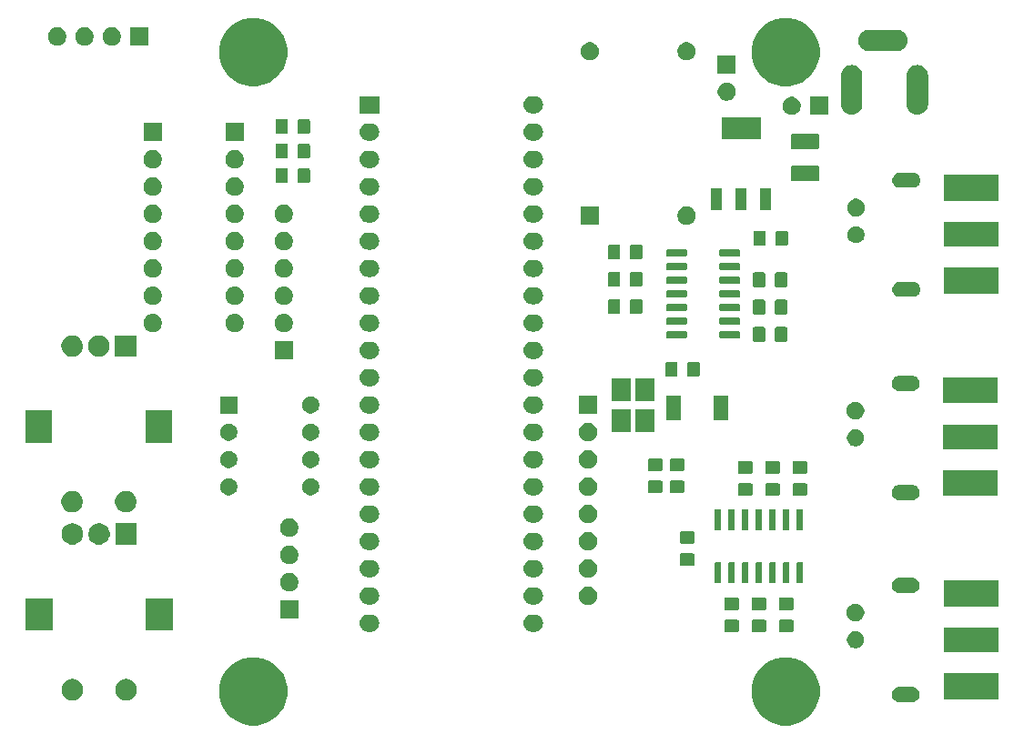
<source format=gbr>
G04 #@! TF.GenerationSoftware,KiCad,Pcbnew,(5.1.5)-3*
G04 #@! TF.CreationDate,2020-10-18T18:03:21-04:00*
G04 #@! TF.ProjectId,VFO-002,56464f2d-3030-4322-9e6b-696361645f70,1*
G04 #@! TF.SameCoordinates,Original*
G04 #@! TF.FileFunction,Soldermask,Top*
G04 #@! TF.FilePolarity,Negative*
%FSLAX46Y46*%
G04 Gerber Fmt 4.6, Leading zero omitted, Abs format (unit mm)*
G04 Created by KiCad (PCBNEW (5.1.5)-3) date 2020-10-18 18:03:21*
%MOMM*%
%LPD*%
G04 APERTURE LIST*
%ADD10C,0.150000*%
G04 APERTURE END LIST*
D10*
G36*
X168926112Y-88947013D02*
G01*
X169503925Y-89186351D01*
X170023944Y-89533817D01*
X170466183Y-89976056D01*
X170813649Y-90496075D01*
X171052987Y-91073888D01*
X171175000Y-91687288D01*
X171175000Y-92312712D01*
X171052987Y-92926112D01*
X170813649Y-93503925D01*
X170466183Y-94023944D01*
X170023944Y-94466183D01*
X169503925Y-94813649D01*
X168926112Y-95052987D01*
X168312712Y-95175000D01*
X167687288Y-95175000D01*
X167073888Y-95052987D01*
X166496075Y-94813649D01*
X165976056Y-94466183D01*
X165533817Y-94023944D01*
X165186351Y-93503925D01*
X164947013Y-92926112D01*
X164825000Y-92312712D01*
X164825000Y-91687288D01*
X164947013Y-91073888D01*
X165186351Y-90496075D01*
X165533817Y-89976056D01*
X165976056Y-89533817D01*
X166496075Y-89186351D01*
X167073888Y-88947013D01*
X167687288Y-88825000D01*
X168312712Y-88825000D01*
X168926112Y-88947013D01*
G37*
G36*
X119426112Y-88947013D02*
G01*
X120003925Y-89186351D01*
X120523944Y-89533817D01*
X120966183Y-89976056D01*
X121313649Y-90496075D01*
X121552987Y-91073888D01*
X121675000Y-91687288D01*
X121675000Y-92312712D01*
X121552987Y-92926112D01*
X121313649Y-93503925D01*
X120966183Y-94023944D01*
X120523944Y-94466183D01*
X120003925Y-94813649D01*
X119426112Y-95052987D01*
X118812712Y-95175000D01*
X118187288Y-95175000D01*
X117573888Y-95052987D01*
X116996075Y-94813649D01*
X116476056Y-94466183D01*
X116033817Y-94023944D01*
X115686351Y-93503925D01*
X115447013Y-92926112D01*
X115325000Y-92312712D01*
X115325000Y-91687288D01*
X115447013Y-91073888D01*
X115686351Y-90496075D01*
X116033817Y-89976056D01*
X116476056Y-89533817D01*
X116996075Y-89186351D01*
X117573888Y-88947013D01*
X118187288Y-88825000D01*
X118812712Y-88825000D01*
X119426112Y-88947013D01*
G37*
G36*
X179917224Y-91590128D02*
G01*
X180049175Y-91630155D01*
X180170781Y-91695155D01*
X180277370Y-91782630D01*
X180364845Y-91889219D01*
X180429845Y-92010825D01*
X180469872Y-92142776D01*
X180483387Y-92280000D01*
X180469872Y-92417224D01*
X180429845Y-92549175D01*
X180364845Y-92670781D01*
X180277370Y-92777370D01*
X180170781Y-92864845D01*
X180049175Y-92929845D01*
X179917224Y-92969872D01*
X179814390Y-92980000D01*
X178545610Y-92980000D01*
X178442776Y-92969872D01*
X178310825Y-92929845D01*
X178189219Y-92864845D01*
X178082630Y-92777370D01*
X177995155Y-92670781D01*
X177930155Y-92549175D01*
X177890128Y-92417224D01*
X177876613Y-92280000D01*
X177890128Y-92142776D01*
X177930155Y-92010825D01*
X177995155Y-91889219D01*
X178082630Y-91782630D01*
X178189219Y-91695155D01*
X178310825Y-91630155D01*
X178442776Y-91590128D01*
X178545610Y-91580000D01*
X179814390Y-91580000D01*
X179917224Y-91590128D01*
G37*
G36*
X106878090Y-90869819D02*
G01*
X106942489Y-90882629D01*
X107124478Y-90958011D01*
X107288263Y-91067449D01*
X107427551Y-91206737D01*
X107536989Y-91370522D01*
X107612371Y-91552511D01*
X107612371Y-91552512D01*
X107650800Y-91745707D01*
X107650800Y-91942693D01*
X107625181Y-92071490D01*
X107612371Y-92135889D01*
X107536989Y-92317878D01*
X107427551Y-92481663D01*
X107288263Y-92620951D01*
X107124478Y-92730389D01*
X106942489Y-92805771D01*
X106878090Y-92818581D01*
X106749293Y-92844200D01*
X106552307Y-92844200D01*
X106423510Y-92818581D01*
X106359111Y-92805771D01*
X106177122Y-92730389D01*
X106013337Y-92620951D01*
X105874049Y-92481663D01*
X105764611Y-92317878D01*
X105689229Y-92135889D01*
X105676419Y-92071490D01*
X105650800Y-91942693D01*
X105650800Y-91745707D01*
X105689229Y-91552512D01*
X105689229Y-91552511D01*
X105764611Y-91370522D01*
X105874049Y-91206737D01*
X106013337Y-91067449D01*
X106177122Y-90958011D01*
X106359111Y-90882629D01*
X106423510Y-90869819D01*
X106552307Y-90844200D01*
X106749293Y-90844200D01*
X106878090Y-90869819D01*
G37*
G36*
X101878090Y-90869819D02*
G01*
X101942489Y-90882629D01*
X102124478Y-90958011D01*
X102288263Y-91067449D01*
X102427551Y-91206737D01*
X102536989Y-91370522D01*
X102612371Y-91552511D01*
X102612371Y-91552512D01*
X102650800Y-91745707D01*
X102650800Y-91942693D01*
X102625181Y-92071490D01*
X102612371Y-92135889D01*
X102536989Y-92317878D01*
X102427551Y-92481663D01*
X102288263Y-92620951D01*
X102124478Y-92730389D01*
X101942489Y-92805771D01*
X101878090Y-92818581D01*
X101749293Y-92844200D01*
X101552307Y-92844200D01*
X101423510Y-92818581D01*
X101359111Y-92805771D01*
X101177122Y-92730389D01*
X101013337Y-92620951D01*
X100874049Y-92481663D01*
X100764611Y-92317878D01*
X100689229Y-92135889D01*
X100676419Y-92071490D01*
X100650800Y-91942693D01*
X100650800Y-91745707D01*
X100689229Y-91552512D01*
X100689229Y-91552511D01*
X100764611Y-91370522D01*
X100874049Y-91206737D01*
X101013337Y-91067449D01*
X101177122Y-90958011D01*
X101359111Y-90882629D01*
X101423510Y-90869819D01*
X101552307Y-90844200D01*
X101749293Y-90844200D01*
X101878090Y-90869819D01*
G37*
G36*
X187840000Y-92724500D02*
G01*
X182760000Y-92724500D01*
X182760000Y-90311500D01*
X187840000Y-90311500D01*
X187840000Y-92724500D01*
G37*
G36*
X187840000Y-88343000D02*
G01*
X182760000Y-88343000D01*
X182760000Y-86057000D01*
X187840000Y-86057000D01*
X187840000Y-88343000D01*
G37*
G36*
X174729676Y-86442859D02*
G01*
X174872973Y-86502214D01*
X175001938Y-86588386D01*
X175111614Y-86698062D01*
X175197786Y-86827027D01*
X175257141Y-86970324D01*
X175287400Y-87122447D01*
X175287400Y-87277553D01*
X175257141Y-87429676D01*
X175197786Y-87572973D01*
X175111614Y-87701938D01*
X175001938Y-87811614D01*
X174872973Y-87897786D01*
X174729676Y-87957141D01*
X174577553Y-87987400D01*
X174422447Y-87987400D01*
X174270324Y-87957141D01*
X174127027Y-87897786D01*
X173998062Y-87811614D01*
X173888386Y-87701938D01*
X173802214Y-87572973D01*
X173742859Y-87429676D01*
X173712600Y-87277553D01*
X173712600Y-87122447D01*
X173742859Y-86970324D01*
X173802214Y-86827027D01*
X173888386Y-86698062D01*
X173998062Y-86588386D01*
X174127027Y-86502214D01*
X174270324Y-86442859D01*
X174422447Y-86412600D01*
X174577553Y-86412600D01*
X174729676Y-86442859D01*
G37*
G36*
X168623522Y-85334039D02*
G01*
X168657057Y-85344212D01*
X168687956Y-85360728D01*
X168715043Y-85382957D01*
X168737272Y-85410044D01*
X168753788Y-85440943D01*
X168763961Y-85474478D01*
X168768000Y-85515487D01*
X168768000Y-86294513D01*
X168763961Y-86335522D01*
X168753788Y-86369057D01*
X168737272Y-86399956D01*
X168715043Y-86427043D01*
X168687956Y-86449272D01*
X168657057Y-86465788D01*
X168623522Y-86475961D01*
X168582513Y-86480000D01*
X167553487Y-86480000D01*
X167512478Y-86475961D01*
X167478943Y-86465788D01*
X167448044Y-86449272D01*
X167420957Y-86427043D01*
X167398728Y-86399956D01*
X167382212Y-86369057D01*
X167372039Y-86335522D01*
X167368000Y-86294513D01*
X167368000Y-85515487D01*
X167372039Y-85474478D01*
X167382212Y-85440943D01*
X167398728Y-85410044D01*
X167420957Y-85382957D01*
X167448044Y-85360728D01*
X167478943Y-85344212D01*
X167512478Y-85334039D01*
X167553487Y-85330000D01*
X168582513Y-85330000D01*
X168623522Y-85334039D01*
G37*
G36*
X163543522Y-85334039D02*
G01*
X163577057Y-85344212D01*
X163607956Y-85360728D01*
X163635043Y-85382957D01*
X163657272Y-85410044D01*
X163673788Y-85440943D01*
X163683961Y-85474478D01*
X163688000Y-85515487D01*
X163688000Y-86294513D01*
X163683961Y-86335522D01*
X163673788Y-86369057D01*
X163657272Y-86399956D01*
X163635043Y-86427043D01*
X163607956Y-86449272D01*
X163577057Y-86465788D01*
X163543522Y-86475961D01*
X163502513Y-86480000D01*
X162473487Y-86480000D01*
X162432478Y-86475961D01*
X162398943Y-86465788D01*
X162368044Y-86449272D01*
X162340957Y-86427043D01*
X162318728Y-86399956D01*
X162302212Y-86369057D01*
X162292039Y-86335522D01*
X162288000Y-86294513D01*
X162288000Y-85515487D01*
X162292039Y-85474478D01*
X162302212Y-85440943D01*
X162318728Y-85410044D01*
X162340957Y-85382957D01*
X162368044Y-85360728D01*
X162398943Y-85344212D01*
X162432478Y-85334039D01*
X162473487Y-85330000D01*
X163502513Y-85330000D01*
X163543522Y-85334039D01*
G37*
G36*
X166083522Y-85334039D02*
G01*
X166117057Y-85344212D01*
X166147956Y-85360728D01*
X166175043Y-85382957D01*
X166197272Y-85410044D01*
X166213788Y-85440943D01*
X166223961Y-85474478D01*
X166228000Y-85515487D01*
X166228000Y-86294513D01*
X166223961Y-86335522D01*
X166213788Y-86369057D01*
X166197272Y-86399956D01*
X166175043Y-86427043D01*
X166147956Y-86449272D01*
X166117057Y-86465788D01*
X166083522Y-86475961D01*
X166042513Y-86480000D01*
X165013487Y-86480000D01*
X164972478Y-86475961D01*
X164938943Y-86465788D01*
X164908044Y-86449272D01*
X164880957Y-86427043D01*
X164858728Y-86399956D01*
X164842212Y-86369057D01*
X164832039Y-86335522D01*
X164828000Y-86294513D01*
X164828000Y-85515487D01*
X164832039Y-85474478D01*
X164842212Y-85440943D01*
X164858728Y-85410044D01*
X164880957Y-85382957D01*
X164908044Y-85360728D01*
X164938943Y-85344212D01*
X164972478Y-85334039D01*
X165013487Y-85330000D01*
X166042513Y-85330000D01*
X166083522Y-85334039D01*
G37*
G36*
X129478471Y-84853859D02*
G01*
X129556827Y-84861576D01*
X129707628Y-84907321D01*
X129707630Y-84907322D01*
X129846605Y-84981606D01*
X129968422Y-85081578D01*
X130068394Y-85203395D01*
X130120676Y-85301208D01*
X130142679Y-85342372D01*
X130188424Y-85493173D01*
X130203870Y-85650000D01*
X130188424Y-85806827D01*
X130142679Y-85957628D01*
X130142678Y-85957630D01*
X130068394Y-86096605D01*
X129968422Y-86218422D01*
X129846605Y-86318394D01*
X129707630Y-86392678D01*
X129707628Y-86392679D01*
X129556827Y-86438424D01*
X129478471Y-86446141D01*
X129439294Y-86450000D01*
X129160706Y-86450000D01*
X129121529Y-86446141D01*
X129043173Y-86438424D01*
X128892372Y-86392679D01*
X128892370Y-86392678D01*
X128753395Y-86318394D01*
X128631578Y-86218422D01*
X128531606Y-86096605D01*
X128457322Y-85957630D01*
X128457321Y-85957628D01*
X128411576Y-85806827D01*
X128396130Y-85650000D01*
X128411576Y-85493173D01*
X128457321Y-85342372D01*
X128479324Y-85301208D01*
X128531606Y-85203395D01*
X128631578Y-85081578D01*
X128753395Y-84981606D01*
X128892370Y-84907322D01*
X128892372Y-84907321D01*
X129043173Y-84861576D01*
X129121529Y-84853859D01*
X129160706Y-84850000D01*
X129439294Y-84850000D01*
X129478471Y-84853859D01*
G37*
G36*
X144718471Y-84853859D02*
G01*
X144796827Y-84861576D01*
X144947628Y-84907321D01*
X144947630Y-84907322D01*
X145086605Y-84981606D01*
X145208422Y-85081578D01*
X145308394Y-85203395D01*
X145360676Y-85301208D01*
X145382679Y-85342372D01*
X145428424Y-85493173D01*
X145443870Y-85650000D01*
X145428424Y-85806827D01*
X145382679Y-85957628D01*
X145382678Y-85957630D01*
X145308394Y-86096605D01*
X145208422Y-86218422D01*
X145086605Y-86318394D01*
X144947630Y-86392678D01*
X144947628Y-86392679D01*
X144796827Y-86438424D01*
X144718471Y-86446141D01*
X144679294Y-86450000D01*
X144400706Y-86450000D01*
X144361529Y-86446141D01*
X144283173Y-86438424D01*
X144132372Y-86392679D01*
X144132370Y-86392678D01*
X143993395Y-86318394D01*
X143871578Y-86218422D01*
X143771606Y-86096605D01*
X143697322Y-85957630D01*
X143697321Y-85957628D01*
X143651576Y-85806827D01*
X143636130Y-85650000D01*
X143651576Y-85493173D01*
X143697321Y-85342372D01*
X143719324Y-85301208D01*
X143771606Y-85203395D01*
X143871578Y-85081578D01*
X143993395Y-84981606D01*
X144132370Y-84907322D01*
X144132372Y-84907321D01*
X144283173Y-84861576D01*
X144361529Y-84853859D01*
X144400706Y-84850000D01*
X144679294Y-84850000D01*
X144718471Y-84853859D01*
G37*
G36*
X99800800Y-86344200D02*
G01*
X97300800Y-86344200D01*
X97300800Y-83344200D01*
X99800800Y-83344200D01*
X99800800Y-86344200D01*
G37*
G36*
X111000800Y-86344200D02*
G01*
X108500800Y-86344200D01*
X108500800Y-83344200D01*
X111000800Y-83344200D01*
X111000800Y-86344200D01*
G37*
G36*
X174740788Y-83866223D02*
G01*
X174891022Y-83928452D01*
X175026223Y-84018790D01*
X175141210Y-84133777D01*
X175231548Y-84268978D01*
X175293777Y-84419212D01*
X175325500Y-84578694D01*
X175325500Y-84741306D01*
X175293777Y-84900788D01*
X175231548Y-85051022D01*
X175141210Y-85186223D01*
X175026223Y-85301210D01*
X174891022Y-85391548D01*
X174740788Y-85453777D01*
X174581306Y-85485500D01*
X174418694Y-85485500D01*
X174259212Y-85453777D01*
X174108978Y-85391548D01*
X173973777Y-85301210D01*
X173858790Y-85186223D01*
X173768452Y-85051022D01*
X173706223Y-84900788D01*
X173674500Y-84741306D01*
X173674500Y-84578694D01*
X173706223Y-84419212D01*
X173768452Y-84268978D01*
X173858790Y-84133777D01*
X173973777Y-84018790D01*
X174108978Y-83928452D01*
X174259212Y-83866223D01*
X174418694Y-83834500D01*
X174581306Y-83834500D01*
X174740788Y-83866223D01*
G37*
G36*
X122690000Y-85230000D02*
G01*
X120990000Y-85230000D01*
X120990000Y-83530000D01*
X122690000Y-83530000D01*
X122690000Y-85230000D01*
G37*
G36*
X166083522Y-83284039D02*
G01*
X166117057Y-83294212D01*
X166147956Y-83310728D01*
X166175043Y-83332957D01*
X166197272Y-83360044D01*
X166213788Y-83390943D01*
X166223961Y-83424478D01*
X166228000Y-83465487D01*
X166228000Y-84244513D01*
X166223961Y-84285522D01*
X166213788Y-84319057D01*
X166197272Y-84349956D01*
X166175043Y-84377043D01*
X166147956Y-84399272D01*
X166117057Y-84415788D01*
X166083522Y-84425961D01*
X166042513Y-84430000D01*
X165013487Y-84430000D01*
X164972478Y-84425961D01*
X164938943Y-84415788D01*
X164908044Y-84399272D01*
X164880957Y-84377043D01*
X164858728Y-84349956D01*
X164842212Y-84319057D01*
X164832039Y-84285522D01*
X164828000Y-84244513D01*
X164828000Y-83465487D01*
X164832039Y-83424478D01*
X164842212Y-83390943D01*
X164858728Y-83360044D01*
X164880957Y-83332957D01*
X164908044Y-83310728D01*
X164938943Y-83294212D01*
X164972478Y-83284039D01*
X165013487Y-83280000D01*
X166042513Y-83280000D01*
X166083522Y-83284039D01*
G37*
G36*
X163543522Y-83284039D02*
G01*
X163577057Y-83294212D01*
X163607956Y-83310728D01*
X163635043Y-83332957D01*
X163657272Y-83360044D01*
X163673788Y-83390943D01*
X163683961Y-83424478D01*
X163688000Y-83465487D01*
X163688000Y-84244513D01*
X163683961Y-84285522D01*
X163673788Y-84319057D01*
X163657272Y-84349956D01*
X163635043Y-84377043D01*
X163607956Y-84399272D01*
X163577057Y-84415788D01*
X163543522Y-84425961D01*
X163502513Y-84430000D01*
X162473487Y-84430000D01*
X162432478Y-84425961D01*
X162398943Y-84415788D01*
X162368044Y-84399272D01*
X162340957Y-84377043D01*
X162318728Y-84349956D01*
X162302212Y-84319057D01*
X162292039Y-84285522D01*
X162288000Y-84244513D01*
X162288000Y-83465487D01*
X162292039Y-83424478D01*
X162302212Y-83390943D01*
X162318728Y-83360044D01*
X162340957Y-83332957D01*
X162368044Y-83310728D01*
X162398943Y-83294212D01*
X162432478Y-83284039D01*
X162473487Y-83280000D01*
X163502513Y-83280000D01*
X163543522Y-83284039D01*
G37*
G36*
X168623522Y-83284039D02*
G01*
X168657057Y-83294212D01*
X168687956Y-83310728D01*
X168715043Y-83332957D01*
X168737272Y-83360044D01*
X168753788Y-83390943D01*
X168763961Y-83424478D01*
X168768000Y-83465487D01*
X168768000Y-84244513D01*
X168763961Y-84285522D01*
X168753788Y-84319057D01*
X168737272Y-84349956D01*
X168715043Y-84377043D01*
X168687956Y-84399272D01*
X168657057Y-84415788D01*
X168623522Y-84425961D01*
X168582513Y-84430000D01*
X167553487Y-84430000D01*
X167512478Y-84425961D01*
X167478943Y-84415788D01*
X167448044Y-84399272D01*
X167420957Y-84377043D01*
X167398728Y-84349956D01*
X167382212Y-84319057D01*
X167372039Y-84285522D01*
X167368000Y-84244513D01*
X167368000Y-83465487D01*
X167372039Y-83424478D01*
X167382212Y-83390943D01*
X167398728Y-83360044D01*
X167420957Y-83332957D01*
X167448044Y-83310728D01*
X167478943Y-83294212D01*
X167512478Y-83284039D01*
X167553487Y-83280000D01*
X168582513Y-83280000D01*
X168623522Y-83284039D01*
G37*
G36*
X187840000Y-84088500D02*
G01*
X182760000Y-84088500D01*
X182760000Y-81675500D01*
X187840000Y-81675500D01*
X187840000Y-84088500D01*
G37*
G36*
X149875535Y-82292664D02*
G01*
X150030224Y-82356739D01*
X150030226Y-82356740D01*
X150169444Y-82449762D01*
X150287838Y-82568156D01*
X150351474Y-82663395D01*
X150380861Y-82707376D01*
X150444936Y-82862065D01*
X150477600Y-83026281D01*
X150477600Y-83193719D01*
X150444936Y-83357935D01*
X150413292Y-83434329D01*
X150380860Y-83512626D01*
X150287838Y-83651844D01*
X150169444Y-83770238D01*
X150030226Y-83863260D01*
X150030225Y-83863261D01*
X150030224Y-83863261D01*
X149875535Y-83927336D01*
X149711319Y-83960000D01*
X149543881Y-83960000D01*
X149379665Y-83927336D01*
X149224976Y-83863261D01*
X149224975Y-83863261D01*
X149224974Y-83863260D01*
X149085756Y-83770238D01*
X148967362Y-83651844D01*
X148874340Y-83512626D01*
X148841908Y-83434329D01*
X148810264Y-83357935D01*
X148777600Y-83193719D01*
X148777600Y-83026281D01*
X148810264Y-82862065D01*
X148874339Y-82707376D01*
X148903726Y-82663395D01*
X148967362Y-82568156D01*
X149085756Y-82449762D01*
X149224974Y-82356740D01*
X149224976Y-82356739D01*
X149379665Y-82292664D01*
X149543881Y-82260000D01*
X149711319Y-82260000D01*
X149875535Y-82292664D01*
G37*
G36*
X144718471Y-82313859D02*
G01*
X144796827Y-82321576D01*
X144947628Y-82367321D01*
X144947630Y-82367322D01*
X145086605Y-82441606D01*
X145208422Y-82541578D01*
X145308394Y-82663395D01*
X145331901Y-82707374D01*
X145382679Y-82802372D01*
X145428424Y-82953173D01*
X145443870Y-83110000D01*
X145428424Y-83266827D01*
X145390724Y-83391107D01*
X145382678Y-83417630D01*
X145308394Y-83556605D01*
X145208422Y-83678422D01*
X145086605Y-83778394D01*
X144947630Y-83852678D01*
X144947628Y-83852679D01*
X144796827Y-83898424D01*
X144718471Y-83906141D01*
X144679294Y-83910000D01*
X144400706Y-83910000D01*
X144361529Y-83906141D01*
X144283173Y-83898424D01*
X144132372Y-83852679D01*
X144132370Y-83852678D01*
X143993395Y-83778394D01*
X143871578Y-83678422D01*
X143771606Y-83556605D01*
X143697322Y-83417630D01*
X143689276Y-83391107D01*
X143651576Y-83266827D01*
X143636130Y-83110000D01*
X143651576Y-82953173D01*
X143697321Y-82802372D01*
X143748099Y-82707374D01*
X143771606Y-82663395D01*
X143871578Y-82541578D01*
X143993395Y-82441606D01*
X144132370Y-82367322D01*
X144132372Y-82367321D01*
X144283173Y-82321576D01*
X144361529Y-82313859D01*
X144400706Y-82310000D01*
X144679294Y-82310000D01*
X144718471Y-82313859D01*
G37*
G36*
X129478471Y-82313859D02*
G01*
X129556827Y-82321576D01*
X129707628Y-82367321D01*
X129707630Y-82367322D01*
X129846605Y-82441606D01*
X129968422Y-82541578D01*
X130068394Y-82663395D01*
X130091901Y-82707374D01*
X130142679Y-82802372D01*
X130188424Y-82953173D01*
X130203870Y-83110000D01*
X130188424Y-83266827D01*
X130150724Y-83391107D01*
X130142678Y-83417630D01*
X130068394Y-83556605D01*
X129968422Y-83678422D01*
X129846605Y-83778394D01*
X129707630Y-83852678D01*
X129707628Y-83852679D01*
X129556827Y-83898424D01*
X129478471Y-83906141D01*
X129439294Y-83910000D01*
X129160706Y-83910000D01*
X129121529Y-83906141D01*
X129043173Y-83898424D01*
X128892372Y-83852679D01*
X128892370Y-83852678D01*
X128753395Y-83778394D01*
X128631578Y-83678422D01*
X128531606Y-83556605D01*
X128457322Y-83417630D01*
X128449276Y-83391107D01*
X128411576Y-83266827D01*
X128396130Y-83110000D01*
X128411576Y-82953173D01*
X128457321Y-82802372D01*
X128508099Y-82707374D01*
X128531606Y-82663395D01*
X128631578Y-82541578D01*
X128753395Y-82441606D01*
X128892370Y-82367322D01*
X128892372Y-82367321D01*
X129043173Y-82321576D01*
X129121529Y-82313859D01*
X129160706Y-82310000D01*
X129439294Y-82310000D01*
X129478471Y-82313859D01*
G37*
G36*
X179917224Y-81430128D02*
G01*
X180049175Y-81470155D01*
X180170781Y-81535155D01*
X180277370Y-81622630D01*
X180364845Y-81729219D01*
X180429845Y-81850825D01*
X180469872Y-81982776D01*
X180483387Y-82120000D01*
X180469872Y-82257224D01*
X180429845Y-82389175D01*
X180364845Y-82510781D01*
X180277370Y-82617370D01*
X180170781Y-82704845D01*
X180049175Y-82769845D01*
X179917224Y-82809872D01*
X179814390Y-82820000D01*
X178545610Y-82820000D01*
X178442776Y-82809872D01*
X178310825Y-82769845D01*
X178189219Y-82704845D01*
X178082630Y-82617370D01*
X177995155Y-82510781D01*
X177930155Y-82389175D01*
X177890128Y-82257224D01*
X177876613Y-82120000D01*
X177890128Y-81982776D01*
X177930155Y-81850825D01*
X177995155Y-81729219D01*
X178082630Y-81622630D01*
X178189219Y-81535155D01*
X178310825Y-81470155D01*
X178442776Y-81430128D01*
X178545610Y-81420000D01*
X179814390Y-81420000D01*
X179917224Y-81430128D01*
G37*
G36*
X122087935Y-81022664D02*
G01*
X122242624Y-81086739D01*
X122242626Y-81086740D01*
X122381844Y-81179762D01*
X122500238Y-81298156D01*
X122581651Y-81420000D01*
X122593261Y-81437376D01*
X122657336Y-81592065D01*
X122690000Y-81756281D01*
X122690000Y-81923719D01*
X122657336Y-82087935D01*
X122644054Y-82120000D01*
X122593260Y-82242626D01*
X122500238Y-82381844D01*
X122381844Y-82500238D01*
X122242626Y-82593260D01*
X122242625Y-82593261D01*
X122242624Y-82593261D01*
X122087935Y-82657336D01*
X121923719Y-82690000D01*
X121756281Y-82690000D01*
X121592065Y-82657336D01*
X121437376Y-82593261D01*
X121437375Y-82593261D01*
X121437374Y-82593260D01*
X121298156Y-82500238D01*
X121179762Y-82381844D01*
X121086740Y-82242626D01*
X121035946Y-82120000D01*
X121022664Y-82087935D01*
X120990000Y-81923719D01*
X120990000Y-81756281D01*
X121022664Y-81592065D01*
X121086739Y-81437376D01*
X121098349Y-81420000D01*
X121179762Y-81298156D01*
X121298156Y-81179762D01*
X121437374Y-81086740D01*
X121437376Y-81086739D01*
X121592065Y-81022664D01*
X121756281Y-80990000D01*
X121923719Y-80990000D01*
X122087935Y-81022664D01*
G37*
G36*
X168297453Y-80002274D02*
G01*
X168313753Y-80007219D01*
X168328775Y-80015249D01*
X168341944Y-80026056D01*
X168352751Y-80039225D01*
X168360781Y-80054247D01*
X168365726Y-80070547D01*
X168368000Y-80093640D01*
X168368000Y-81856360D01*
X168365726Y-81879453D01*
X168360781Y-81895753D01*
X168352751Y-81910775D01*
X168341944Y-81923944D01*
X168328775Y-81934751D01*
X168313753Y-81942781D01*
X168297453Y-81947726D01*
X168274360Y-81950000D01*
X167861640Y-81950000D01*
X167838547Y-81947726D01*
X167822247Y-81942781D01*
X167807225Y-81934751D01*
X167794056Y-81923944D01*
X167783249Y-81910775D01*
X167775219Y-81895753D01*
X167770274Y-81879453D01*
X167768000Y-81856360D01*
X167768000Y-80093640D01*
X167770274Y-80070547D01*
X167775219Y-80054247D01*
X167783249Y-80039225D01*
X167794056Y-80026056D01*
X167807225Y-80015249D01*
X167822247Y-80007219D01*
X167838547Y-80002274D01*
X167861640Y-80000000D01*
X168274360Y-80000000D01*
X168297453Y-80002274D01*
G37*
G36*
X167027453Y-80002274D02*
G01*
X167043753Y-80007219D01*
X167058775Y-80015249D01*
X167071944Y-80026056D01*
X167082751Y-80039225D01*
X167090781Y-80054247D01*
X167095726Y-80070547D01*
X167098000Y-80093640D01*
X167098000Y-81856360D01*
X167095726Y-81879453D01*
X167090781Y-81895753D01*
X167082751Y-81910775D01*
X167071944Y-81923944D01*
X167058775Y-81934751D01*
X167043753Y-81942781D01*
X167027453Y-81947726D01*
X167004360Y-81950000D01*
X166591640Y-81950000D01*
X166568547Y-81947726D01*
X166552247Y-81942781D01*
X166537225Y-81934751D01*
X166524056Y-81923944D01*
X166513249Y-81910775D01*
X166505219Y-81895753D01*
X166500274Y-81879453D01*
X166498000Y-81856360D01*
X166498000Y-80093640D01*
X166500274Y-80070547D01*
X166505219Y-80054247D01*
X166513249Y-80039225D01*
X166524056Y-80026056D01*
X166537225Y-80015249D01*
X166552247Y-80007219D01*
X166568547Y-80002274D01*
X166591640Y-80000000D01*
X167004360Y-80000000D01*
X167027453Y-80002274D01*
G37*
G36*
X165757453Y-80002274D02*
G01*
X165773753Y-80007219D01*
X165788775Y-80015249D01*
X165801944Y-80026056D01*
X165812751Y-80039225D01*
X165820781Y-80054247D01*
X165825726Y-80070547D01*
X165828000Y-80093640D01*
X165828000Y-81856360D01*
X165825726Y-81879453D01*
X165820781Y-81895753D01*
X165812751Y-81910775D01*
X165801944Y-81923944D01*
X165788775Y-81934751D01*
X165773753Y-81942781D01*
X165757453Y-81947726D01*
X165734360Y-81950000D01*
X165321640Y-81950000D01*
X165298547Y-81947726D01*
X165282247Y-81942781D01*
X165267225Y-81934751D01*
X165254056Y-81923944D01*
X165243249Y-81910775D01*
X165235219Y-81895753D01*
X165230274Y-81879453D01*
X165228000Y-81856360D01*
X165228000Y-80093640D01*
X165230274Y-80070547D01*
X165235219Y-80054247D01*
X165243249Y-80039225D01*
X165254056Y-80026056D01*
X165267225Y-80015249D01*
X165282247Y-80007219D01*
X165298547Y-80002274D01*
X165321640Y-80000000D01*
X165734360Y-80000000D01*
X165757453Y-80002274D01*
G37*
G36*
X164487453Y-80002274D02*
G01*
X164503753Y-80007219D01*
X164518775Y-80015249D01*
X164531944Y-80026056D01*
X164542751Y-80039225D01*
X164550781Y-80054247D01*
X164555726Y-80070547D01*
X164558000Y-80093640D01*
X164558000Y-81856360D01*
X164555726Y-81879453D01*
X164550781Y-81895753D01*
X164542751Y-81910775D01*
X164531944Y-81923944D01*
X164518775Y-81934751D01*
X164503753Y-81942781D01*
X164487453Y-81947726D01*
X164464360Y-81950000D01*
X164051640Y-81950000D01*
X164028547Y-81947726D01*
X164012247Y-81942781D01*
X163997225Y-81934751D01*
X163984056Y-81923944D01*
X163973249Y-81910775D01*
X163965219Y-81895753D01*
X163960274Y-81879453D01*
X163958000Y-81856360D01*
X163958000Y-80093640D01*
X163960274Y-80070547D01*
X163965219Y-80054247D01*
X163973249Y-80039225D01*
X163984056Y-80026056D01*
X163997225Y-80015249D01*
X164012247Y-80007219D01*
X164028547Y-80002274D01*
X164051640Y-80000000D01*
X164464360Y-80000000D01*
X164487453Y-80002274D01*
G37*
G36*
X161947453Y-80002274D02*
G01*
X161963753Y-80007219D01*
X161978775Y-80015249D01*
X161991944Y-80026056D01*
X162002751Y-80039225D01*
X162010781Y-80054247D01*
X162015726Y-80070547D01*
X162018000Y-80093640D01*
X162018000Y-81856360D01*
X162015726Y-81879453D01*
X162010781Y-81895753D01*
X162002751Y-81910775D01*
X161991944Y-81923944D01*
X161978775Y-81934751D01*
X161963753Y-81942781D01*
X161947453Y-81947726D01*
X161924360Y-81950000D01*
X161511640Y-81950000D01*
X161488547Y-81947726D01*
X161472247Y-81942781D01*
X161457225Y-81934751D01*
X161444056Y-81923944D01*
X161433249Y-81910775D01*
X161425219Y-81895753D01*
X161420274Y-81879453D01*
X161418000Y-81856360D01*
X161418000Y-80093640D01*
X161420274Y-80070547D01*
X161425219Y-80054247D01*
X161433249Y-80039225D01*
X161444056Y-80026056D01*
X161457225Y-80015249D01*
X161472247Y-80007219D01*
X161488547Y-80002274D01*
X161511640Y-80000000D01*
X161924360Y-80000000D01*
X161947453Y-80002274D01*
G37*
G36*
X169567453Y-80002274D02*
G01*
X169583753Y-80007219D01*
X169598775Y-80015249D01*
X169611944Y-80026056D01*
X169622751Y-80039225D01*
X169630781Y-80054247D01*
X169635726Y-80070547D01*
X169638000Y-80093640D01*
X169638000Y-81856360D01*
X169635726Y-81879453D01*
X169630781Y-81895753D01*
X169622751Y-81910775D01*
X169611944Y-81923944D01*
X169598775Y-81934751D01*
X169583753Y-81942781D01*
X169567453Y-81947726D01*
X169544360Y-81950000D01*
X169131640Y-81950000D01*
X169108547Y-81947726D01*
X169092247Y-81942781D01*
X169077225Y-81934751D01*
X169064056Y-81923944D01*
X169053249Y-81910775D01*
X169045219Y-81895753D01*
X169040274Y-81879453D01*
X169038000Y-81856360D01*
X169038000Y-80093640D01*
X169040274Y-80070547D01*
X169045219Y-80054247D01*
X169053249Y-80039225D01*
X169064056Y-80026056D01*
X169077225Y-80015249D01*
X169092247Y-80007219D01*
X169108547Y-80002274D01*
X169131640Y-80000000D01*
X169544360Y-80000000D01*
X169567453Y-80002274D01*
G37*
G36*
X163217453Y-80002274D02*
G01*
X163233753Y-80007219D01*
X163248775Y-80015249D01*
X163261944Y-80026056D01*
X163272751Y-80039225D01*
X163280781Y-80054247D01*
X163285726Y-80070547D01*
X163288000Y-80093640D01*
X163288000Y-81856360D01*
X163285726Y-81879453D01*
X163280781Y-81895753D01*
X163272751Y-81910775D01*
X163261944Y-81923944D01*
X163248775Y-81934751D01*
X163233753Y-81942781D01*
X163217453Y-81947726D01*
X163194360Y-81950000D01*
X162781640Y-81950000D01*
X162758547Y-81947726D01*
X162742247Y-81942781D01*
X162727225Y-81934751D01*
X162714056Y-81923944D01*
X162703249Y-81910775D01*
X162695219Y-81895753D01*
X162690274Y-81879453D01*
X162688000Y-81856360D01*
X162688000Y-80093640D01*
X162690274Y-80070547D01*
X162695219Y-80054247D01*
X162703249Y-80039225D01*
X162714056Y-80026056D01*
X162727225Y-80015249D01*
X162742247Y-80007219D01*
X162758547Y-80002274D01*
X162781640Y-80000000D01*
X163194360Y-80000000D01*
X163217453Y-80002274D01*
G37*
G36*
X149875535Y-79752664D02*
G01*
X150030224Y-79816739D01*
X150030226Y-79816740D01*
X150169444Y-79909762D01*
X150287838Y-80028156D01*
X150380860Y-80167374D01*
X150380861Y-80167376D01*
X150444936Y-80322065D01*
X150477600Y-80486281D01*
X150477600Y-80653719D01*
X150444936Y-80817935D01*
X150420210Y-80877628D01*
X150380860Y-80972626D01*
X150287838Y-81111844D01*
X150169444Y-81230238D01*
X150030226Y-81323260D01*
X150030225Y-81323261D01*
X150030224Y-81323261D01*
X149875535Y-81387336D01*
X149711319Y-81420000D01*
X149543881Y-81420000D01*
X149379665Y-81387336D01*
X149224976Y-81323261D01*
X149224975Y-81323261D01*
X149224974Y-81323260D01*
X149085756Y-81230238D01*
X148967362Y-81111844D01*
X148874340Y-80972626D01*
X148834990Y-80877628D01*
X148810264Y-80817935D01*
X148777600Y-80653719D01*
X148777600Y-80486281D01*
X148810264Y-80322065D01*
X148874339Y-80167376D01*
X148874340Y-80167374D01*
X148967362Y-80028156D01*
X149085756Y-79909762D01*
X149224974Y-79816740D01*
X149224976Y-79816739D01*
X149379665Y-79752664D01*
X149543881Y-79720000D01*
X149711319Y-79720000D01*
X149875535Y-79752664D01*
G37*
G36*
X129478471Y-79773859D02*
G01*
X129556827Y-79781576D01*
X129707628Y-79827321D01*
X129707630Y-79827322D01*
X129846605Y-79901606D01*
X129968422Y-80001578D01*
X130068394Y-80123395D01*
X130140272Y-80257868D01*
X130142679Y-80262372D01*
X130188424Y-80413173D01*
X130203870Y-80570000D01*
X130188424Y-80726827D01*
X130160786Y-80817936D01*
X130142678Y-80877630D01*
X130068394Y-81016605D01*
X129968422Y-81138422D01*
X129846605Y-81238394D01*
X129707630Y-81312678D01*
X129707628Y-81312679D01*
X129556827Y-81358424D01*
X129478471Y-81366141D01*
X129439294Y-81370000D01*
X129160706Y-81370000D01*
X129121529Y-81366141D01*
X129043173Y-81358424D01*
X128892372Y-81312679D01*
X128892370Y-81312678D01*
X128753395Y-81238394D01*
X128631578Y-81138422D01*
X128531606Y-81016605D01*
X128457322Y-80877630D01*
X128439214Y-80817936D01*
X128411576Y-80726827D01*
X128396130Y-80570000D01*
X128411576Y-80413173D01*
X128457321Y-80262372D01*
X128459728Y-80257868D01*
X128531606Y-80123395D01*
X128631578Y-80001578D01*
X128753395Y-79901606D01*
X128892370Y-79827322D01*
X128892372Y-79827321D01*
X129043173Y-79781576D01*
X129121529Y-79773859D01*
X129160706Y-79770000D01*
X129439294Y-79770000D01*
X129478471Y-79773859D01*
G37*
G36*
X144718471Y-79773859D02*
G01*
X144796827Y-79781576D01*
X144947628Y-79827321D01*
X144947630Y-79827322D01*
X145086605Y-79901606D01*
X145208422Y-80001578D01*
X145308394Y-80123395D01*
X145380272Y-80257868D01*
X145382679Y-80262372D01*
X145428424Y-80413173D01*
X145443870Y-80570000D01*
X145428424Y-80726827D01*
X145400786Y-80817936D01*
X145382678Y-80877630D01*
X145308394Y-81016605D01*
X145208422Y-81138422D01*
X145086605Y-81238394D01*
X144947630Y-81312678D01*
X144947628Y-81312679D01*
X144796827Y-81358424D01*
X144718471Y-81366141D01*
X144679294Y-81370000D01*
X144400706Y-81370000D01*
X144361529Y-81366141D01*
X144283173Y-81358424D01*
X144132372Y-81312679D01*
X144132370Y-81312678D01*
X143993395Y-81238394D01*
X143871578Y-81138422D01*
X143771606Y-81016605D01*
X143697322Y-80877630D01*
X143679214Y-80817936D01*
X143651576Y-80726827D01*
X143636130Y-80570000D01*
X143651576Y-80413173D01*
X143697321Y-80262372D01*
X143699728Y-80257868D01*
X143771606Y-80123395D01*
X143871578Y-80001578D01*
X143993395Y-79901606D01*
X144132370Y-79827322D01*
X144132372Y-79827321D01*
X144283173Y-79781576D01*
X144361529Y-79773859D01*
X144400706Y-79770000D01*
X144679294Y-79770000D01*
X144718471Y-79773859D01*
G37*
G36*
X159405522Y-79154039D02*
G01*
X159439057Y-79164212D01*
X159469956Y-79180728D01*
X159497043Y-79202957D01*
X159519272Y-79230044D01*
X159535788Y-79260943D01*
X159545961Y-79294478D01*
X159550000Y-79335487D01*
X159550000Y-80114513D01*
X159545961Y-80155522D01*
X159535788Y-80189057D01*
X159519272Y-80219956D01*
X159497043Y-80247043D01*
X159469956Y-80269272D01*
X159439057Y-80285788D01*
X159405522Y-80295961D01*
X159364513Y-80300000D01*
X158335487Y-80300000D01*
X158294478Y-80295961D01*
X158260943Y-80285788D01*
X158230044Y-80269272D01*
X158202957Y-80247043D01*
X158180728Y-80219956D01*
X158164212Y-80189057D01*
X158154039Y-80155522D01*
X158150000Y-80114513D01*
X158150000Y-79335487D01*
X158154039Y-79294478D01*
X158164212Y-79260943D01*
X158180728Y-79230044D01*
X158202957Y-79202957D01*
X158230044Y-79180728D01*
X158260943Y-79164212D01*
X158294478Y-79154039D01*
X158335487Y-79150000D01*
X159364513Y-79150000D01*
X159405522Y-79154039D01*
G37*
G36*
X122087935Y-78482664D02*
G01*
X122242624Y-78546739D01*
X122242626Y-78546740D01*
X122381844Y-78639762D01*
X122500238Y-78758156D01*
X122581651Y-78880000D01*
X122593261Y-78897376D01*
X122657336Y-79052065D01*
X122690000Y-79216281D01*
X122690000Y-79383719D01*
X122657336Y-79547935D01*
X122593261Y-79702624D01*
X122593260Y-79702626D01*
X122500238Y-79841844D01*
X122381844Y-79960238D01*
X122242626Y-80053260D01*
X122242625Y-80053261D01*
X122242624Y-80053261D01*
X122087935Y-80117336D01*
X121923719Y-80150000D01*
X121756281Y-80150000D01*
X121592065Y-80117336D01*
X121437376Y-80053261D01*
X121437375Y-80053261D01*
X121437374Y-80053260D01*
X121298156Y-79960238D01*
X121179762Y-79841844D01*
X121086740Y-79702626D01*
X121086739Y-79702624D01*
X121022664Y-79547935D01*
X120990000Y-79383719D01*
X120990000Y-79216281D01*
X121022664Y-79052065D01*
X121086739Y-78897376D01*
X121098349Y-78880000D01*
X121179762Y-78758156D01*
X121298156Y-78639762D01*
X121437374Y-78546740D01*
X121437376Y-78546739D01*
X121592065Y-78482664D01*
X121756281Y-78450000D01*
X121923719Y-78450000D01*
X122087935Y-78482664D01*
G37*
G36*
X149875535Y-77212664D02*
G01*
X150030224Y-77276739D01*
X150030226Y-77276740D01*
X150169444Y-77369762D01*
X150287838Y-77488156D01*
X150351474Y-77583395D01*
X150380861Y-77627376D01*
X150444936Y-77782065D01*
X150477600Y-77946281D01*
X150477600Y-78113719D01*
X150444936Y-78277935D01*
X150380861Y-78432624D01*
X150380860Y-78432626D01*
X150287838Y-78571844D01*
X150169444Y-78690238D01*
X150030226Y-78783260D01*
X150030225Y-78783261D01*
X150030224Y-78783261D01*
X149875535Y-78847336D01*
X149711319Y-78880000D01*
X149543881Y-78880000D01*
X149379665Y-78847336D01*
X149224976Y-78783261D01*
X149224975Y-78783261D01*
X149224974Y-78783260D01*
X149085756Y-78690238D01*
X148967362Y-78571844D01*
X148874340Y-78432626D01*
X148874339Y-78432624D01*
X148810264Y-78277935D01*
X148777600Y-78113719D01*
X148777600Y-77946281D01*
X148810264Y-77782065D01*
X148874339Y-77627376D01*
X148903726Y-77583395D01*
X148967362Y-77488156D01*
X149085756Y-77369762D01*
X149224974Y-77276740D01*
X149224976Y-77276739D01*
X149379665Y-77212664D01*
X149543881Y-77180000D01*
X149711319Y-77180000D01*
X149875535Y-77212664D01*
G37*
G36*
X144718471Y-77233859D02*
G01*
X144796827Y-77241576D01*
X144947628Y-77287321D01*
X144947630Y-77287322D01*
X145086605Y-77361606D01*
X145208422Y-77461578D01*
X145308394Y-77583395D01*
X145382678Y-77722370D01*
X145382679Y-77722372D01*
X145428424Y-77873173D01*
X145443870Y-78030000D01*
X145428424Y-78186827D01*
X145382679Y-78337628D01*
X145382678Y-78337630D01*
X145308394Y-78476605D01*
X145208422Y-78598422D01*
X145086605Y-78698394D01*
X144947630Y-78772678D01*
X144947628Y-78772679D01*
X144796827Y-78818424D01*
X144718471Y-78826141D01*
X144679294Y-78830000D01*
X144400706Y-78830000D01*
X144361529Y-78826141D01*
X144283173Y-78818424D01*
X144132372Y-78772679D01*
X144132370Y-78772678D01*
X143993395Y-78698394D01*
X143871578Y-78598422D01*
X143771606Y-78476605D01*
X143697322Y-78337630D01*
X143697321Y-78337628D01*
X143651576Y-78186827D01*
X143636130Y-78030000D01*
X143651576Y-77873173D01*
X143697321Y-77722372D01*
X143697322Y-77722370D01*
X143771606Y-77583395D01*
X143871578Y-77461578D01*
X143993395Y-77361606D01*
X144132370Y-77287322D01*
X144132372Y-77287321D01*
X144283173Y-77241576D01*
X144361529Y-77233859D01*
X144400706Y-77230000D01*
X144679294Y-77230000D01*
X144718471Y-77233859D01*
G37*
G36*
X129478471Y-77233859D02*
G01*
X129556827Y-77241576D01*
X129707628Y-77287321D01*
X129707630Y-77287322D01*
X129846605Y-77361606D01*
X129968422Y-77461578D01*
X130068394Y-77583395D01*
X130142678Y-77722370D01*
X130142679Y-77722372D01*
X130188424Y-77873173D01*
X130203870Y-78030000D01*
X130188424Y-78186827D01*
X130142679Y-78337628D01*
X130142678Y-78337630D01*
X130068394Y-78476605D01*
X129968422Y-78598422D01*
X129846605Y-78698394D01*
X129707630Y-78772678D01*
X129707628Y-78772679D01*
X129556827Y-78818424D01*
X129478471Y-78826141D01*
X129439294Y-78830000D01*
X129160706Y-78830000D01*
X129121529Y-78826141D01*
X129043173Y-78818424D01*
X128892372Y-78772679D01*
X128892370Y-78772678D01*
X128753395Y-78698394D01*
X128631578Y-78598422D01*
X128531606Y-78476605D01*
X128457322Y-78337630D01*
X128457321Y-78337628D01*
X128411576Y-78186827D01*
X128396130Y-78030000D01*
X128411576Y-77873173D01*
X128457321Y-77722372D01*
X128457322Y-77722370D01*
X128531606Y-77583395D01*
X128631578Y-77461578D01*
X128753395Y-77361606D01*
X128892370Y-77287322D01*
X128892372Y-77287321D01*
X129043173Y-77241576D01*
X129121529Y-77233859D01*
X129160706Y-77230000D01*
X129439294Y-77230000D01*
X129478471Y-77233859D01*
G37*
G36*
X101878090Y-76369819D02*
G01*
X101942489Y-76382629D01*
X102124478Y-76458011D01*
X102288263Y-76567449D01*
X102427551Y-76706737D01*
X102536989Y-76870522D01*
X102612371Y-77052511D01*
X102612371Y-77052512D01*
X102650800Y-77245707D01*
X102650800Y-77442693D01*
X102636763Y-77513260D01*
X102612371Y-77635889D01*
X102536989Y-77817878D01*
X102427551Y-77981663D01*
X102288263Y-78120951D01*
X102124478Y-78230389D01*
X101942489Y-78305771D01*
X101878090Y-78318581D01*
X101749293Y-78344200D01*
X101552307Y-78344200D01*
X101423510Y-78318581D01*
X101359111Y-78305771D01*
X101177122Y-78230389D01*
X101013337Y-78120951D01*
X100874049Y-77981663D01*
X100764611Y-77817878D01*
X100689229Y-77635889D01*
X100664837Y-77513260D01*
X100650800Y-77442693D01*
X100650800Y-77245707D01*
X100689229Y-77052512D01*
X100689229Y-77052511D01*
X100764611Y-76870522D01*
X100874049Y-76706737D01*
X101013337Y-76567449D01*
X101177122Y-76458011D01*
X101359111Y-76382629D01*
X101423510Y-76369819D01*
X101552307Y-76344200D01*
X101749293Y-76344200D01*
X101878090Y-76369819D01*
G37*
G36*
X107650800Y-78344200D02*
G01*
X105650800Y-78344200D01*
X105650800Y-76344200D01*
X107650800Y-76344200D01*
X107650800Y-78344200D01*
G37*
G36*
X104378090Y-76369819D02*
G01*
X104442489Y-76382629D01*
X104624478Y-76458011D01*
X104788263Y-76567449D01*
X104927551Y-76706737D01*
X105036989Y-76870522D01*
X105112371Y-77052511D01*
X105112371Y-77052512D01*
X105150800Y-77245707D01*
X105150800Y-77442693D01*
X105136763Y-77513260D01*
X105112371Y-77635889D01*
X105036989Y-77817878D01*
X104927551Y-77981663D01*
X104788263Y-78120951D01*
X104624478Y-78230389D01*
X104442489Y-78305771D01*
X104378090Y-78318581D01*
X104249293Y-78344200D01*
X104052307Y-78344200D01*
X103923510Y-78318581D01*
X103859111Y-78305771D01*
X103677122Y-78230389D01*
X103513337Y-78120951D01*
X103374049Y-77981663D01*
X103264611Y-77817878D01*
X103189229Y-77635889D01*
X103164837Y-77513260D01*
X103150800Y-77442693D01*
X103150800Y-77245707D01*
X103189229Y-77052512D01*
X103189229Y-77052511D01*
X103264611Y-76870522D01*
X103374049Y-76706737D01*
X103513337Y-76567449D01*
X103677122Y-76458011D01*
X103859111Y-76382629D01*
X103923510Y-76369819D01*
X104052307Y-76344200D01*
X104249293Y-76344200D01*
X104378090Y-76369819D01*
G37*
G36*
X159405522Y-77104039D02*
G01*
X159439057Y-77114212D01*
X159469956Y-77130728D01*
X159497043Y-77152957D01*
X159519272Y-77180044D01*
X159535788Y-77210943D01*
X159545961Y-77244478D01*
X159550000Y-77285487D01*
X159550000Y-78064513D01*
X159545961Y-78105522D01*
X159535788Y-78139057D01*
X159519272Y-78169956D01*
X159497043Y-78197043D01*
X159469956Y-78219272D01*
X159439057Y-78235788D01*
X159405522Y-78245961D01*
X159364513Y-78250000D01*
X158335487Y-78250000D01*
X158294478Y-78245961D01*
X158260943Y-78235788D01*
X158230044Y-78219272D01*
X158202957Y-78197043D01*
X158180728Y-78169956D01*
X158164212Y-78139057D01*
X158154039Y-78105522D01*
X158150000Y-78064513D01*
X158150000Y-77285487D01*
X158154039Y-77244478D01*
X158164212Y-77210943D01*
X158180728Y-77180044D01*
X158202957Y-77152957D01*
X158230044Y-77130728D01*
X158260943Y-77114212D01*
X158294478Y-77104039D01*
X158335487Y-77100000D01*
X159364513Y-77100000D01*
X159405522Y-77104039D01*
G37*
G36*
X122087935Y-75942664D02*
G01*
X122242624Y-76006739D01*
X122242626Y-76006740D01*
X122381844Y-76099762D01*
X122500238Y-76218156D01*
X122581651Y-76340000D01*
X122593261Y-76357376D01*
X122657336Y-76512065D01*
X122690000Y-76676281D01*
X122690000Y-76843719D01*
X122657336Y-77007935D01*
X122638871Y-77052512D01*
X122593260Y-77162626D01*
X122500238Y-77301844D01*
X122381844Y-77420238D01*
X122242626Y-77513260D01*
X122242625Y-77513261D01*
X122242624Y-77513261D01*
X122087935Y-77577336D01*
X121923719Y-77610000D01*
X121756281Y-77610000D01*
X121592065Y-77577336D01*
X121437376Y-77513261D01*
X121437375Y-77513261D01*
X121437374Y-77513260D01*
X121298156Y-77420238D01*
X121179762Y-77301844D01*
X121086740Y-77162626D01*
X121041129Y-77052512D01*
X121022664Y-77007935D01*
X120990000Y-76843719D01*
X120990000Y-76676281D01*
X121022664Y-76512065D01*
X121086739Y-76357376D01*
X121098349Y-76340000D01*
X121179762Y-76218156D01*
X121298156Y-76099762D01*
X121437374Y-76006740D01*
X121437376Y-76006739D01*
X121592065Y-75942664D01*
X121756281Y-75910000D01*
X121923719Y-75910000D01*
X122087935Y-75942664D01*
G37*
G36*
X163217453Y-75052274D02*
G01*
X163233753Y-75057219D01*
X163248775Y-75065249D01*
X163261944Y-75076056D01*
X163272751Y-75089225D01*
X163280781Y-75104247D01*
X163285726Y-75120547D01*
X163288000Y-75143640D01*
X163288000Y-76906360D01*
X163285726Y-76929453D01*
X163280781Y-76945753D01*
X163272751Y-76960775D01*
X163261944Y-76973944D01*
X163248775Y-76984751D01*
X163233753Y-76992781D01*
X163217453Y-76997726D01*
X163194360Y-77000000D01*
X162781640Y-77000000D01*
X162758547Y-76997726D01*
X162742247Y-76992781D01*
X162727225Y-76984751D01*
X162714056Y-76973944D01*
X162703249Y-76960775D01*
X162695219Y-76945753D01*
X162690274Y-76929453D01*
X162688000Y-76906360D01*
X162688000Y-75143640D01*
X162690274Y-75120547D01*
X162695219Y-75104247D01*
X162703249Y-75089225D01*
X162714056Y-75076056D01*
X162727225Y-75065249D01*
X162742247Y-75057219D01*
X162758547Y-75052274D01*
X162781640Y-75050000D01*
X163194360Y-75050000D01*
X163217453Y-75052274D01*
G37*
G36*
X167027453Y-75052274D02*
G01*
X167043753Y-75057219D01*
X167058775Y-75065249D01*
X167071944Y-75076056D01*
X167082751Y-75089225D01*
X167090781Y-75104247D01*
X167095726Y-75120547D01*
X167098000Y-75143640D01*
X167098000Y-76906360D01*
X167095726Y-76929453D01*
X167090781Y-76945753D01*
X167082751Y-76960775D01*
X167071944Y-76973944D01*
X167058775Y-76984751D01*
X167043753Y-76992781D01*
X167027453Y-76997726D01*
X167004360Y-77000000D01*
X166591640Y-77000000D01*
X166568547Y-76997726D01*
X166552247Y-76992781D01*
X166537225Y-76984751D01*
X166524056Y-76973944D01*
X166513249Y-76960775D01*
X166505219Y-76945753D01*
X166500274Y-76929453D01*
X166498000Y-76906360D01*
X166498000Y-75143640D01*
X166500274Y-75120547D01*
X166505219Y-75104247D01*
X166513249Y-75089225D01*
X166524056Y-75076056D01*
X166537225Y-75065249D01*
X166552247Y-75057219D01*
X166568547Y-75052274D01*
X166591640Y-75050000D01*
X167004360Y-75050000D01*
X167027453Y-75052274D01*
G37*
G36*
X164487453Y-75052274D02*
G01*
X164503753Y-75057219D01*
X164518775Y-75065249D01*
X164531944Y-75076056D01*
X164542751Y-75089225D01*
X164550781Y-75104247D01*
X164555726Y-75120547D01*
X164558000Y-75143640D01*
X164558000Y-76906360D01*
X164555726Y-76929453D01*
X164550781Y-76945753D01*
X164542751Y-76960775D01*
X164531944Y-76973944D01*
X164518775Y-76984751D01*
X164503753Y-76992781D01*
X164487453Y-76997726D01*
X164464360Y-77000000D01*
X164051640Y-77000000D01*
X164028547Y-76997726D01*
X164012247Y-76992781D01*
X163997225Y-76984751D01*
X163984056Y-76973944D01*
X163973249Y-76960775D01*
X163965219Y-76945753D01*
X163960274Y-76929453D01*
X163958000Y-76906360D01*
X163958000Y-75143640D01*
X163960274Y-75120547D01*
X163965219Y-75104247D01*
X163973249Y-75089225D01*
X163984056Y-75076056D01*
X163997225Y-75065249D01*
X164012247Y-75057219D01*
X164028547Y-75052274D01*
X164051640Y-75050000D01*
X164464360Y-75050000D01*
X164487453Y-75052274D01*
G37*
G36*
X161947453Y-75052274D02*
G01*
X161963753Y-75057219D01*
X161978775Y-75065249D01*
X161991944Y-75076056D01*
X162002751Y-75089225D01*
X162010781Y-75104247D01*
X162015726Y-75120547D01*
X162018000Y-75143640D01*
X162018000Y-76906360D01*
X162015726Y-76929453D01*
X162010781Y-76945753D01*
X162002751Y-76960775D01*
X161991944Y-76973944D01*
X161978775Y-76984751D01*
X161963753Y-76992781D01*
X161947453Y-76997726D01*
X161924360Y-77000000D01*
X161511640Y-77000000D01*
X161488547Y-76997726D01*
X161472247Y-76992781D01*
X161457225Y-76984751D01*
X161444056Y-76973944D01*
X161433249Y-76960775D01*
X161425219Y-76945753D01*
X161420274Y-76929453D01*
X161418000Y-76906360D01*
X161418000Y-75143640D01*
X161420274Y-75120547D01*
X161425219Y-75104247D01*
X161433249Y-75089225D01*
X161444056Y-75076056D01*
X161457225Y-75065249D01*
X161472247Y-75057219D01*
X161488547Y-75052274D01*
X161511640Y-75050000D01*
X161924360Y-75050000D01*
X161947453Y-75052274D01*
G37*
G36*
X169567453Y-75052274D02*
G01*
X169583753Y-75057219D01*
X169598775Y-75065249D01*
X169611944Y-75076056D01*
X169622751Y-75089225D01*
X169630781Y-75104247D01*
X169635726Y-75120547D01*
X169638000Y-75143640D01*
X169638000Y-76906360D01*
X169635726Y-76929453D01*
X169630781Y-76945753D01*
X169622751Y-76960775D01*
X169611944Y-76973944D01*
X169598775Y-76984751D01*
X169583753Y-76992781D01*
X169567453Y-76997726D01*
X169544360Y-77000000D01*
X169131640Y-77000000D01*
X169108547Y-76997726D01*
X169092247Y-76992781D01*
X169077225Y-76984751D01*
X169064056Y-76973944D01*
X169053249Y-76960775D01*
X169045219Y-76945753D01*
X169040274Y-76929453D01*
X169038000Y-76906360D01*
X169038000Y-75143640D01*
X169040274Y-75120547D01*
X169045219Y-75104247D01*
X169053249Y-75089225D01*
X169064056Y-75076056D01*
X169077225Y-75065249D01*
X169092247Y-75057219D01*
X169108547Y-75052274D01*
X169131640Y-75050000D01*
X169544360Y-75050000D01*
X169567453Y-75052274D01*
G37*
G36*
X165757453Y-75052274D02*
G01*
X165773753Y-75057219D01*
X165788775Y-75065249D01*
X165801944Y-75076056D01*
X165812751Y-75089225D01*
X165820781Y-75104247D01*
X165825726Y-75120547D01*
X165828000Y-75143640D01*
X165828000Y-76906360D01*
X165825726Y-76929453D01*
X165820781Y-76945753D01*
X165812751Y-76960775D01*
X165801944Y-76973944D01*
X165788775Y-76984751D01*
X165773753Y-76992781D01*
X165757453Y-76997726D01*
X165734360Y-77000000D01*
X165321640Y-77000000D01*
X165298547Y-76997726D01*
X165282247Y-76992781D01*
X165267225Y-76984751D01*
X165254056Y-76973944D01*
X165243249Y-76960775D01*
X165235219Y-76945753D01*
X165230274Y-76929453D01*
X165228000Y-76906360D01*
X165228000Y-75143640D01*
X165230274Y-75120547D01*
X165235219Y-75104247D01*
X165243249Y-75089225D01*
X165254056Y-75076056D01*
X165267225Y-75065249D01*
X165282247Y-75057219D01*
X165298547Y-75052274D01*
X165321640Y-75050000D01*
X165734360Y-75050000D01*
X165757453Y-75052274D01*
G37*
G36*
X168297453Y-75052274D02*
G01*
X168313753Y-75057219D01*
X168328775Y-75065249D01*
X168341944Y-75076056D01*
X168352751Y-75089225D01*
X168360781Y-75104247D01*
X168365726Y-75120547D01*
X168368000Y-75143640D01*
X168368000Y-76906360D01*
X168365726Y-76929453D01*
X168360781Y-76945753D01*
X168352751Y-76960775D01*
X168341944Y-76973944D01*
X168328775Y-76984751D01*
X168313753Y-76992781D01*
X168297453Y-76997726D01*
X168274360Y-77000000D01*
X167861640Y-77000000D01*
X167838547Y-76997726D01*
X167822247Y-76992781D01*
X167807225Y-76984751D01*
X167794056Y-76973944D01*
X167783249Y-76960775D01*
X167775219Y-76945753D01*
X167770274Y-76929453D01*
X167768000Y-76906360D01*
X167768000Y-75143640D01*
X167770274Y-75120547D01*
X167775219Y-75104247D01*
X167783249Y-75089225D01*
X167794056Y-75076056D01*
X167807225Y-75065249D01*
X167822247Y-75057219D01*
X167838547Y-75052274D01*
X167861640Y-75050000D01*
X168274360Y-75050000D01*
X168297453Y-75052274D01*
G37*
G36*
X149875535Y-74672664D02*
G01*
X150030224Y-74736739D01*
X150030226Y-74736740D01*
X150169444Y-74829762D01*
X150287838Y-74948156D01*
X150380860Y-75087374D01*
X150380861Y-75087376D01*
X150444936Y-75242065D01*
X150477600Y-75406281D01*
X150477600Y-75573719D01*
X150444936Y-75737935D01*
X150420210Y-75797628D01*
X150380860Y-75892626D01*
X150287838Y-76031844D01*
X150169444Y-76150238D01*
X150030226Y-76243260D01*
X150030225Y-76243261D01*
X150030224Y-76243261D01*
X149875535Y-76307336D01*
X149711319Y-76340000D01*
X149543881Y-76340000D01*
X149379665Y-76307336D01*
X149224976Y-76243261D01*
X149224975Y-76243261D01*
X149224974Y-76243260D01*
X149085756Y-76150238D01*
X148967362Y-76031844D01*
X148874340Y-75892626D01*
X148834990Y-75797628D01*
X148810264Y-75737935D01*
X148777600Y-75573719D01*
X148777600Y-75406281D01*
X148810264Y-75242065D01*
X148874339Y-75087376D01*
X148874340Y-75087374D01*
X148967362Y-74948156D01*
X149085756Y-74829762D01*
X149224974Y-74736740D01*
X149224976Y-74736739D01*
X149379665Y-74672664D01*
X149543881Y-74640000D01*
X149711319Y-74640000D01*
X149875535Y-74672664D01*
G37*
G36*
X129478471Y-74693859D02*
G01*
X129556827Y-74701576D01*
X129707628Y-74747321D01*
X129707630Y-74747322D01*
X129846605Y-74821606D01*
X129968422Y-74921578D01*
X130068394Y-75043395D01*
X130100920Y-75104247D01*
X130142679Y-75182372D01*
X130188424Y-75333173D01*
X130203870Y-75490000D01*
X130188424Y-75646827D01*
X130160786Y-75737936D01*
X130142678Y-75797630D01*
X130068394Y-75936605D01*
X129968422Y-76058422D01*
X129846605Y-76158394D01*
X129707630Y-76232678D01*
X129707628Y-76232679D01*
X129556827Y-76278424D01*
X129478471Y-76286141D01*
X129439294Y-76290000D01*
X129160706Y-76290000D01*
X129121529Y-76286141D01*
X129043173Y-76278424D01*
X128892372Y-76232679D01*
X128892370Y-76232678D01*
X128753395Y-76158394D01*
X128631578Y-76058422D01*
X128531606Y-75936605D01*
X128457322Y-75797630D01*
X128439214Y-75737936D01*
X128411576Y-75646827D01*
X128396130Y-75490000D01*
X128411576Y-75333173D01*
X128457321Y-75182372D01*
X128499080Y-75104247D01*
X128531606Y-75043395D01*
X128631578Y-74921578D01*
X128753395Y-74821606D01*
X128892370Y-74747322D01*
X128892372Y-74747321D01*
X129043173Y-74701576D01*
X129121529Y-74693859D01*
X129160706Y-74690000D01*
X129439294Y-74690000D01*
X129478471Y-74693859D01*
G37*
G36*
X144718471Y-74693859D02*
G01*
X144796827Y-74701576D01*
X144947628Y-74747321D01*
X144947630Y-74747322D01*
X145086605Y-74821606D01*
X145208422Y-74921578D01*
X145308394Y-75043395D01*
X145340920Y-75104247D01*
X145382679Y-75182372D01*
X145428424Y-75333173D01*
X145443870Y-75490000D01*
X145428424Y-75646827D01*
X145400786Y-75737936D01*
X145382678Y-75797630D01*
X145308394Y-75936605D01*
X145208422Y-76058422D01*
X145086605Y-76158394D01*
X144947630Y-76232678D01*
X144947628Y-76232679D01*
X144796827Y-76278424D01*
X144718471Y-76286141D01*
X144679294Y-76290000D01*
X144400706Y-76290000D01*
X144361529Y-76286141D01*
X144283173Y-76278424D01*
X144132372Y-76232679D01*
X144132370Y-76232678D01*
X143993395Y-76158394D01*
X143871578Y-76058422D01*
X143771606Y-75936605D01*
X143697322Y-75797630D01*
X143679214Y-75737936D01*
X143651576Y-75646827D01*
X143636130Y-75490000D01*
X143651576Y-75333173D01*
X143697321Y-75182372D01*
X143739080Y-75104247D01*
X143771606Y-75043395D01*
X143871578Y-74921578D01*
X143993395Y-74821606D01*
X144132370Y-74747322D01*
X144132372Y-74747321D01*
X144283173Y-74701576D01*
X144361529Y-74693859D01*
X144400706Y-74690000D01*
X144679294Y-74690000D01*
X144718471Y-74693859D01*
G37*
G36*
X106852690Y-73369219D02*
G01*
X106917089Y-73382029D01*
X107099078Y-73457411D01*
X107262863Y-73566849D01*
X107402151Y-73706137D01*
X107511589Y-73869922D01*
X107556095Y-73977370D01*
X107586971Y-74051912D01*
X107610435Y-74169871D01*
X107625400Y-74245109D01*
X107625400Y-74442091D01*
X107586971Y-74635289D01*
X107511589Y-74817278D01*
X107402151Y-74981063D01*
X107262863Y-75120351D01*
X107099078Y-75229789D01*
X106917089Y-75305171D01*
X106852690Y-75317981D01*
X106723893Y-75343600D01*
X106526907Y-75343600D01*
X106398110Y-75317981D01*
X106333711Y-75305171D01*
X106151722Y-75229789D01*
X105987937Y-75120351D01*
X105848649Y-74981063D01*
X105739211Y-74817278D01*
X105663829Y-74635289D01*
X105625400Y-74442091D01*
X105625400Y-74245109D01*
X105640366Y-74169871D01*
X105663829Y-74051912D01*
X105694705Y-73977370D01*
X105739211Y-73869922D01*
X105848649Y-73706137D01*
X105987937Y-73566849D01*
X106151722Y-73457411D01*
X106333711Y-73382029D01*
X106398110Y-73369219D01*
X106526907Y-73343600D01*
X106723893Y-73343600D01*
X106852690Y-73369219D01*
G37*
G36*
X101852690Y-73369219D02*
G01*
X101917089Y-73382029D01*
X102099078Y-73457411D01*
X102262863Y-73566849D01*
X102402151Y-73706137D01*
X102511589Y-73869922D01*
X102556095Y-73977370D01*
X102586971Y-74051912D01*
X102610435Y-74169871D01*
X102625400Y-74245109D01*
X102625400Y-74442091D01*
X102586971Y-74635289D01*
X102511589Y-74817278D01*
X102402151Y-74981063D01*
X102262863Y-75120351D01*
X102099078Y-75229789D01*
X101917089Y-75305171D01*
X101852690Y-75317981D01*
X101723893Y-75343600D01*
X101526907Y-75343600D01*
X101398110Y-75317981D01*
X101333711Y-75305171D01*
X101151722Y-75229789D01*
X100987937Y-75120351D01*
X100848649Y-74981063D01*
X100739211Y-74817278D01*
X100663829Y-74635289D01*
X100625400Y-74442091D01*
X100625400Y-74245109D01*
X100640366Y-74169871D01*
X100663829Y-74051912D01*
X100694705Y-73977370D01*
X100739211Y-73869922D01*
X100848649Y-73706137D01*
X100987937Y-73566849D01*
X101151722Y-73457411D01*
X101333711Y-73382029D01*
X101398110Y-73369219D01*
X101526907Y-73343600D01*
X101723893Y-73343600D01*
X101852690Y-73369219D01*
G37*
G36*
X179917224Y-72790128D02*
G01*
X180049175Y-72830155D01*
X180170781Y-72895155D01*
X180277370Y-72982630D01*
X180364845Y-73089219D01*
X180429845Y-73210825D01*
X180469872Y-73342776D01*
X180483387Y-73480000D01*
X180469872Y-73617224D01*
X180429845Y-73749175D01*
X180364845Y-73870781D01*
X180277370Y-73977370D01*
X180170781Y-74064845D01*
X180049175Y-74129845D01*
X179917224Y-74169872D01*
X179814390Y-74180000D01*
X178545610Y-74180000D01*
X178442776Y-74169872D01*
X178310825Y-74129845D01*
X178189219Y-74064845D01*
X178082630Y-73977370D01*
X177995155Y-73870781D01*
X177930155Y-73749175D01*
X177890128Y-73617224D01*
X177876613Y-73480000D01*
X177890128Y-73342776D01*
X177930155Y-73210825D01*
X177995155Y-73089219D01*
X178082630Y-72982630D01*
X178189219Y-72895155D01*
X178310825Y-72830155D01*
X178442776Y-72790128D01*
X178545610Y-72780000D01*
X179814390Y-72780000D01*
X179917224Y-72790128D01*
G37*
G36*
X187740000Y-73824500D02*
G01*
X182660000Y-73824500D01*
X182660000Y-71411500D01*
X187740000Y-71411500D01*
X187740000Y-73824500D01*
G37*
G36*
X149875535Y-72132664D02*
G01*
X150030224Y-72196739D01*
X150030226Y-72196740D01*
X150169444Y-72289762D01*
X150287838Y-72408156D01*
X150351474Y-72503395D01*
X150380861Y-72547376D01*
X150444936Y-72702065D01*
X150477600Y-72866281D01*
X150477600Y-73033719D01*
X150444936Y-73197935D01*
X150384940Y-73342776D01*
X150380860Y-73352626D01*
X150287838Y-73491844D01*
X150169444Y-73610238D01*
X150030226Y-73703260D01*
X150030225Y-73703261D01*
X150030224Y-73703261D01*
X149875535Y-73767336D01*
X149711319Y-73800000D01*
X149543881Y-73800000D01*
X149379665Y-73767336D01*
X149224976Y-73703261D01*
X149224975Y-73703261D01*
X149224974Y-73703260D01*
X149085756Y-73610238D01*
X148967362Y-73491844D01*
X148874340Y-73352626D01*
X148870260Y-73342776D01*
X148810264Y-73197935D01*
X148777600Y-73033719D01*
X148777600Y-72866281D01*
X148810264Y-72702065D01*
X148874339Y-72547376D01*
X148903726Y-72503395D01*
X148967362Y-72408156D01*
X149085756Y-72289762D01*
X149224974Y-72196740D01*
X149224976Y-72196739D01*
X149379665Y-72132664D01*
X149543881Y-72100000D01*
X149711319Y-72100000D01*
X149875535Y-72132664D01*
G37*
G36*
X164813522Y-72634039D02*
G01*
X164847057Y-72644212D01*
X164877956Y-72660728D01*
X164905043Y-72682957D01*
X164927272Y-72710044D01*
X164943788Y-72740943D01*
X164953961Y-72774478D01*
X164958000Y-72815487D01*
X164958000Y-73594513D01*
X164953961Y-73635522D01*
X164943788Y-73669057D01*
X164927272Y-73699956D01*
X164905043Y-73727043D01*
X164877956Y-73749272D01*
X164847057Y-73765788D01*
X164813522Y-73775961D01*
X164772513Y-73780000D01*
X163743487Y-73780000D01*
X163702478Y-73775961D01*
X163668943Y-73765788D01*
X163638044Y-73749272D01*
X163610957Y-73727043D01*
X163588728Y-73699956D01*
X163572212Y-73669057D01*
X163562039Y-73635522D01*
X163558000Y-73594513D01*
X163558000Y-72815487D01*
X163562039Y-72774478D01*
X163572212Y-72740943D01*
X163588728Y-72710044D01*
X163610957Y-72682957D01*
X163638044Y-72660728D01*
X163668943Y-72644212D01*
X163702478Y-72634039D01*
X163743487Y-72630000D01*
X164772513Y-72630000D01*
X164813522Y-72634039D01*
G37*
G36*
X167353522Y-72634039D02*
G01*
X167387057Y-72644212D01*
X167417956Y-72660728D01*
X167445043Y-72682957D01*
X167467272Y-72710044D01*
X167483788Y-72740943D01*
X167493961Y-72774478D01*
X167498000Y-72815487D01*
X167498000Y-73594513D01*
X167493961Y-73635522D01*
X167483788Y-73669057D01*
X167467272Y-73699956D01*
X167445043Y-73727043D01*
X167417956Y-73749272D01*
X167387057Y-73765788D01*
X167353522Y-73775961D01*
X167312513Y-73780000D01*
X166283487Y-73780000D01*
X166242478Y-73775961D01*
X166208943Y-73765788D01*
X166178044Y-73749272D01*
X166150957Y-73727043D01*
X166128728Y-73699956D01*
X166112212Y-73669057D01*
X166102039Y-73635522D01*
X166098000Y-73594513D01*
X166098000Y-72815487D01*
X166102039Y-72774478D01*
X166112212Y-72740943D01*
X166128728Y-72710044D01*
X166150957Y-72682957D01*
X166178044Y-72660728D01*
X166208943Y-72644212D01*
X166242478Y-72634039D01*
X166283487Y-72630000D01*
X167312513Y-72630000D01*
X167353522Y-72634039D01*
G37*
G36*
X169893522Y-72634039D02*
G01*
X169927057Y-72644212D01*
X169957956Y-72660728D01*
X169985043Y-72682957D01*
X170007272Y-72710044D01*
X170023788Y-72740943D01*
X170033961Y-72774478D01*
X170038000Y-72815487D01*
X170038000Y-73594513D01*
X170033961Y-73635522D01*
X170023788Y-73669057D01*
X170007272Y-73699956D01*
X169985043Y-73727043D01*
X169957956Y-73749272D01*
X169927057Y-73765788D01*
X169893522Y-73775961D01*
X169852513Y-73780000D01*
X168823487Y-73780000D01*
X168782478Y-73775961D01*
X168748943Y-73765788D01*
X168718044Y-73749272D01*
X168690957Y-73727043D01*
X168668728Y-73699956D01*
X168652212Y-73669057D01*
X168642039Y-73635522D01*
X168638000Y-73594513D01*
X168638000Y-72815487D01*
X168642039Y-72774478D01*
X168652212Y-72740943D01*
X168668728Y-72710044D01*
X168690957Y-72682957D01*
X168718044Y-72660728D01*
X168748943Y-72644212D01*
X168782478Y-72634039D01*
X168823487Y-72630000D01*
X169852513Y-72630000D01*
X169893522Y-72634039D01*
G37*
G36*
X116433351Y-72180743D02*
G01*
X116578941Y-72241048D01*
X116709970Y-72328599D01*
X116821401Y-72440030D01*
X116908952Y-72571059D01*
X116969257Y-72716649D01*
X117000000Y-72871206D01*
X117000000Y-73028794D01*
X116969257Y-73183351D01*
X116908952Y-73328941D01*
X116821401Y-73459970D01*
X116709970Y-73571401D01*
X116578941Y-73658952D01*
X116433351Y-73719257D01*
X116278794Y-73750000D01*
X116121206Y-73750000D01*
X115966649Y-73719257D01*
X115821059Y-73658952D01*
X115690030Y-73571401D01*
X115578599Y-73459970D01*
X115491048Y-73328941D01*
X115430743Y-73183351D01*
X115400000Y-73028794D01*
X115400000Y-72871206D01*
X115430743Y-72716649D01*
X115491048Y-72571059D01*
X115578599Y-72440030D01*
X115690030Y-72328599D01*
X115821059Y-72241048D01*
X115966649Y-72180743D01*
X116121206Y-72150000D01*
X116278794Y-72150000D01*
X116433351Y-72180743D01*
G37*
G36*
X124053351Y-72180743D02*
G01*
X124198941Y-72241048D01*
X124329970Y-72328599D01*
X124441401Y-72440030D01*
X124528952Y-72571059D01*
X124589257Y-72716649D01*
X124620000Y-72871206D01*
X124620000Y-73028794D01*
X124589257Y-73183351D01*
X124528952Y-73328941D01*
X124441401Y-73459970D01*
X124329970Y-73571401D01*
X124198941Y-73658952D01*
X124053351Y-73719257D01*
X123898794Y-73750000D01*
X123741206Y-73750000D01*
X123586649Y-73719257D01*
X123441059Y-73658952D01*
X123310030Y-73571401D01*
X123198599Y-73459970D01*
X123111048Y-73328941D01*
X123050743Y-73183351D01*
X123020000Y-73028794D01*
X123020000Y-72871206D01*
X123050743Y-72716649D01*
X123111048Y-72571059D01*
X123198599Y-72440030D01*
X123310030Y-72328599D01*
X123441059Y-72241048D01*
X123586649Y-72180743D01*
X123741206Y-72150000D01*
X123898794Y-72150000D01*
X124053351Y-72180743D01*
G37*
G36*
X129478471Y-72153859D02*
G01*
X129556827Y-72161576D01*
X129707628Y-72207321D01*
X129707630Y-72207322D01*
X129846605Y-72281606D01*
X129968422Y-72381578D01*
X130068394Y-72503395D01*
X130138225Y-72634039D01*
X130142679Y-72642372D01*
X130188424Y-72793173D01*
X130203870Y-72950000D01*
X130188424Y-73106827D01*
X130142679Y-73257628D01*
X130142678Y-73257630D01*
X130068394Y-73396605D01*
X129968422Y-73518422D01*
X129846605Y-73618394D01*
X129707630Y-73692678D01*
X129707628Y-73692679D01*
X129556827Y-73738424D01*
X129478471Y-73746141D01*
X129439294Y-73750000D01*
X129160706Y-73750000D01*
X129121529Y-73746141D01*
X129043173Y-73738424D01*
X128892372Y-73692679D01*
X128892370Y-73692678D01*
X128753395Y-73618394D01*
X128631578Y-73518422D01*
X128531606Y-73396605D01*
X128457322Y-73257630D01*
X128457321Y-73257628D01*
X128411576Y-73106827D01*
X128396130Y-72950000D01*
X128411576Y-72793173D01*
X128457321Y-72642372D01*
X128461775Y-72634039D01*
X128531606Y-72503395D01*
X128631578Y-72381578D01*
X128753395Y-72281606D01*
X128892370Y-72207322D01*
X128892372Y-72207321D01*
X129043173Y-72161576D01*
X129121529Y-72153859D01*
X129160706Y-72150000D01*
X129439294Y-72150000D01*
X129478471Y-72153859D01*
G37*
G36*
X144718471Y-72153859D02*
G01*
X144796827Y-72161576D01*
X144947628Y-72207321D01*
X144947630Y-72207322D01*
X145086605Y-72281606D01*
X145208422Y-72381578D01*
X145308394Y-72503395D01*
X145378225Y-72634039D01*
X145382679Y-72642372D01*
X145428424Y-72793173D01*
X145443870Y-72950000D01*
X145428424Y-73106827D01*
X145382679Y-73257628D01*
X145382678Y-73257630D01*
X145308394Y-73396605D01*
X145208422Y-73518422D01*
X145086605Y-73618394D01*
X144947630Y-73692678D01*
X144947628Y-73692679D01*
X144796827Y-73738424D01*
X144718471Y-73746141D01*
X144679294Y-73750000D01*
X144400706Y-73750000D01*
X144361529Y-73746141D01*
X144283173Y-73738424D01*
X144132372Y-73692679D01*
X144132370Y-73692678D01*
X143993395Y-73618394D01*
X143871578Y-73518422D01*
X143771606Y-73396605D01*
X143697322Y-73257630D01*
X143697321Y-73257628D01*
X143651576Y-73106827D01*
X143636130Y-72950000D01*
X143651576Y-72793173D01*
X143697321Y-72642372D01*
X143701775Y-72634039D01*
X143771606Y-72503395D01*
X143871578Y-72381578D01*
X143993395Y-72281606D01*
X144132370Y-72207322D01*
X144132372Y-72207321D01*
X144283173Y-72161576D01*
X144361529Y-72153859D01*
X144400706Y-72150000D01*
X144679294Y-72150000D01*
X144718471Y-72153859D01*
G37*
G36*
X158463522Y-72388039D02*
G01*
X158497057Y-72398212D01*
X158527956Y-72414728D01*
X158555043Y-72436957D01*
X158577272Y-72464044D01*
X158593788Y-72494943D01*
X158603961Y-72528478D01*
X158608000Y-72569487D01*
X158608000Y-73348513D01*
X158603961Y-73389522D01*
X158593788Y-73423057D01*
X158577272Y-73453956D01*
X158555043Y-73481043D01*
X158527956Y-73503272D01*
X158497057Y-73519788D01*
X158463522Y-73529961D01*
X158422513Y-73534000D01*
X157393487Y-73534000D01*
X157352478Y-73529961D01*
X157318943Y-73519788D01*
X157288044Y-73503272D01*
X157260957Y-73481043D01*
X157238728Y-73453956D01*
X157222212Y-73423057D01*
X157212039Y-73389522D01*
X157208000Y-73348513D01*
X157208000Y-72569487D01*
X157212039Y-72528478D01*
X157222212Y-72494943D01*
X157238728Y-72464044D01*
X157260957Y-72436957D01*
X157288044Y-72414728D01*
X157318943Y-72398212D01*
X157352478Y-72388039D01*
X157393487Y-72384000D01*
X158422513Y-72384000D01*
X158463522Y-72388039D01*
G37*
G36*
X156431522Y-72388039D02*
G01*
X156465057Y-72398212D01*
X156495956Y-72414728D01*
X156523043Y-72436957D01*
X156545272Y-72464044D01*
X156561788Y-72494943D01*
X156571961Y-72528478D01*
X156576000Y-72569487D01*
X156576000Y-73348513D01*
X156571961Y-73389522D01*
X156561788Y-73423057D01*
X156545272Y-73453956D01*
X156523043Y-73481043D01*
X156495956Y-73503272D01*
X156465057Y-73519788D01*
X156431522Y-73529961D01*
X156390513Y-73534000D01*
X155361487Y-73534000D01*
X155320478Y-73529961D01*
X155286943Y-73519788D01*
X155256044Y-73503272D01*
X155228957Y-73481043D01*
X155206728Y-73453956D01*
X155190212Y-73423057D01*
X155180039Y-73389522D01*
X155176000Y-73348513D01*
X155176000Y-72569487D01*
X155180039Y-72528478D01*
X155190212Y-72494943D01*
X155206728Y-72464044D01*
X155228957Y-72436957D01*
X155256044Y-72414728D01*
X155286943Y-72398212D01*
X155320478Y-72388039D01*
X155361487Y-72384000D01*
X156390513Y-72384000D01*
X156431522Y-72388039D01*
G37*
G36*
X164813522Y-70584039D02*
G01*
X164847057Y-70594212D01*
X164877956Y-70610728D01*
X164905043Y-70632957D01*
X164927272Y-70660044D01*
X164943788Y-70690943D01*
X164953961Y-70724478D01*
X164958000Y-70765487D01*
X164958000Y-71544513D01*
X164953961Y-71585522D01*
X164943788Y-71619057D01*
X164927272Y-71649956D01*
X164905043Y-71677043D01*
X164877956Y-71699272D01*
X164847057Y-71715788D01*
X164813522Y-71725961D01*
X164772513Y-71730000D01*
X163743487Y-71730000D01*
X163702478Y-71725961D01*
X163668943Y-71715788D01*
X163638044Y-71699272D01*
X163610957Y-71677043D01*
X163588728Y-71649956D01*
X163572212Y-71619057D01*
X163562039Y-71585522D01*
X163558000Y-71544513D01*
X163558000Y-70765487D01*
X163562039Y-70724478D01*
X163572212Y-70690943D01*
X163588728Y-70660044D01*
X163610957Y-70632957D01*
X163638044Y-70610728D01*
X163668943Y-70594212D01*
X163702478Y-70584039D01*
X163743487Y-70580000D01*
X164772513Y-70580000D01*
X164813522Y-70584039D01*
G37*
G36*
X169893522Y-70584039D02*
G01*
X169927057Y-70594212D01*
X169957956Y-70610728D01*
X169985043Y-70632957D01*
X170007272Y-70660044D01*
X170023788Y-70690943D01*
X170033961Y-70724478D01*
X170038000Y-70765487D01*
X170038000Y-71544513D01*
X170033961Y-71585522D01*
X170023788Y-71619057D01*
X170007272Y-71649956D01*
X169985043Y-71677043D01*
X169957956Y-71699272D01*
X169927057Y-71715788D01*
X169893522Y-71725961D01*
X169852513Y-71730000D01*
X168823487Y-71730000D01*
X168782478Y-71725961D01*
X168748943Y-71715788D01*
X168718044Y-71699272D01*
X168690957Y-71677043D01*
X168668728Y-71649956D01*
X168652212Y-71619057D01*
X168642039Y-71585522D01*
X168638000Y-71544513D01*
X168638000Y-70765487D01*
X168642039Y-70724478D01*
X168652212Y-70690943D01*
X168668728Y-70660044D01*
X168690957Y-70632957D01*
X168718044Y-70610728D01*
X168748943Y-70594212D01*
X168782478Y-70584039D01*
X168823487Y-70580000D01*
X169852513Y-70580000D01*
X169893522Y-70584039D01*
G37*
G36*
X167353522Y-70584039D02*
G01*
X167387057Y-70594212D01*
X167417956Y-70610728D01*
X167445043Y-70632957D01*
X167467272Y-70660044D01*
X167483788Y-70690943D01*
X167493961Y-70724478D01*
X167498000Y-70765487D01*
X167498000Y-71544513D01*
X167493961Y-71585522D01*
X167483788Y-71619057D01*
X167467272Y-71649956D01*
X167445043Y-71677043D01*
X167417956Y-71699272D01*
X167387057Y-71715788D01*
X167353522Y-71725961D01*
X167312513Y-71730000D01*
X166283487Y-71730000D01*
X166242478Y-71725961D01*
X166208943Y-71715788D01*
X166178044Y-71699272D01*
X166150957Y-71677043D01*
X166128728Y-71649956D01*
X166112212Y-71619057D01*
X166102039Y-71585522D01*
X166098000Y-71544513D01*
X166098000Y-70765487D01*
X166102039Y-70724478D01*
X166112212Y-70690943D01*
X166128728Y-70660044D01*
X166150957Y-70632957D01*
X166178044Y-70610728D01*
X166208943Y-70594212D01*
X166242478Y-70584039D01*
X166283487Y-70580000D01*
X167312513Y-70580000D01*
X167353522Y-70584039D01*
G37*
G36*
X156431522Y-70338039D02*
G01*
X156465057Y-70348212D01*
X156495956Y-70364728D01*
X156523043Y-70386957D01*
X156545272Y-70414044D01*
X156561788Y-70444943D01*
X156571961Y-70478478D01*
X156576000Y-70519487D01*
X156576000Y-71298513D01*
X156571961Y-71339522D01*
X156561788Y-71373057D01*
X156545272Y-71403956D01*
X156523043Y-71431043D01*
X156495956Y-71453272D01*
X156465057Y-71469788D01*
X156431522Y-71479961D01*
X156390513Y-71484000D01*
X155361487Y-71484000D01*
X155320478Y-71479961D01*
X155286943Y-71469788D01*
X155256044Y-71453272D01*
X155228957Y-71431043D01*
X155206728Y-71403956D01*
X155190212Y-71373057D01*
X155180039Y-71339522D01*
X155176000Y-71298513D01*
X155176000Y-70519487D01*
X155180039Y-70478478D01*
X155190212Y-70444943D01*
X155206728Y-70414044D01*
X155228957Y-70386957D01*
X155256044Y-70364728D01*
X155286943Y-70348212D01*
X155320478Y-70338039D01*
X155361487Y-70334000D01*
X156390513Y-70334000D01*
X156431522Y-70338039D01*
G37*
G36*
X158463522Y-70338039D02*
G01*
X158497057Y-70348212D01*
X158527956Y-70364728D01*
X158555043Y-70386957D01*
X158577272Y-70414044D01*
X158593788Y-70444943D01*
X158603961Y-70478478D01*
X158608000Y-70519487D01*
X158608000Y-71298513D01*
X158603961Y-71339522D01*
X158593788Y-71373057D01*
X158577272Y-71403956D01*
X158555043Y-71431043D01*
X158527956Y-71453272D01*
X158497057Y-71469788D01*
X158463522Y-71479961D01*
X158422513Y-71484000D01*
X157393487Y-71484000D01*
X157352478Y-71479961D01*
X157318943Y-71469788D01*
X157288044Y-71453272D01*
X157260957Y-71431043D01*
X157238728Y-71403956D01*
X157222212Y-71373057D01*
X157212039Y-71339522D01*
X157208000Y-71298513D01*
X157208000Y-70519487D01*
X157212039Y-70478478D01*
X157222212Y-70444943D01*
X157238728Y-70414044D01*
X157260957Y-70386957D01*
X157288044Y-70364728D01*
X157318943Y-70348212D01*
X157352478Y-70338039D01*
X157393487Y-70334000D01*
X158422513Y-70334000D01*
X158463522Y-70338039D01*
G37*
G36*
X149875535Y-69592664D02*
G01*
X150030224Y-69656739D01*
X150030226Y-69656740D01*
X150169444Y-69749762D01*
X150287838Y-69868156D01*
X150351474Y-69963395D01*
X150380861Y-70007376D01*
X150444936Y-70162065D01*
X150477600Y-70326281D01*
X150477600Y-70493719D01*
X150444936Y-70657935D01*
X150380861Y-70812624D01*
X150380860Y-70812626D01*
X150287838Y-70951844D01*
X150169444Y-71070238D01*
X150030226Y-71163260D01*
X150030225Y-71163261D01*
X150030224Y-71163261D01*
X149875535Y-71227336D01*
X149711319Y-71260000D01*
X149543881Y-71260000D01*
X149379665Y-71227336D01*
X149224976Y-71163261D01*
X149224975Y-71163261D01*
X149224974Y-71163260D01*
X149085756Y-71070238D01*
X148967362Y-70951844D01*
X148874340Y-70812626D01*
X148874339Y-70812624D01*
X148810264Y-70657935D01*
X148777600Y-70493719D01*
X148777600Y-70326281D01*
X148810264Y-70162065D01*
X148874339Y-70007376D01*
X148903726Y-69963395D01*
X148967362Y-69868156D01*
X149085756Y-69749762D01*
X149224974Y-69656740D01*
X149224976Y-69656739D01*
X149379665Y-69592664D01*
X149543881Y-69560000D01*
X149711319Y-69560000D01*
X149875535Y-69592664D01*
G37*
G36*
X124053351Y-69640743D02*
G01*
X124198941Y-69701048D01*
X124329970Y-69788599D01*
X124441401Y-69900030D01*
X124528952Y-70031059D01*
X124589257Y-70176649D01*
X124620000Y-70331206D01*
X124620000Y-70488794D01*
X124589257Y-70643351D01*
X124528952Y-70788941D01*
X124441401Y-70919970D01*
X124329970Y-71031401D01*
X124198941Y-71118952D01*
X124053351Y-71179257D01*
X123898794Y-71210000D01*
X123741206Y-71210000D01*
X123586649Y-71179257D01*
X123441059Y-71118952D01*
X123310030Y-71031401D01*
X123198599Y-70919970D01*
X123111048Y-70788941D01*
X123050743Y-70643351D01*
X123020000Y-70488794D01*
X123020000Y-70331206D01*
X123050743Y-70176649D01*
X123111048Y-70031059D01*
X123198599Y-69900030D01*
X123310030Y-69788599D01*
X123441059Y-69701048D01*
X123586649Y-69640743D01*
X123741206Y-69610000D01*
X123898794Y-69610000D01*
X124053351Y-69640743D01*
G37*
G36*
X144718471Y-69613859D02*
G01*
X144796827Y-69621576D01*
X144947628Y-69667321D01*
X144947630Y-69667322D01*
X145086605Y-69741606D01*
X145086607Y-69741607D01*
X145086606Y-69741607D01*
X145208422Y-69841578D01*
X145308393Y-69963394D01*
X145382679Y-70102372D01*
X145428424Y-70253173D01*
X145443870Y-70410000D01*
X145428424Y-70566827D01*
X145390724Y-70691107D01*
X145382678Y-70717630D01*
X145308394Y-70856605D01*
X145208422Y-70978422D01*
X145086605Y-71078394D01*
X144947630Y-71152678D01*
X144947628Y-71152679D01*
X144796827Y-71198424D01*
X144718471Y-71206141D01*
X144679294Y-71210000D01*
X144400706Y-71210000D01*
X144361529Y-71206141D01*
X144283173Y-71198424D01*
X144132372Y-71152679D01*
X144132370Y-71152678D01*
X143993395Y-71078394D01*
X143871578Y-70978422D01*
X143771606Y-70856605D01*
X143697322Y-70717630D01*
X143689276Y-70691107D01*
X143651576Y-70566827D01*
X143636130Y-70410000D01*
X143651576Y-70253173D01*
X143697321Y-70102372D01*
X143771607Y-69963394D01*
X143871578Y-69841578D01*
X143993394Y-69741607D01*
X143993393Y-69741607D01*
X143993395Y-69741606D01*
X144132370Y-69667322D01*
X144132372Y-69667321D01*
X144283173Y-69621576D01*
X144361529Y-69613859D01*
X144400706Y-69610000D01*
X144679294Y-69610000D01*
X144718471Y-69613859D01*
G37*
G36*
X129478471Y-69613859D02*
G01*
X129556827Y-69621576D01*
X129707628Y-69667321D01*
X129707630Y-69667322D01*
X129846605Y-69741606D01*
X129846607Y-69741607D01*
X129846606Y-69741607D01*
X129968422Y-69841578D01*
X130068393Y-69963394D01*
X130142679Y-70102372D01*
X130188424Y-70253173D01*
X130203870Y-70410000D01*
X130188424Y-70566827D01*
X130150724Y-70691107D01*
X130142678Y-70717630D01*
X130068394Y-70856605D01*
X129968422Y-70978422D01*
X129846605Y-71078394D01*
X129707630Y-71152678D01*
X129707628Y-71152679D01*
X129556827Y-71198424D01*
X129478471Y-71206141D01*
X129439294Y-71210000D01*
X129160706Y-71210000D01*
X129121529Y-71206141D01*
X129043173Y-71198424D01*
X128892372Y-71152679D01*
X128892370Y-71152678D01*
X128753395Y-71078394D01*
X128631578Y-70978422D01*
X128531606Y-70856605D01*
X128457322Y-70717630D01*
X128449276Y-70691107D01*
X128411576Y-70566827D01*
X128396130Y-70410000D01*
X128411576Y-70253173D01*
X128457321Y-70102372D01*
X128531607Y-69963394D01*
X128631578Y-69841578D01*
X128753394Y-69741607D01*
X128753393Y-69741607D01*
X128753395Y-69741606D01*
X128892370Y-69667322D01*
X128892372Y-69667321D01*
X129043173Y-69621576D01*
X129121529Y-69613859D01*
X129160706Y-69610000D01*
X129439294Y-69610000D01*
X129478471Y-69613859D01*
G37*
G36*
X116433351Y-69640743D02*
G01*
X116578941Y-69701048D01*
X116709970Y-69788599D01*
X116821401Y-69900030D01*
X116908952Y-70031059D01*
X116969257Y-70176649D01*
X117000000Y-70331206D01*
X117000000Y-70488794D01*
X116969257Y-70643351D01*
X116908952Y-70788941D01*
X116821401Y-70919970D01*
X116709970Y-71031401D01*
X116578941Y-71118952D01*
X116433351Y-71179257D01*
X116278794Y-71210000D01*
X116121206Y-71210000D01*
X115966649Y-71179257D01*
X115821059Y-71118952D01*
X115690030Y-71031401D01*
X115578599Y-70919970D01*
X115491048Y-70788941D01*
X115430743Y-70643351D01*
X115400000Y-70488794D01*
X115400000Y-70331206D01*
X115430743Y-70176649D01*
X115491048Y-70031059D01*
X115578599Y-69900030D01*
X115690030Y-69788599D01*
X115821059Y-69701048D01*
X115966649Y-69640743D01*
X116121206Y-69610000D01*
X116278794Y-69610000D01*
X116433351Y-69640743D01*
G37*
G36*
X187740000Y-69443000D02*
G01*
X182660000Y-69443000D01*
X182660000Y-67157000D01*
X187740000Y-67157000D01*
X187740000Y-69443000D01*
G37*
G36*
X174729676Y-67642859D02*
G01*
X174872973Y-67702214D01*
X175001938Y-67788386D01*
X175111614Y-67898062D01*
X175197786Y-68027027D01*
X175257141Y-68170324D01*
X175287400Y-68322447D01*
X175287400Y-68477553D01*
X175257141Y-68629676D01*
X175197786Y-68772973D01*
X175111614Y-68901938D01*
X175001938Y-69011614D01*
X174872973Y-69097786D01*
X174729676Y-69157141D01*
X174577553Y-69187400D01*
X174422447Y-69187400D01*
X174270324Y-69157141D01*
X174127027Y-69097786D01*
X173998062Y-69011614D01*
X173888386Y-68901938D01*
X173802214Y-68772973D01*
X173742859Y-68629676D01*
X173712600Y-68477553D01*
X173712600Y-68322447D01*
X173742859Y-68170324D01*
X173802214Y-68027027D01*
X173888386Y-67898062D01*
X173998062Y-67788386D01*
X174127027Y-67702214D01*
X174270324Y-67642859D01*
X174422447Y-67612600D01*
X174577553Y-67612600D01*
X174729676Y-67642859D01*
G37*
G36*
X99775400Y-68843600D02*
G01*
X97275400Y-68843600D01*
X97275400Y-65843600D01*
X99775400Y-65843600D01*
X99775400Y-68843600D01*
G37*
G36*
X110975400Y-68843600D02*
G01*
X108475400Y-68843600D01*
X108475400Y-65843600D01*
X110975400Y-65843600D01*
X110975400Y-68843600D01*
G37*
G36*
X149875535Y-67052664D02*
G01*
X150030224Y-67116739D01*
X150030226Y-67116740D01*
X150169444Y-67209762D01*
X150287838Y-67328156D01*
X150351474Y-67423395D01*
X150380861Y-67467376D01*
X150444936Y-67622065D01*
X150477600Y-67786281D01*
X150477600Y-67953719D01*
X150444936Y-68117935D01*
X150380861Y-68272624D01*
X150380860Y-68272626D01*
X150287838Y-68411844D01*
X150169444Y-68530238D01*
X150030226Y-68623260D01*
X150030225Y-68623261D01*
X150030224Y-68623261D01*
X149875535Y-68687336D01*
X149711319Y-68720000D01*
X149543881Y-68720000D01*
X149379665Y-68687336D01*
X149224976Y-68623261D01*
X149224975Y-68623261D01*
X149224974Y-68623260D01*
X149085756Y-68530238D01*
X148967362Y-68411844D01*
X148874340Y-68272626D01*
X148874339Y-68272624D01*
X148810264Y-68117935D01*
X148777600Y-67953719D01*
X148777600Y-67786281D01*
X148810264Y-67622065D01*
X148874339Y-67467376D01*
X148903726Y-67423395D01*
X148967362Y-67328156D01*
X149085756Y-67209762D01*
X149224974Y-67116740D01*
X149224976Y-67116739D01*
X149379665Y-67052664D01*
X149543881Y-67020000D01*
X149711319Y-67020000D01*
X149875535Y-67052664D01*
G37*
G36*
X116433351Y-67100743D02*
G01*
X116578941Y-67161048D01*
X116709970Y-67248599D01*
X116821401Y-67360030D01*
X116908952Y-67491059D01*
X116969257Y-67636649D01*
X117000000Y-67791206D01*
X117000000Y-67948794D01*
X116969257Y-68103351D01*
X116908952Y-68248941D01*
X116821401Y-68379970D01*
X116709970Y-68491401D01*
X116578941Y-68578952D01*
X116433351Y-68639257D01*
X116278794Y-68670000D01*
X116121206Y-68670000D01*
X115966649Y-68639257D01*
X115821059Y-68578952D01*
X115690030Y-68491401D01*
X115578599Y-68379970D01*
X115491048Y-68248941D01*
X115430743Y-68103351D01*
X115400000Y-67948794D01*
X115400000Y-67791206D01*
X115430743Y-67636649D01*
X115491048Y-67491059D01*
X115578599Y-67360030D01*
X115690030Y-67248599D01*
X115821059Y-67161048D01*
X115966649Y-67100743D01*
X116121206Y-67070000D01*
X116278794Y-67070000D01*
X116433351Y-67100743D01*
G37*
G36*
X144718471Y-67073859D02*
G01*
X144796827Y-67081576D01*
X144947628Y-67127321D01*
X144947630Y-67127322D01*
X145086605Y-67201606D01*
X145086607Y-67201607D01*
X145086606Y-67201607D01*
X145208422Y-67301578D01*
X145308393Y-67423394D01*
X145382679Y-67562372D01*
X145428424Y-67713173D01*
X145443870Y-67870000D01*
X145428424Y-68026827D01*
X145382679Y-68177628D01*
X145382678Y-68177630D01*
X145308394Y-68316605D01*
X145208422Y-68438422D01*
X145086605Y-68538394D01*
X144947630Y-68612678D01*
X144947628Y-68612679D01*
X144796827Y-68658424D01*
X144718471Y-68666141D01*
X144679294Y-68670000D01*
X144400706Y-68670000D01*
X144361529Y-68666141D01*
X144283173Y-68658424D01*
X144132372Y-68612679D01*
X144132370Y-68612678D01*
X143993395Y-68538394D01*
X143871578Y-68438422D01*
X143771606Y-68316605D01*
X143697322Y-68177630D01*
X143697321Y-68177628D01*
X143651576Y-68026827D01*
X143636130Y-67870000D01*
X143651576Y-67713173D01*
X143697321Y-67562372D01*
X143771607Y-67423394D01*
X143871578Y-67301578D01*
X143993394Y-67201607D01*
X143993393Y-67201607D01*
X143993395Y-67201606D01*
X144132370Y-67127322D01*
X144132372Y-67127321D01*
X144283173Y-67081576D01*
X144361529Y-67073859D01*
X144400706Y-67070000D01*
X144679294Y-67070000D01*
X144718471Y-67073859D01*
G37*
G36*
X129478471Y-67073859D02*
G01*
X129556827Y-67081576D01*
X129707628Y-67127321D01*
X129707630Y-67127322D01*
X129846605Y-67201606D01*
X129846607Y-67201607D01*
X129846606Y-67201607D01*
X129968422Y-67301578D01*
X130068393Y-67423394D01*
X130142679Y-67562372D01*
X130188424Y-67713173D01*
X130203870Y-67870000D01*
X130188424Y-68026827D01*
X130142679Y-68177628D01*
X130142678Y-68177630D01*
X130068394Y-68316605D01*
X129968422Y-68438422D01*
X129846605Y-68538394D01*
X129707630Y-68612678D01*
X129707628Y-68612679D01*
X129556827Y-68658424D01*
X129478471Y-68666141D01*
X129439294Y-68670000D01*
X129160706Y-68670000D01*
X129121529Y-68666141D01*
X129043173Y-68658424D01*
X128892372Y-68612679D01*
X128892370Y-68612678D01*
X128753395Y-68538394D01*
X128631578Y-68438422D01*
X128531606Y-68316605D01*
X128457322Y-68177630D01*
X128457321Y-68177628D01*
X128411576Y-68026827D01*
X128396130Y-67870000D01*
X128411576Y-67713173D01*
X128457321Y-67562372D01*
X128531607Y-67423394D01*
X128631578Y-67301578D01*
X128753394Y-67201607D01*
X128753393Y-67201607D01*
X128753395Y-67201606D01*
X128892370Y-67127322D01*
X128892372Y-67127321D01*
X129043173Y-67081576D01*
X129121529Y-67073859D01*
X129160706Y-67070000D01*
X129439294Y-67070000D01*
X129478471Y-67073859D01*
G37*
G36*
X124053351Y-67100743D02*
G01*
X124198941Y-67161048D01*
X124329970Y-67248599D01*
X124441401Y-67360030D01*
X124528952Y-67491059D01*
X124589257Y-67636649D01*
X124620000Y-67791206D01*
X124620000Y-67948794D01*
X124589257Y-68103351D01*
X124528952Y-68248941D01*
X124441401Y-68379970D01*
X124329970Y-68491401D01*
X124198941Y-68578952D01*
X124053351Y-68639257D01*
X123898794Y-68670000D01*
X123741206Y-68670000D01*
X123586649Y-68639257D01*
X123441059Y-68578952D01*
X123310030Y-68491401D01*
X123198599Y-68379970D01*
X123111048Y-68248941D01*
X123050743Y-68103351D01*
X123020000Y-67948794D01*
X123020000Y-67791206D01*
X123050743Y-67636649D01*
X123111048Y-67491059D01*
X123198599Y-67360030D01*
X123310030Y-67248599D01*
X123441059Y-67161048D01*
X123586649Y-67100743D01*
X123741206Y-67070000D01*
X123898794Y-67070000D01*
X124053351Y-67100743D01*
G37*
G36*
X153618600Y-67855400D02*
G01*
X151818600Y-67855400D01*
X151818600Y-65755400D01*
X153618600Y-65755400D01*
X153618600Y-67855400D01*
G37*
G36*
X155818600Y-67855400D02*
G01*
X154018600Y-67855400D01*
X154018600Y-65755400D01*
X155818600Y-65755400D01*
X155818600Y-67855400D01*
G37*
G36*
X162700000Y-66750000D02*
G01*
X161300000Y-66750000D01*
X161300000Y-64450000D01*
X162700000Y-64450000D01*
X162700000Y-66750000D01*
G37*
G36*
X158300000Y-66750000D02*
G01*
X156900000Y-66750000D01*
X156900000Y-64450000D01*
X158300000Y-64450000D01*
X158300000Y-66750000D01*
G37*
G36*
X174740788Y-65066223D02*
G01*
X174891022Y-65128452D01*
X175026223Y-65218790D01*
X175141210Y-65333777D01*
X175231548Y-65468978D01*
X175293777Y-65619212D01*
X175325500Y-65778694D01*
X175325500Y-65941306D01*
X175293777Y-66100788D01*
X175231548Y-66251022D01*
X175141210Y-66386223D01*
X175026223Y-66501210D01*
X174891022Y-66591548D01*
X174740788Y-66653777D01*
X174581306Y-66685500D01*
X174418694Y-66685500D01*
X174259212Y-66653777D01*
X174108978Y-66591548D01*
X173973777Y-66501210D01*
X173858790Y-66386223D01*
X173768452Y-66251022D01*
X173706223Y-66100788D01*
X173674500Y-65941306D01*
X173674500Y-65778694D01*
X173706223Y-65619212D01*
X173768452Y-65468978D01*
X173858790Y-65333777D01*
X173973777Y-65218790D01*
X174108978Y-65128452D01*
X174259212Y-65066223D01*
X174418694Y-65034500D01*
X174581306Y-65034500D01*
X174740788Y-65066223D01*
G37*
G36*
X150477600Y-66180000D02*
G01*
X148777600Y-66180000D01*
X148777600Y-64480000D01*
X150477600Y-64480000D01*
X150477600Y-66180000D01*
G37*
G36*
X144718471Y-64533859D02*
G01*
X144796827Y-64541576D01*
X144947628Y-64587321D01*
X144947630Y-64587322D01*
X145086605Y-64661606D01*
X145208422Y-64761578D01*
X145308394Y-64883395D01*
X145382678Y-65022370D01*
X145382679Y-65022372D01*
X145428424Y-65173173D01*
X145443870Y-65330000D01*
X145428424Y-65486827D01*
X145388265Y-65619212D01*
X145382678Y-65637630D01*
X145308394Y-65776605D01*
X145208422Y-65898422D01*
X145086605Y-65998394D01*
X144947630Y-66072678D01*
X144947628Y-66072679D01*
X144796827Y-66118424D01*
X144718471Y-66126141D01*
X144679294Y-66130000D01*
X144400706Y-66130000D01*
X144361529Y-66126141D01*
X144283173Y-66118424D01*
X144132372Y-66072679D01*
X144132370Y-66072678D01*
X143993395Y-65998394D01*
X143871578Y-65898422D01*
X143771606Y-65776605D01*
X143697322Y-65637630D01*
X143691735Y-65619212D01*
X143651576Y-65486827D01*
X143636130Y-65330000D01*
X143651576Y-65173173D01*
X143697321Y-65022372D01*
X143697322Y-65022370D01*
X143771606Y-64883395D01*
X143871578Y-64761578D01*
X143993395Y-64661606D01*
X144132370Y-64587322D01*
X144132372Y-64587321D01*
X144283173Y-64541576D01*
X144361529Y-64533859D01*
X144400706Y-64530000D01*
X144679294Y-64530000D01*
X144718471Y-64533859D01*
G37*
G36*
X124053351Y-64560743D02*
G01*
X124198941Y-64621048D01*
X124329970Y-64708599D01*
X124441401Y-64820030D01*
X124528952Y-64951059D01*
X124589257Y-65096649D01*
X124620000Y-65251206D01*
X124620000Y-65408794D01*
X124589257Y-65563351D01*
X124528952Y-65708941D01*
X124441401Y-65839970D01*
X124329970Y-65951401D01*
X124198941Y-66038952D01*
X124053351Y-66099257D01*
X123898794Y-66130000D01*
X123741206Y-66130000D01*
X123586649Y-66099257D01*
X123441059Y-66038952D01*
X123310030Y-65951401D01*
X123198599Y-65839970D01*
X123111048Y-65708941D01*
X123050743Y-65563351D01*
X123020000Y-65408794D01*
X123020000Y-65251206D01*
X123050743Y-65096649D01*
X123111048Y-64951059D01*
X123198599Y-64820030D01*
X123310030Y-64708599D01*
X123441059Y-64621048D01*
X123586649Y-64560743D01*
X123741206Y-64530000D01*
X123898794Y-64530000D01*
X124053351Y-64560743D01*
G37*
G36*
X129478471Y-64533859D02*
G01*
X129556827Y-64541576D01*
X129707628Y-64587321D01*
X129707630Y-64587322D01*
X129846605Y-64661606D01*
X129968422Y-64761578D01*
X130068394Y-64883395D01*
X130142678Y-65022370D01*
X130142679Y-65022372D01*
X130188424Y-65173173D01*
X130203870Y-65330000D01*
X130188424Y-65486827D01*
X130148265Y-65619212D01*
X130142678Y-65637630D01*
X130068394Y-65776605D01*
X129968422Y-65898422D01*
X129846605Y-65998394D01*
X129707630Y-66072678D01*
X129707628Y-66072679D01*
X129556827Y-66118424D01*
X129478471Y-66126141D01*
X129439294Y-66130000D01*
X129160706Y-66130000D01*
X129121529Y-66126141D01*
X129043173Y-66118424D01*
X128892372Y-66072679D01*
X128892370Y-66072678D01*
X128753395Y-65998394D01*
X128631578Y-65898422D01*
X128531606Y-65776605D01*
X128457322Y-65637630D01*
X128451735Y-65619212D01*
X128411576Y-65486827D01*
X128396130Y-65330000D01*
X128411576Y-65173173D01*
X128457321Y-65022372D01*
X128457322Y-65022370D01*
X128531606Y-64883395D01*
X128631578Y-64761578D01*
X128753395Y-64661606D01*
X128892370Y-64587322D01*
X128892372Y-64587321D01*
X129043173Y-64541576D01*
X129121529Y-64533859D01*
X129160706Y-64530000D01*
X129439294Y-64530000D01*
X129478471Y-64533859D01*
G37*
G36*
X117000000Y-66130000D02*
G01*
X115400000Y-66130000D01*
X115400000Y-64530000D01*
X117000000Y-64530000D01*
X117000000Y-66130000D01*
G37*
G36*
X187740000Y-65188500D02*
G01*
X182660000Y-65188500D01*
X182660000Y-62775500D01*
X187740000Y-62775500D01*
X187740000Y-65188500D01*
G37*
G36*
X155818600Y-64955400D02*
G01*
X154018600Y-64955400D01*
X154018600Y-62855400D01*
X155818600Y-62855400D01*
X155818600Y-64955400D01*
G37*
G36*
X153618600Y-64955400D02*
G01*
X151818600Y-64955400D01*
X151818600Y-62855400D01*
X153618600Y-62855400D01*
X153618600Y-64955400D01*
G37*
G36*
X179917224Y-62630128D02*
G01*
X180049175Y-62670155D01*
X180170781Y-62735155D01*
X180277370Y-62822630D01*
X180364845Y-62929219D01*
X180429845Y-63050825D01*
X180469872Y-63182776D01*
X180483387Y-63320000D01*
X180469872Y-63457224D01*
X180429845Y-63589175D01*
X180364845Y-63710781D01*
X180277370Y-63817370D01*
X180170781Y-63904845D01*
X180049175Y-63969845D01*
X179917224Y-64009872D01*
X179814390Y-64020000D01*
X178545610Y-64020000D01*
X178442776Y-64009872D01*
X178310825Y-63969845D01*
X178189219Y-63904845D01*
X178082630Y-63817370D01*
X177995155Y-63710781D01*
X177930155Y-63589175D01*
X177890128Y-63457224D01*
X177876613Y-63320000D01*
X177890128Y-63182776D01*
X177930155Y-63050825D01*
X177995155Y-62929219D01*
X178082630Y-62822630D01*
X178189219Y-62735155D01*
X178310825Y-62670155D01*
X178442776Y-62630128D01*
X178545610Y-62620000D01*
X179814390Y-62620000D01*
X179917224Y-62630128D01*
G37*
G36*
X144718471Y-61993859D02*
G01*
X144796827Y-62001576D01*
X144947628Y-62047321D01*
X144947630Y-62047322D01*
X145086605Y-62121606D01*
X145086607Y-62121607D01*
X145086606Y-62121607D01*
X145208422Y-62221578D01*
X145308393Y-62343394D01*
X145382679Y-62482372D01*
X145428424Y-62633173D01*
X145443870Y-62790000D01*
X145428424Y-62946827D01*
X145382679Y-63097628D01*
X145382678Y-63097630D01*
X145308394Y-63236605D01*
X145208422Y-63358422D01*
X145086605Y-63458394D01*
X144947630Y-63532678D01*
X144947628Y-63532679D01*
X144796827Y-63578424D01*
X144718471Y-63586141D01*
X144679294Y-63590000D01*
X144400706Y-63590000D01*
X144361529Y-63586141D01*
X144283173Y-63578424D01*
X144132372Y-63532679D01*
X144132370Y-63532678D01*
X143993395Y-63458394D01*
X143871578Y-63358422D01*
X143771606Y-63236605D01*
X143697322Y-63097630D01*
X143697321Y-63097628D01*
X143651576Y-62946827D01*
X143636130Y-62790000D01*
X143651576Y-62633173D01*
X143697321Y-62482372D01*
X143771607Y-62343394D01*
X143871578Y-62221578D01*
X143993394Y-62121607D01*
X143993393Y-62121607D01*
X143993395Y-62121606D01*
X144132370Y-62047322D01*
X144132372Y-62047321D01*
X144283173Y-62001576D01*
X144361529Y-61993859D01*
X144400706Y-61990000D01*
X144679294Y-61990000D01*
X144718471Y-61993859D01*
G37*
G36*
X129478471Y-61993859D02*
G01*
X129556827Y-62001576D01*
X129707628Y-62047321D01*
X129707630Y-62047322D01*
X129846605Y-62121606D01*
X129846607Y-62121607D01*
X129846606Y-62121607D01*
X129968422Y-62221578D01*
X130068393Y-62343394D01*
X130142679Y-62482372D01*
X130188424Y-62633173D01*
X130203870Y-62790000D01*
X130188424Y-62946827D01*
X130142679Y-63097628D01*
X130142678Y-63097630D01*
X130068394Y-63236605D01*
X129968422Y-63358422D01*
X129846605Y-63458394D01*
X129707630Y-63532678D01*
X129707628Y-63532679D01*
X129556827Y-63578424D01*
X129478471Y-63586141D01*
X129439294Y-63590000D01*
X129160706Y-63590000D01*
X129121529Y-63586141D01*
X129043173Y-63578424D01*
X128892372Y-63532679D01*
X128892370Y-63532678D01*
X128753395Y-63458394D01*
X128631578Y-63358422D01*
X128531606Y-63236605D01*
X128457322Y-63097630D01*
X128457321Y-63097628D01*
X128411576Y-62946827D01*
X128396130Y-62790000D01*
X128411576Y-62633173D01*
X128457321Y-62482372D01*
X128531607Y-62343394D01*
X128631578Y-62221578D01*
X128753394Y-62121607D01*
X128753393Y-62121607D01*
X128753395Y-62121606D01*
X128892370Y-62047322D01*
X128892372Y-62047321D01*
X129043173Y-62001576D01*
X129121529Y-61993859D01*
X129160706Y-61990000D01*
X129439294Y-61990000D01*
X129478471Y-61993859D01*
G37*
G36*
X157821522Y-61332039D02*
G01*
X157855057Y-61342212D01*
X157885956Y-61358728D01*
X157913043Y-61380957D01*
X157935272Y-61408044D01*
X157951788Y-61438943D01*
X157961961Y-61472478D01*
X157966000Y-61513487D01*
X157966000Y-62542513D01*
X157961961Y-62583522D01*
X157951788Y-62617057D01*
X157935272Y-62647956D01*
X157913043Y-62675043D01*
X157885956Y-62697272D01*
X157855057Y-62713788D01*
X157821522Y-62723961D01*
X157780513Y-62728000D01*
X157001487Y-62728000D01*
X156960478Y-62723961D01*
X156926943Y-62713788D01*
X156896044Y-62697272D01*
X156868957Y-62675043D01*
X156846728Y-62647956D01*
X156830212Y-62617057D01*
X156820039Y-62583522D01*
X156816000Y-62542513D01*
X156816000Y-61513487D01*
X156820039Y-61472478D01*
X156830212Y-61438943D01*
X156846728Y-61408044D01*
X156868957Y-61380957D01*
X156896044Y-61358728D01*
X156926943Y-61342212D01*
X156960478Y-61332039D01*
X157001487Y-61328000D01*
X157780513Y-61328000D01*
X157821522Y-61332039D01*
G37*
G36*
X159871522Y-61332039D02*
G01*
X159905057Y-61342212D01*
X159935956Y-61358728D01*
X159963043Y-61380957D01*
X159985272Y-61408044D01*
X160001788Y-61438943D01*
X160011961Y-61472478D01*
X160016000Y-61513487D01*
X160016000Y-62542513D01*
X160011961Y-62583522D01*
X160001788Y-62617057D01*
X159985272Y-62647956D01*
X159963043Y-62675043D01*
X159935956Y-62697272D01*
X159905057Y-62713788D01*
X159871522Y-62723961D01*
X159830513Y-62728000D01*
X159051487Y-62728000D01*
X159010478Y-62723961D01*
X158976943Y-62713788D01*
X158946044Y-62697272D01*
X158918957Y-62675043D01*
X158896728Y-62647956D01*
X158880212Y-62617057D01*
X158870039Y-62583522D01*
X158866000Y-62542513D01*
X158866000Y-61513487D01*
X158870039Y-61472478D01*
X158880212Y-61438943D01*
X158896728Y-61408044D01*
X158918957Y-61380957D01*
X158946044Y-61358728D01*
X158976943Y-61342212D01*
X159010478Y-61332039D01*
X159051487Y-61328000D01*
X159830513Y-61328000D01*
X159871522Y-61332039D01*
G37*
G36*
X122182000Y-61100000D02*
G01*
X120482000Y-61100000D01*
X120482000Y-59400000D01*
X122182000Y-59400000D01*
X122182000Y-61100000D01*
G37*
G36*
X144709448Y-59452970D02*
G01*
X144796827Y-59461576D01*
X144947628Y-59507321D01*
X144947630Y-59507322D01*
X145086605Y-59581606D01*
X145208422Y-59681578D01*
X145260559Y-59745107D01*
X145308393Y-59803394D01*
X145382679Y-59942372D01*
X145428424Y-60093173D01*
X145443870Y-60250000D01*
X145428424Y-60406827D01*
X145382679Y-60557628D01*
X145382678Y-60557630D01*
X145308394Y-60696605D01*
X145208422Y-60818422D01*
X145086605Y-60918394D01*
X144947630Y-60992678D01*
X144947628Y-60992679D01*
X144796827Y-61038424D01*
X144718471Y-61046141D01*
X144679294Y-61050000D01*
X144400706Y-61050000D01*
X144361529Y-61046141D01*
X144283173Y-61038424D01*
X144132372Y-60992679D01*
X144132370Y-60992678D01*
X143993395Y-60918394D01*
X143871578Y-60818422D01*
X143771606Y-60696605D01*
X143697322Y-60557630D01*
X143697321Y-60557628D01*
X143651576Y-60406827D01*
X143636130Y-60250000D01*
X143651576Y-60093173D01*
X143697321Y-59942372D01*
X143771607Y-59803394D01*
X143819442Y-59745107D01*
X143871578Y-59681578D01*
X143993395Y-59581606D01*
X144132370Y-59507322D01*
X144132372Y-59507321D01*
X144283173Y-59461576D01*
X144370552Y-59452970D01*
X144400706Y-59450000D01*
X144679294Y-59450000D01*
X144709448Y-59452970D01*
G37*
G36*
X129469448Y-59452970D02*
G01*
X129556827Y-59461576D01*
X129707628Y-59507321D01*
X129707630Y-59507322D01*
X129846605Y-59581606D01*
X129968422Y-59681578D01*
X130020559Y-59745107D01*
X130068393Y-59803394D01*
X130142679Y-59942372D01*
X130188424Y-60093173D01*
X130203870Y-60250000D01*
X130188424Y-60406827D01*
X130142679Y-60557628D01*
X130142678Y-60557630D01*
X130068394Y-60696605D01*
X129968422Y-60818422D01*
X129846605Y-60918394D01*
X129707630Y-60992678D01*
X129707628Y-60992679D01*
X129556827Y-61038424D01*
X129478471Y-61046141D01*
X129439294Y-61050000D01*
X129160706Y-61050000D01*
X129121529Y-61046141D01*
X129043173Y-61038424D01*
X128892372Y-60992679D01*
X128892370Y-60992678D01*
X128753395Y-60918394D01*
X128631578Y-60818422D01*
X128531606Y-60696605D01*
X128457322Y-60557630D01*
X128457321Y-60557628D01*
X128411576Y-60406827D01*
X128396130Y-60250000D01*
X128411576Y-60093173D01*
X128457321Y-59942372D01*
X128531607Y-59803394D01*
X128579442Y-59745107D01*
X128631578Y-59681578D01*
X128753395Y-59581606D01*
X128892370Y-59507322D01*
X128892372Y-59507321D01*
X129043173Y-59461576D01*
X129130552Y-59452970D01*
X129160706Y-59450000D01*
X129439294Y-59450000D01*
X129469448Y-59452970D01*
G37*
G36*
X107625400Y-60843600D02*
G01*
X105625400Y-60843600D01*
X105625400Y-58843600D01*
X107625400Y-58843600D01*
X107625400Y-60843600D01*
G37*
G36*
X101852690Y-58869219D02*
G01*
X101917089Y-58882029D01*
X102099078Y-58957411D01*
X102262863Y-59066849D01*
X102402151Y-59206137D01*
X102511589Y-59369922D01*
X102586971Y-59551911D01*
X102586971Y-59551912D01*
X102625400Y-59745107D01*
X102625400Y-59942093D01*
X102599781Y-60070890D01*
X102586971Y-60135289D01*
X102511589Y-60317278D01*
X102402151Y-60481063D01*
X102262863Y-60620351D01*
X102099078Y-60729789D01*
X101917089Y-60805171D01*
X101852690Y-60817981D01*
X101723893Y-60843600D01*
X101526907Y-60843600D01*
X101398110Y-60817981D01*
X101333711Y-60805171D01*
X101151722Y-60729789D01*
X100987937Y-60620351D01*
X100848649Y-60481063D01*
X100739211Y-60317278D01*
X100663829Y-60135289D01*
X100651019Y-60070890D01*
X100625400Y-59942093D01*
X100625400Y-59745107D01*
X100663829Y-59551912D01*
X100663829Y-59551911D01*
X100739211Y-59369922D01*
X100848649Y-59206137D01*
X100987937Y-59066849D01*
X101151722Y-58957411D01*
X101333711Y-58882029D01*
X101398110Y-58869219D01*
X101526907Y-58843600D01*
X101723893Y-58843600D01*
X101852690Y-58869219D01*
G37*
G36*
X104352690Y-58869219D02*
G01*
X104417089Y-58882029D01*
X104599078Y-58957411D01*
X104762863Y-59066849D01*
X104902151Y-59206137D01*
X105011589Y-59369922D01*
X105086971Y-59551911D01*
X105086971Y-59551912D01*
X105125400Y-59745107D01*
X105125400Y-59942093D01*
X105099781Y-60070890D01*
X105086971Y-60135289D01*
X105011589Y-60317278D01*
X104902151Y-60481063D01*
X104762863Y-60620351D01*
X104599078Y-60729789D01*
X104417089Y-60805171D01*
X104352690Y-60817981D01*
X104223893Y-60843600D01*
X104026907Y-60843600D01*
X103898110Y-60817981D01*
X103833711Y-60805171D01*
X103651722Y-60729789D01*
X103487937Y-60620351D01*
X103348649Y-60481063D01*
X103239211Y-60317278D01*
X103163829Y-60135289D01*
X103151019Y-60070890D01*
X103125400Y-59942093D01*
X103125400Y-59745107D01*
X103163829Y-59551912D01*
X103163829Y-59551911D01*
X103239211Y-59369922D01*
X103348649Y-59206137D01*
X103487937Y-59066849D01*
X103651722Y-58957411D01*
X103833711Y-58882029D01*
X103898110Y-58869219D01*
X104026907Y-58843600D01*
X104223893Y-58843600D01*
X104352690Y-58869219D01*
G37*
G36*
X165967522Y-58076039D02*
G01*
X166001057Y-58086212D01*
X166031956Y-58102728D01*
X166059043Y-58124957D01*
X166081272Y-58152044D01*
X166097788Y-58182943D01*
X166107961Y-58216478D01*
X166112000Y-58257487D01*
X166112000Y-59286513D01*
X166107961Y-59327522D01*
X166097788Y-59361057D01*
X166081272Y-59391956D01*
X166059043Y-59419043D01*
X166031956Y-59441272D01*
X166001057Y-59457788D01*
X165967522Y-59467961D01*
X165926513Y-59472000D01*
X165147487Y-59472000D01*
X165106478Y-59467961D01*
X165072943Y-59457788D01*
X165042044Y-59441272D01*
X165014957Y-59419043D01*
X164992728Y-59391956D01*
X164976212Y-59361057D01*
X164966039Y-59327522D01*
X164962000Y-59286513D01*
X164962000Y-58257487D01*
X164966039Y-58216478D01*
X164976212Y-58182943D01*
X164992728Y-58152044D01*
X165014957Y-58124957D01*
X165042044Y-58102728D01*
X165072943Y-58086212D01*
X165106478Y-58076039D01*
X165147487Y-58072000D01*
X165926513Y-58072000D01*
X165967522Y-58076039D01*
G37*
G36*
X168017522Y-58076039D02*
G01*
X168051057Y-58086212D01*
X168081956Y-58102728D01*
X168109043Y-58124957D01*
X168131272Y-58152044D01*
X168147788Y-58182943D01*
X168157961Y-58216478D01*
X168162000Y-58257487D01*
X168162000Y-59286513D01*
X168157961Y-59327522D01*
X168147788Y-59361057D01*
X168131272Y-59391956D01*
X168109043Y-59419043D01*
X168081956Y-59441272D01*
X168051057Y-59457788D01*
X168017522Y-59467961D01*
X167976513Y-59472000D01*
X167197487Y-59472000D01*
X167156478Y-59467961D01*
X167122943Y-59457788D01*
X167092044Y-59441272D01*
X167064957Y-59419043D01*
X167042728Y-59391956D01*
X167026212Y-59361057D01*
X167016039Y-59327522D01*
X167012000Y-59286513D01*
X167012000Y-58257487D01*
X167016039Y-58216478D01*
X167026212Y-58182943D01*
X167042728Y-58152044D01*
X167064957Y-58124957D01*
X167092044Y-58102728D01*
X167122943Y-58086212D01*
X167156478Y-58076039D01*
X167197487Y-58072000D01*
X167976513Y-58072000D01*
X168017522Y-58076039D01*
G37*
G36*
X163721453Y-58504274D02*
G01*
X163737753Y-58509219D01*
X163752775Y-58517249D01*
X163765944Y-58528056D01*
X163776751Y-58541225D01*
X163784781Y-58556247D01*
X163789726Y-58572547D01*
X163792000Y-58595640D01*
X163792000Y-59008360D01*
X163789726Y-59031453D01*
X163784781Y-59047753D01*
X163776751Y-59062775D01*
X163765944Y-59075944D01*
X163752775Y-59086751D01*
X163737753Y-59094781D01*
X163721453Y-59099726D01*
X163698360Y-59102000D01*
X161935640Y-59102000D01*
X161912547Y-59099726D01*
X161896247Y-59094781D01*
X161881225Y-59086751D01*
X161868056Y-59075944D01*
X161857249Y-59062775D01*
X161849219Y-59047753D01*
X161844274Y-59031453D01*
X161842000Y-59008360D01*
X161842000Y-58595640D01*
X161844274Y-58572547D01*
X161849219Y-58556247D01*
X161857249Y-58541225D01*
X161868056Y-58528056D01*
X161881225Y-58517249D01*
X161896247Y-58509219D01*
X161912547Y-58504274D01*
X161935640Y-58502000D01*
X163698360Y-58502000D01*
X163721453Y-58504274D01*
G37*
G36*
X158771453Y-58504274D02*
G01*
X158787753Y-58509219D01*
X158802775Y-58517249D01*
X158815944Y-58528056D01*
X158826751Y-58541225D01*
X158834781Y-58556247D01*
X158839726Y-58572547D01*
X158842000Y-58595640D01*
X158842000Y-59008360D01*
X158839726Y-59031453D01*
X158834781Y-59047753D01*
X158826751Y-59062775D01*
X158815944Y-59075944D01*
X158802775Y-59086751D01*
X158787753Y-59094781D01*
X158771453Y-59099726D01*
X158748360Y-59102000D01*
X156985640Y-59102000D01*
X156962547Y-59099726D01*
X156946247Y-59094781D01*
X156931225Y-59086751D01*
X156918056Y-59075944D01*
X156907249Y-59062775D01*
X156899219Y-59047753D01*
X156894274Y-59031453D01*
X156892000Y-59008360D01*
X156892000Y-58595640D01*
X156894274Y-58572547D01*
X156899219Y-58556247D01*
X156907249Y-58541225D01*
X156918056Y-58528056D01*
X156931225Y-58517249D01*
X156946247Y-58509219D01*
X156962547Y-58504274D01*
X156985640Y-58502000D01*
X158748360Y-58502000D01*
X158771453Y-58504274D01*
G37*
G36*
X109387935Y-56892664D02*
G01*
X109482899Y-56932000D01*
X109542626Y-56956740D01*
X109681844Y-57049762D01*
X109800238Y-57168156D01*
X109893260Y-57307374D01*
X109893261Y-57307376D01*
X109957336Y-57462065D01*
X109990000Y-57626281D01*
X109990000Y-57793719D01*
X109957336Y-57957935D01*
X109897360Y-58102728D01*
X109893260Y-58112626D01*
X109800238Y-58251844D01*
X109681844Y-58370238D01*
X109542626Y-58463260D01*
X109542625Y-58463261D01*
X109542624Y-58463261D01*
X109387935Y-58527336D01*
X109223719Y-58560000D01*
X109056281Y-58560000D01*
X108892065Y-58527336D01*
X108737376Y-58463261D01*
X108737375Y-58463261D01*
X108737374Y-58463260D01*
X108598156Y-58370238D01*
X108479762Y-58251844D01*
X108386740Y-58112626D01*
X108382640Y-58102728D01*
X108322664Y-57957935D01*
X108290000Y-57793719D01*
X108290000Y-57626281D01*
X108322664Y-57462065D01*
X108386739Y-57307376D01*
X108386740Y-57307374D01*
X108479762Y-57168156D01*
X108598156Y-57049762D01*
X108737374Y-56956740D01*
X108797101Y-56932000D01*
X108892065Y-56892664D01*
X109056281Y-56860000D01*
X109223719Y-56860000D01*
X109387935Y-56892664D01*
G37*
G36*
X121579935Y-56892664D02*
G01*
X121674899Y-56932000D01*
X121734626Y-56956740D01*
X121873844Y-57049762D01*
X121992238Y-57168156D01*
X122085260Y-57307374D01*
X122085261Y-57307376D01*
X122149336Y-57462065D01*
X122182000Y-57626281D01*
X122182000Y-57793719D01*
X122149336Y-57957935D01*
X122089360Y-58102728D01*
X122085260Y-58112626D01*
X121992238Y-58251844D01*
X121873844Y-58370238D01*
X121734626Y-58463260D01*
X121734625Y-58463261D01*
X121734624Y-58463261D01*
X121579935Y-58527336D01*
X121415719Y-58560000D01*
X121248281Y-58560000D01*
X121084065Y-58527336D01*
X120929376Y-58463261D01*
X120929375Y-58463261D01*
X120929374Y-58463260D01*
X120790156Y-58370238D01*
X120671762Y-58251844D01*
X120578740Y-58112626D01*
X120574640Y-58102728D01*
X120514664Y-57957935D01*
X120482000Y-57793719D01*
X120482000Y-57626281D01*
X120514664Y-57462065D01*
X120578739Y-57307376D01*
X120578740Y-57307374D01*
X120671762Y-57168156D01*
X120790156Y-57049762D01*
X120929374Y-56956740D01*
X120989101Y-56932000D01*
X121084065Y-56892664D01*
X121248281Y-56860000D01*
X121415719Y-56860000D01*
X121579935Y-56892664D01*
G37*
G36*
X117007935Y-56892664D02*
G01*
X117102899Y-56932000D01*
X117162626Y-56956740D01*
X117301844Y-57049762D01*
X117420238Y-57168156D01*
X117513260Y-57307374D01*
X117513261Y-57307376D01*
X117577336Y-57462065D01*
X117610000Y-57626281D01*
X117610000Y-57793719D01*
X117577336Y-57957935D01*
X117517360Y-58102728D01*
X117513260Y-58112626D01*
X117420238Y-58251844D01*
X117301844Y-58370238D01*
X117162626Y-58463260D01*
X117162625Y-58463261D01*
X117162624Y-58463261D01*
X117007935Y-58527336D01*
X116843719Y-58560000D01*
X116676281Y-58560000D01*
X116512065Y-58527336D01*
X116357376Y-58463261D01*
X116357375Y-58463261D01*
X116357374Y-58463260D01*
X116218156Y-58370238D01*
X116099762Y-58251844D01*
X116006740Y-58112626D01*
X116002640Y-58102728D01*
X115942664Y-57957935D01*
X115910000Y-57793719D01*
X115910000Y-57626281D01*
X115942664Y-57462065D01*
X116006739Y-57307376D01*
X116006740Y-57307374D01*
X116099762Y-57168156D01*
X116218156Y-57049762D01*
X116357374Y-56956740D01*
X116417101Y-56932000D01*
X116512065Y-56892664D01*
X116676281Y-56860000D01*
X116843719Y-56860000D01*
X117007935Y-56892664D01*
G37*
G36*
X144709448Y-56912970D02*
G01*
X144796827Y-56921576D01*
X144947628Y-56967321D01*
X144947630Y-56967322D01*
X145086605Y-57041606D01*
X145208422Y-57141578D01*
X145308394Y-57263395D01*
X145356148Y-57352736D01*
X145382679Y-57402372D01*
X145428424Y-57553173D01*
X145443870Y-57710000D01*
X145428424Y-57866827D01*
X145400786Y-57957936D01*
X145382678Y-58017630D01*
X145308394Y-58156605D01*
X145208422Y-58278422D01*
X145086605Y-58378394D01*
X144947630Y-58452678D01*
X144947628Y-58452679D01*
X144796827Y-58498424D01*
X144737430Y-58504274D01*
X144679294Y-58510000D01*
X144400706Y-58510000D01*
X144342570Y-58504274D01*
X144283173Y-58498424D01*
X144132372Y-58452679D01*
X144132370Y-58452678D01*
X143993395Y-58378394D01*
X143871578Y-58278422D01*
X143771606Y-58156605D01*
X143697322Y-58017630D01*
X143679214Y-57957936D01*
X143651576Y-57866827D01*
X143636130Y-57710000D01*
X143651576Y-57553173D01*
X143697321Y-57402372D01*
X143723852Y-57352736D01*
X143771606Y-57263395D01*
X143871578Y-57141578D01*
X143993395Y-57041606D01*
X144132370Y-56967322D01*
X144132372Y-56967321D01*
X144283173Y-56921576D01*
X144370552Y-56912970D01*
X144400706Y-56910000D01*
X144679294Y-56910000D01*
X144709448Y-56912970D01*
G37*
G36*
X129469448Y-56912970D02*
G01*
X129556827Y-56921576D01*
X129707628Y-56967321D01*
X129707630Y-56967322D01*
X129846605Y-57041606D01*
X129968422Y-57141578D01*
X130068394Y-57263395D01*
X130116148Y-57352736D01*
X130142679Y-57402372D01*
X130188424Y-57553173D01*
X130203870Y-57710000D01*
X130188424Y-57866827D01*
X130160786Y-57957936D01*
X130142678Y-58017630D01*
X130068394Y-58156605D01*
X129968422Y-58278422D01*
X129846605Y-58378394D01*
X129707630Y-58452678D01*
X129707628Y-58452679D01*
X129556827Y-58498424D01*
X129497430Y-58504274D01*
X129439294Y-58510000D01*
X129160706Y-58510000D01*
X129102570Y-58504274D01*
X129043173Y-58498424D01*
X128892372Y-58452679D01*
X128892370Y-58452678D01*
X128753395Y-58378394D01*
X128631578Y-58278422D01*
X128531606Y-58156605D01*
X128457322Y-58017630D01*
X128439214Y-57957936D01*
X128411576Y-57866827D01*
X128396130Y-57710000D01*
X128411576Y-57553173D01*
X128457321Y-57402372D01*
X128483852Y-57352736D01*
X128531606Y-57263395D01*
X128631578Y-57141578D01*
X128753395Y-57041606D01*
X128892370Y-56967322D01*
X128892372Y-56967321D01*
X129043173Y-56921576D01*
X129130552Y-56912970D01*
X129160706Y-56910000D01*
X129439294Y-56910000D01*
X129469448Y-56912970D01*
G37*
G36*
X158771453Y-57234274D02*
G01*
X158787753Y-57239219D01*
X158802775Y-57247249D01*
X158815944Y-57258056D01*
X158826751Y-57271225D01*
X158834781Y-57286247D01*
X158839726Y-57302547D01*
X158842000Y-57325640D01*
X158842000Y-57738360D01*
X158839726Y-57761453D01*
X158834781Y-57777753D01*
X158826751Y-57792775D01*
X158815944Y-57805944D01*
X158802775Y-57816751D01*
X158787753Y-57824781D01*
X158771453Y-57829726D01*
X158748360Y-57832000D01*
X156985640Y-57832000D01*
X156962547Y-57829726D01*
X156946247Y-57824781D01*
X156931225Y-57816751D01*
X156918056Y-57805944D01*
X156907249Y-57792775D01*
X156899219Y-57777753D01*
X156894274Y-57761453D01*
X156892000Y-57738360D01*
X156892000Y-57325640D01*
X156894274Y-57302547D01*
X156899219Y-57286247D01*
X156907249Y-57271225D01*
X156918056Y-57258056D01*
X156931225Y-57247249D01*
X156946247Y-57239219D01*
X156962547Y-57234274D01*
X156985640Y-57232000D01*
X158748360Y-57232000D01*
X158771453Y-57234274D01*
G37*
G36*
X163721453Y-57234274D02*
G01*
X163737753Y-57239219D01*
X163752775Y-57247249D01*
X163765944Y-57258056D01*
X163776751Y-57271225D01*
X163784781Y-57286247D01*
X163789726Y-57302547D01*
X163792000Y-57325640D01*
X163792000Y-57738360D01*
X163789726Y-57761453D01*
X163784781Y-57777753D01*
X163776751Y-57792775D01*
X163765944Y-57805944D01*
X163752775Y-57816751D01*
X163737753Y-57824781D01*
X163721453Y-57829726D01*
X163698360Y-57832000D01*
X161935640Y-57832000D01*
X161912547Y-57829726D01*
X161896247Y-57824781D01*
X161881225Y-57816751D01*
X161868056Y-57805944D01*
X161857249Y-57792775D01*
X161849219Y-57777753D01*
X161844274Y-57761453D01*
X161842000Y-57738360D01*
X161842000Y-57325640D01*
X161844274Y-57302547D01*
X161849219Y-57286247D01*
X161857249Y-57271225D01*
X161868056Y-57258056D01*
X161881225Y-57247249D01*
X161896247Y-57239219D01*
X161912547Y-57234274D01*
X161935640Y-57232000D01*
X163698360Y-57232000D01*
X163721453Y-57234274D01*
G37*
G36*
X168017522Y-55536039D02*
G01*
X168051057Y-55546212D01*
X168081956Y-55562728D01*
X168109043Y-55584957D01*
X168131272Y-55612044D01*
X168147788Y-55642943D01*
X168157961Y-55676478D01*
X168162000Y-55717487D01*
X168162000Y-56746513D01*
X168157961Y-56787522D01*
X168147788Y-56821057D01*
X168131272Y-56851956D01*
X168109043Y-56879043D01*
X168081956Y-56901272D01*
X168051057Y-56917788D01*
X168017522Y-56927961D01*
X167976513Y-56932000D01*
X167197487Y-56932000D01*
X167156478Y-56927961D01*
X167122943Y-56917788D01*
X167092044Y-56901272D01*
X167064957Y-56879043D01*
X167042728Y-56851956D01*
X167026212Y-56821057D01*
X167016039Y-56787522D01*
X167012000Y-56746513D01*
X167012000Y-55717487D01*
X167016039Y-55676478D01*
X167026212Y-55642943D01*
X167042728Y-55612044D01*
X167064957Y-55584957D01*
X167092044Y-55562728D01*
X167122943Y-55546212D01*
X167156478Y-55536039D01*
X167197487Y-55532000D01*
X167976513Y-55532000D01*
X168017522Y-55536039D01*
G37*
G36*
X165967522Y-55536039D02*
G01*
X166001057Y-55546212D01*
X166031956Y-55562728D01*
X166059043Y-55584957D01*
X166081272Y-55612044D01*
X166097788Y-55642943D01*
X166107961Y-55676478D01*
X166112000Y-55717487D01*
X166112000Y-56746513D01*
X166107961Y-56787522D01*
X166097788Y-56821057D01*
X166081272Y-56851956D01*
X166059043Y-56879043D01*
X166031956Y-56901272D01*
X166001057Y-56917788D01*
X165967522Y-56927961D01*
X165926513Y-56932000D01*
X165147487Y-56932000D01*
X165106478Y-56927961D01*
X165072943Y-56917788D01*
X165042044Y-56901272D01*
X165014957Y-56879043D01*
X164992728Y-56851956D01*
X164976212Y-56821057D01*
X164966039Y-56787522D01*
X164962000Y-56746513D01*
X164962000Y-55717487D01*
X164966039Y-55676478D01*
X164976212Y-55642943D01*
X164992728Y-55612044D01*
X165014957Y-55584957D01*
X165042044Y-55562728D01*
X165072943Y-55546212D01*
X165106478Y-55536039D01*
X165147487Y-55532000D01*
X165926513Y-55532000D01*
X165967522Y-55536039D01*
G37*
G36*
X154537522Y-55490039D02*
G01*
X154571057Y-55500212D01*
X154601956Y-55516728D01*
X154629043Y-55538957D01*
X154651272Y-55566044D01*
X154667788Y-55596943D01*
X154677961Y-55630478D01*
X154682000Y-55671487D01*
X154682000Y-56700513D01*
X154677961Y-56741522D01*
X154667788Y-56775057D01*
X154651272Y-56805956D01*
X154629043Y-56833043D01*
X154601956Y-56855272D01*
X154571057Y-56871788D01*
X154537522Y-56881961D01*
X154496513Y-56886000D01*
X153717487Y-56886000D01*
X153676478Y-56881961D01*
X153642943Y-56871788D01*
X153612044Y-56855272D01*
X153584957Y-56833043D01*
X153562728Y-56805956D01*
X153546212Y-56775057D01*
X153536039Y-56741522D01*
X153532000Y-56700513D01*
X153532000Y-55671487D01*
X153536039Y-55630478D01*
X153546212Y-55596943D01*
X153562728Y-55566044D01*
X153584957Y-55538957D01*
X153612044Y-55516728D01*
X153642943Y-55500212D01*
X153676478Y-55490039D01*
X153717487Y-55486000D01*
X154496513Y-55486000D01*
X154537522Y-55490039D01*
G37*
G36*
X152487522Y-55490039D02*
G01*
X152521057Y-55500212D01*
X152551956Y-55516728D01*
X152579043Y-55538957D01*
X152601272Y-55566044D01*
X152617788Y-55596943D01*
X152627961Y-55630478D01*
X152632000Y-55671487D01*
X152632000Y-56700513D01*
X152627961Y-56741522D01*
X152617788Y-56775057D01*
X152601272Y-56805956D01*
X152579043Y-56833043D01*
X152551956Y-56855272D01*
X152521057Y-56871788D01*
X152487522Y-56881961D01*
X152446513Y-56886000D01*
X151667487Y-56886000D01*
X151626478Y-56881961D01*
X151592943Y-56871788D01*
X151562044Y-56855272D01*
X151534957Y-56833043D01*
X151512728Y-56805956D01*
X151496212Y-56775057D01*
X151486039Y-56741522D01*
X151482000Y-56700513D01*
X151482000Y-55671487D01*
X151486039Y-55630478D01*
X151496212Y-55596943D01*
X151512728Y-55566044D01*
X151534957Y-55538957D01*
X151562044Y-55516728D01*
X151592943Y-55500212D01*
X151626478Y-55490039D01*
X151667487Y-55486000D01*
X152446513Y-55486000D01*
X152487522Y-55490039D01*
G37*
G36*
X158771453Y-55964274D02*
G01*
X158787753Y-55969219D01*
X158802775Y-55977249D01*
X158815944Y-55988056D01*
X158826751Y-56001225D01*
X158834781Y-56016247D01*
X158839726Y-56032547D01*
X158842000Y-56055640D01*
X158842000Y-56468360D01*
X158839726Y-56491453D01*
X158834781Y-56507753D01*
X158826751Y-56522775D01*
X158815944Y-56535944D01*
X158802775Y-56546751D01*
X158787753Y-56554781D01*
X158771453Y-56559726D01*
X158748360Y-56562000D01*
X156985640Y-56562000D01*
X156962547Y-56559726D01*
X156946247Y-56554781D01*
X156931225Y-56546751D01*
X156918056Y-56535944D01*
X156907249Y-56522775D01*
X156899219Y-56507753D01*
X156894274Y-56491453D01*
X156892000Y-56468360D01*
X156892000Y-56055640D01*
X156894274Y-56032547D01*
X156899219Y-56016247D01*
X156907249Y-56001225D01*
X156918056Y-55988056D01*
X156931225Y-55977249D01*
X156946247Y-55969219D01*
X156962547Y-55964274D01*
X156985640Y-55962000D01*
X158748360Y-55962000D01*
X158771453Y-55964274D01*
G37*
G36*
X163721453Y-55964274D02*
G01*
X163737753Y-55969219D01*
X163752775Y-55977249D01*
X163765944Y-55988056D01*
X163776751Y-56001225D01*
X163784781Y-56016247D01*
X163789726Y-56032547D01*
X163792000Y-56055640D01*
X163792000Y-56468360D01*
X163789726Y-56491453D01*
X163784781Y-56507753D01*
X163776751Y-56522775D01*
X163765944Y-56535944D01*
X163752775Y-56546751D01*
X163737753Y-56554781D01*
X163721453Y-56559726D01*
X163698360Y-56562000D01*
X161935640Y-56562000D01*
X161912547Y-56559726D01*
X161896247Y-56554781D01*
X161881225Y-56546751D01*
X161868056Y-56535944D01*
X161857249Y-56522775D01*
X161849219Y-56507753D01*
X161844274Y-56491453D01*
X161842000Y-56468360D01*
X161842000Y-56055640D01*
X161844274Y-56032547D01*
X161849219Y-56016247D01*
X161857249Y-56001225D01*
X161868056Y-55988056D01*
X161881225Y-55977249D01*
X161896247Y-55969219D01*
X161912547Y-55964274D01*
X161935640Y-55962000D01*
X163698360Y-55962000D01*
X163721453Y-55964274D01*
G37*
G36*
X117007935Y-54352664D02*
G01*
X117102899Y-54392000D01*
X117162626Y-54416740D01*
X117301844Y-54509762D01*
X117420238Y-54628156D01*
X117513260Y-54767374D01*
X117513261Y-54767376D01*
X117577336Y-54922065D01*
X117610000Y-55086281D01*
X117610000Y-55253719D01*
X117577336Y-55417935D01*
X117513261Y-55572624D01*
X117513260Y-55572626D01*
X117420238Y-55711844D01*
X117301844Y-55830238D01*
X117162626Y-55923260D01*
X117162625Y-55923261D01*
X117162624Y-55923261D01*
X117007935Y-55987336D01*
X116843719Y-56020000D01*
X116676281Y-56020000D01*
X116512065Y-55987336D01*
X116357376Y-55923261D01*
X116357375Y-55923261D01*
X116357374Y-55923260D01*
X116218156Y-55830238D01*
X116099762Y-55711844D01*
X116006740Y-55572626D01*
X116006739Y-55572624D01*
X115942664Y-55417935D01*
X115910000Y-55253719D01*
X115910000Y-55086281D01*
X115942664Y-54922065D01*
X116006739Y-54767376D01*
X116006740Y-54767374D01*
X116099762Y-54628156D01*
X116218156Y-54509762D01*
X116357374Y-54416740D01*
X116417101Y-54392000D01*
X116512065Y-54352664D01*
X116676281Y-54320000D01*
X116843719Y-54320000D01*
X117007935Y-54352664D01*
G37*
G36*
X121579935Y-54352664D02*
G01*
X121674899Y-54392000D01*
X121734626Y-54416740D01*
X121873844Y-54509762D01*
X121992238Y-54628156D01*
X122085260Y-54767374D01*
X122085261Y-54767376D01*
X122149336Y-54922065D01*
X122182000Y-55086281D01*
X122182000Y-55253719D01*
X122149336Y-55417935D01*
X122085261Y-55572624D01*
X122085260Y-55572626D01*
X121992238Y-55711844D01*
X121873844Y-55830238D01*
X121734626Y-55923260D01*
X121734625Y-55923261D01*
X121734624Y-55923261D01*
X121579935Y-55987336D01*
X121415719Y-56020000D01*
X121248281Y-56020000D01*
X121084065Y-55987336D01*
X120929376Y-55923261D01*
X120929375Y-55923261D01*
X120929374Y-55923260D01*
X120790156Y-55830238D01*
X120671762Y-55711844D01*
X120578740Y-55572626D01*
X120578739Y-55572624D01*
X120514664Y-55417935D01*
X120482000Y-55253719D01*
X120482000Y-55086281D01*
X120514664Y-54922065D01*
X120578739Y-54767376D01*
X120578740Y-54767374D01*
X120671762Y-54628156D01*
X120790156Y-54509762D01*
X120929374Y-54416740D01*
X120989101Y-54392000D01*
X121084065Y-54352664D01*
X121248281Y-54320000D01*
X121415719Y-54320000D01*
X121579935Y-54352664D01*
G37*
G36*
X109387935Y-54352664D02*
G01*
X109482899Y-54392000D01*
X109542626Y-54416740D01*
X109681844Y-54509762D01*
X109800238Y-54628156D01*
X109893260Y-54767374D01*
X109893261Y-54767376D01*
X109957336Y-54922065D01*
X109990000Y-55086281D01*
X109990000Y-55253719D01*
X109957336Y-55417935D01*
X109893261Y-55572624D01*
X109893260Y-55572626D01*
X109800238Y-55711844D01*
X109681844Y-55830238D01*
X109542626Y-55923260D01*
X109542625Y-55923261D01*
X109542624Y-55923261D01*
X109387935Y-55987336D01*
X109223719Y-56020000D01*
X109056281Y-56020000D01*
X108892065Y-55987336D01*
X108737376Y-55923261D01*
X108737375Y-55923261D01*
X108737374Y-55923260D01*
X108598156Y-55830238D01*
X108479762Y-55711844D01*
X108386740Y-55572626D01*
X108386739Y-55572624D01*
X108322664Y-55417935D01*
X108290000Y-55253719D01*
X108290000Y-55086281D01*
X108322664Y-54922065D01*
X108386739Y-54767376D01*
X108386740Y-54767374D01*
X108479762Y-54628156D01*
X108598156Y-54509762D01*
X108737374Y-54416740D01*
X108797101Y-54392000D01*
X108892065Y-54352664D01*
X109056281Y-54320000D01*
X109223719Y-54320000D01*
X109387935Y-54352664D01*
G37*
G36*
X129469448Y-54372970D02*
G01*
X129556827Y-54381576D01*
X129707628Y-54427321D01*
X129707630Y-54427322D01*
X129846605Y-54501606D01*
X129968422Y-54601578D01*
X130068394Y-54723395D01*
X130116148Y-54812736D01*
X130142679Y-54862372D01*
X130188424Y-55013173D01*
X130203870Y-55170000D01*
X130188424Y-55326827D01*
X130160786Y-55417936D01*
X130142678Y-55477630D01*
X130068394Y-55616605D01*
X129968422Y-55738422D01*
X129846605Y-55838394D01*
X129707630Y-55912678D01*
X129707628Y-55912679D01*
X129556827Y-55958424D01*
X129497430Y-55964274D01*
X129439294Y-55970000D01*
X129160706Y-55970000D01*
X129102570Y-55964274D01*
X129043173Y-55958424D01*
X128892372Y-55912679D01*
X128892370Y-55912678D01*
X128753395Y-55838394D01*
X128631578Y-55738422D01*
X128531606Y-55616605D01*
X128457322Y-55477630D01*
X128439214Y-55417936D01*
X128411576Y-55326827D01*
X128396130Y-55170000D01*
X128411576Y-55013173D01*
X128457321Y-54862372D01*
X128483852Y-54812736D01*
X128531606Y-54723395D01*
X128631578Y-54601578D01*
X128753395Y-54501606D01*
X128892370Y-54427322D01*
X128892372Y-54427321D01*
X129043173Y-54381576D01*
X129130552Y-54372970D01*
X129160706Y-54370000D01*
X129439294Y-54370000D01*
X129469448Y-54372970D01*
G37*
G36*
X144709448Y-54372970D02*
G01*
X144796827Y-54381576D01*
X144947628Y-54427321D01*
X144947630Y-54427322D01*
X145086605Y-54501606D01*
X145208422Y-54601578D01*
X145308394Y-54723395D01*
X145356148Y-54812736D01*
X145382679Y-54862372D01*
X145428424Y-55013173D01*
X145443870Y-55170000D01*
X145428424Y-55326827D01*
X145400786Y-55417936D01*
X145382678Y-55477630D01*
X145308394Y-55616605D01*
X145208422Y-55738422D01*
X145086605Y-55838394D01*
X144947630Y-55912678D01*
X144947628Y-55912679D01*
X144796827Y-55958424D01*
X144737430Y-55964274D01*
X144679294Y-55970000D01*
X144400706Y-55970000D01*
X144342570Y-55964274D01*
X144283173Y-55958424D01*
X144132372Y-55912679D01*
X144132370Y-55912678D01*
X143993395Y-55838394D01*
X143871578Y-55738422D01*
X143771606Y-55616605D01*
X143697322Y-55477630D01*
X143679214Y-55417936D01*
X143651576Y-55326827D01*
X143636130Y-55170000D01*
X143651576Y-55013173D01*
X143697321Y-54862372D01*
X143723852Y-54812736D01*
X143771606Y-54723395D01*
X143871578Y-54601578D01*
X143993395Y-54501606D01*
X144132370Y-54427322D01*
X144132372Y-54427321D01*
X144283173Y-54381576D01*
X144370552Y-54372970D01*
X144400706Y-54370000D01*
X144679294Y-54370000D01*
X144709448Y-54372970D01*
G37*
G36*
X158771453Y-54694274D02*
G01*
X158787753Y-54699219D01*
X158802775Y-54707249D01*
X158815944Y-54718056D01*
X158826751Y-54731225D01*
X158834781Y-54746247D01*
X158839726Y-54762547D01*
X158842000Y-54785640D01*
X158842000Y-55198360D01*
X158839726Y-55221453D01*
X158834781Y-55237753D01*
X158826751Y-55252775D01*
X158815944Y-55265944D01*
X158802775Y-55276751D01*
X158787753Y-55284781D01*
X158771453Y-55289726D01*
X158748360Y-55292000D01*
X156985640Y-55292000D01*
X156962547Y-55289726D01*
X156946247Y-55284781D01*
X156931225Y-55276751D01*
X156918056Y-55265944D01*
X156907249Y-55252775D01*
X156899219Y-55237753D01*
X156894274Y-55221453D01*
X156892000Y-55198360D01*
X156892000Y-54785640D01*
X156894274Y-54762547D01*
X156899219Y-54746247D01*
X156907249Y-54731225D01*
X156918056Y-54718056D01*
X156931225Y-54707249D01*
X156946247Y-54699219D01*
X156962547Y-54694274D01*
X156985640Y-54692000D01*
X158748360Y-54692000D01*
X158771453Y-54694274D01*
G37*
G36*
X163721453Y-54694274D02*
G01*
X163737753Y-54699219D01*
X163752775Y-54707249D01*
X163765944Y-54718056D01*
X163776751Y-54731225D01*
X163784781Y-54746247D01*
X163789726Y-54762547D01*
X163792000Y-54785640D01*
X163792000Y-55198360D01*
X163789726Y-55221453D01*
X163784781Y-55237753D01*
X163776751Y-55252775D01*
X163765944Y-55265944D01*
X163752775Y-55276751D01*
X163737753Y-55284781D01*
X163721453Y-55289726D01*
X163698360Y-55292000D01*
X161935640Y-55292000D01*
X161912547Y-55289726D01*
X161896247Y-55284781D01*
X161881225Y-55276751D01*
X161868056Y-55265944D01*
X161857249Y-55252775D01*
X161849219Y-55237753D01*
X161844274Y-55221453D01*
X161842000Y-55198360D01*
X161842000Y-54785640D01*
X161844274Y-54762547D01*
X161849219Y-54746247D01*
X161857249Y-54731225D01*
X161868056Y-54718056D01*
X161881225Y-54707249D01*
X161896247Y-54699219D01*
X161912547Y-54694274D01*
X161935640Y-54692000D01*
X163698360Y-54692000D01*
X163721453Y-54694274D01*
G37*
G36*
X179962224Y-53890128D02*
G01*
X180094175Y-53930155D01*
X180215781Y-53995155D01*
X180322370Y-54082630D01*
X180409845Y-54189219D01*
X180474845Y-54310825D01*
X180514872Y-54442776D01*
X180528387Y-54580000D01*
X180514872Y-54717224D01*
X180474845Y-54849175D01*
X180409845Y-54970781D01*
X180322370Y-55077370D01*
X180215781Y-55164845D01*
X180094175Y-55229845D01*
X179962224Y-55269872D01*
X179859390Y-55280000D01*
X178590610Y-55280000D01*
X178487776Y-55269872D01*
X178355825Y-55229845D01*
X178234219Y-55164845D01*
X178127630Y-55077370D01*
X178040155Y-54970781D01*
X177975155Y-54849175D01*
X177935128Y-54717224D01*
X177921613Y-54580000D01*
X177935128Y-54442776D01*
X177975155Y-54310825D01*
X178040155Y-54189219D01*
X178127630Y-54082630D01*
X178234219Y-53995155D01*
X178355825Y-53930155D01*
X178487776Y-53890128D01*
X178590610Y-53880000D01*
X179859390Y-53880000D01*
X179962224Y-53890128D01*
G37*
G36*
X187840000Y-54974500D02*
G01*
X182760000Y-54974500D01*
X182760000Y-52561500D01*
X187840000Y-52561500D01*
X187840000Y-54974500D01*
G37*
G36*
X168017522Y-52996039D02*
G01*
X168051057Y-53006212D01*
X168081956Y-53022728D01*
X168109043Y-53044957D01*
X168131272Y-53072044D01*
X168147788Y-53102943D01*
X168157961Y-53136478D01*
X168162000Y-53177487D01*
X168162000Y-54206513D01*
X168157961Y-54247522D01*
X168147788Y-54281057D01*
X168131272Y-54311956D01*
X168109043Y-54339043D01*
X168081956Y-54361272D01*
X168051057Y-54377788D01*
X168017522Y-54387961D01*
X167976513Y-54392000D01*
X167197487Y-54392000D01*
X167156478Y-54387961D01*
X167122943Y-54377788D01*
X167092044Y-54361272D01*
X167064957Y-54339043D01*
X167042728Y-54311956D01*
X167026212Y-54281057D01*
X167016039Y-54247522D01*
X167012000Y-54206513D01*
X167012000Y-53177487D01*
X167016039Y-53136478D01*
X167026212Y-53102943D01*
X167042728Y-53072044D01*
X167064957Y-53044957D01*
X167092044Y-53022728D01*
X167122943Y-53006212D01*
X167156478Y-52996039D01*
X167197487Y-52992000D01*
X167976513Y-52992000D01*
X168017522Y-52996039D01*
G37*
G36*
X165967522Y-52996039D02*
G01*
X166001057Y-53006212D01*
X166031956Y-53022728D01*
X166059043Y-53044957D01*
X166081272Y-53072044D01*
X166097788Y-53102943D01*
X166107961Y-53136478D01*
X166112000Y-53177487D01*
X166112000Y-54206513D01*
X166107961Y-54247522D01*
X166097788Y-54281057D01*
X166081272Y-54311956D01*
X166059043Y-54339043D01*
X166031956Y-54361272D01*
X166001057Y-54377788D01*
X165967522Y-54387961D01*
X165926513Y-54392000D01*
X165147487Y-54392000D01*
X165106478Y-54387961D01*
X165072943Y-54377788D01*
X165042044Y-54361272D01*
X165014957Y-54339043D01*
X164992728Y-54311956D01*
X164976212Y-54281057D01*
X164966039Y-54247522D01*
X164962000Y-54206513D01*
X164962000Y-53177487D01*
X164966039Y-53136478D01*
X164976212Y-53102943D01*
X164992728Y-53072044D01*
X165014957Y-53044957D01*
X165042044Y-53022728D01*
X165072943Y-53006212D01*
X165106478Y-52996039D01*
X165147487Y-52992000D01*
X165926513Y-52992000D01*
X165967522Y-52996039D01*
G37*
G36*
X152487522Y-52950039D02*
G01*
X152521057Y-52960212D01*
X152551956Y-52976728D01*
X152579043Y-52998957D01*
X152601272Y-53026044D01*
X152617788Y-53056943D01*
X152627961Y-53090478D01*
X152632000Y-53131487D01*
X152632000Y-54160513D01*
X152627961Y-54201522D01*
X152617788Y-54235057D01*
X152601272Y-54265956D01*
X152579043Y-54293043D01*
X152551956Y-54315272D01*
X152521057Y-54331788D01*
X152487522Y-54341961D01*
X152446513Y-54346000D01*
X151667487Y-54346000D01*
X151626478Y-54341961D01*
X151592943Y-54331788D01*
X151562044Y-54315272D01*
X151534957Y-54293043D01*
X151512728Y-54265956D01*
X151496212Y-54235057D01*
X151486039Y-54201522D01*
X151482000Y-54160513D01*
X151482000Y-53131487D01*
X151486039Y-53090478D01*
X151496212Y-53056943D01*
X151512728Y-53026044D01*
X151534957Y-52998957D01*
X151562044Y-52976728D01*
X151592943Y-52960212D01*
X151626478Y-52950039D01*
X151667487Y-52946000D01*
X152446513Y-52946000D01*
X152487522Y-52950039D01*
G37*
G36*
X154537522Y-52950039D02*
G01*
X154571057Y-52960212D01*
X154601956Y-52976728D01*
X154629043Y-52998957D01*
X154651272Y-53026044D01*
X154667788Y-53056943D01*
X154677961Y-53090478D01*
X154682000Y-53131487D01*
X154682000Y-54160513D01*
X154677961Y-54201522D01*
X154667788Y-54235057D01*
X154651272Y-54265956D01*
X154629043Y-54293043D01*
X154601956Y-54315272D01*
X154571057Y-54331788D01*
X154537522Y-54341961D01*
X154496513Y-54346000D01*
X153717487Y-54346000D01*
X153676478Y-54341961D01*
X153642943Y-54331788D01*
X153612044Y-54315272D01*
X153584957Y-54293043D01*
X153562728Y-54265956D01*
X153546212Y-54235057D01*
X153536039Y-54201522D01*
X153532000Y-54160513D01*
X153532000Y-53131487D01*
X153536039Y-53090478D01*
X153546212Y-53056943D01*
X153562728Y-53026044D01*
X153584957Y-52998957D01*
X153612044Y-52976728D01*
X153642943Y-52960212D01*
X153676478Y-52950039D01*
X153717487Y-52946000D01*
X154496513Y-52946000D01*
X154537522Y-52950039D01*
G37*
G36*
X163721453Y-53424274D02*
G01*
X163737753Y-53429219D01*
X163752775Y-53437249D01*
X163765944Y-53448056D01*
X163776751Y-53461225D01*
X163784781Y-53476247D01*
X163789726Y-53492547D01*
X163792000Y-53515640D01*
X163792000Y-53928360D01*
X163789726Y-53951453D01*
X163784781Y-53967753D01*
X163776751Y-53982775D01*
X163765944Y-53995944D01*
X163752775Y-54006751D01*
X163737753Y-54014781D01*
X163721453Y-54019726D01*
X163698360Y-54022000D01*
X161935640Y-54022000D01*
X161912547Y-54019726D01*
X161896247Y-54014781D01*
X161881225Y-54006751D01*
X161868056Y-53995944D01*
X161857249Y-53982775D01*
X161849219Y-53967753D01*
X161844274Y-53951453D01*
X161842000Y-53928360D01*
X161842000Y-53515640D01*
X161844274Y-53492547D01*
X161849219Y-53476247D01*
X161857249Y-53461225D01*
X161868056Y-53448056D01*
X161881225Y-53437249D01*
X161896247Y-53429219D01*
X161912547Y-53424274D01*
X161935640Y-53422000D01*
X163698360Y-53422000D01*
X163721453Y-53424274D01*
G37*
G36*
X158771453Y-53424274D02*
G01*
X158787753Y-53429219D01*
X158802775Y-53437249D01*
X158815944Y-53448056D01*
X158826751Y-53461225D01*
X158834781Y-53476247D01*
X158839726Y-53492547D01*
X158842000Y-53515640D01*
X158842000Y-53928360D01*
X158839726Y-53951453D01*
X158834781Y-53967753D01*
X158826751Y-53982775D01*
X158815944Y-53995944D01*
X158802775Y-54006751D01*
X158787753Y-54014781D01*
X158771453Y-54019726D01*
X158748360Y-54022000D01*
X156985640Y-54022000D01*
X156962547Y-54019726D01*
X156946247Y-54014781D01*
X156931225Y-54006751D01*
X156918056Y-53995944D01*
X156907249Y-53982775D01*
X156899219Y-53967753D01*
X156894274Y-53951453D01*
X156892000Y-53928360D01*
X156892000Y-53515640D01*
X156894274Y-53492547D01*
X156899219Y-53476247D01*
X156907249Y-53461225D01*
X156918056Y-53448056D01*
X156931225Y-53437249D01*
X156946247Y-53429219D01*
X156962547Y-53424274D01*
X156985640Y-53422000D01*
X158748360Y-53422000D01*
X158771453Y-53424274D01*
G37*
G36*
X117007935Y-51812664D02*
G01*
X117162624Y-51876739D01*
X117162626Y-51876740D01*
X117301844Y-51969762D01*
X117420238Y-52088156D01*
X117513260Y-52227374D01*
X117513261Y-52227376D01*
X117577336Y-52382065D01*
X117610000Y-52546281D01*
X117610000Y-52713719D01*
X117577336Y-52877935D01*
X117513261Y-53032624D01*
X117513260Y-53032626D01*
X117420238Y-53171844D01*
X117301844Y-53290238D01*
X117162626Y-53383260D01*
X117162625Y-53383261D01*
X117162624Y-53383261D01*
X117007935Y-53447336D01*
X116843719Y-53480000D01*
X116676281Y-53480000D01*
X116512065Y-53447336D01*
X116357376Y-53383261D01*
X116357375Y-53383261D01*
X116357374Y-53383260D01*
X116218156Y-53290238D01*
X116099762Y-53171844D01*
X116006740Y-53032626D01*
X116006739Y-53032624D01*
X115942664Y-52877935D01*
X115910000Y-52713719D01*
X115910000Y-52546281D01*
X115942664Y-52382065D01*
X116006739Y-52227376D01*
X116006740Y-52227374D01*
X116099762Y-52088156D01*
X116218156Y-51969762D01*
X116357374Y-51876740D01*
X116357376Y-51876739D01*
X116512065Y-51812664D01*
X116676281Y-51780000D01*
X116843719Y-51780000D01*
X117007935Y-51812664D01*
G37*
G36*
X121579935Y-51812664D02*
G01*
X121734624Y-51876739D01*
X121734626Y-51876740D01*
X121873844Y-51969762D01*
X121992238Y-52088156D01*
X122085260Y-52227374D01*
X122085261Y-52227376D01*
X122149336Y-52382065D01*
X122182000Y-52546281D01*
X122182000Y-52713719D01*
X122149336Y-52877935D01*
X122085261Y-53032624D01*
X122085260Y-53032626D01*
X121992238Y-53171844D01*
X121873844Y-53290238D01*
X121734626Y-53383260D01*
X121734625Y-53383261D01*
X121734624Y-53383261D01*
X121579935Y-53447336D01*
X121415719Y-53480000D01*
X121248281Y-53480000D01*
X121084065Y-53447336D01*
X120929376Y-53383261D01*
X120929375Y-53383261D01*
X120929374Y-53383260D01*
X120790156Y-53290238D01*
X120671762Y-53171844D01*
X120578740Y-53032626D01*
X120578739Y-53032624D01*
X120514664Y-52877935D01*
X120482000Y-52713719D01*
X120482000Y-52546281D01*
X120514664Y-52382065D01*
X120578739Y-52227376D01*
X120578740Y-52227374D01*
X120671762Y-52088156D01*
X120790156Y-51969762D01*
X120929374Y-51876740D01*
X120929376Y-51876739D01*
X121084065Y-51812664D01*
X121248281Y-51780000D01*
X121415719Y-51780000D01*
X121579935Y-51812664D01*
G37*
G36*
X109387935Y-51812664D02*
G01*
X109542624Y-51876739D01*
X109542626Y-51876740D01*
X109681844Y-51969762D01*
X109800238Y-52088156D01*
X109893260Y-52227374D01*
X109893261Y-52227376D01*
X109957336Y-52382065D01*
X109990000Y-52546281D01*
X109990000Y-52713719D01*
X109957336Y-52877935D01*
X109893261Y-53032624D01*
X109893260Y-53032626D01*
X109800238Y-53171844D01*
X109681844Y-53290238D01*
X109542626Y-53383260D01*
X109542625Y-53383261D01*
X109542624Y-53383261D01*
X109387935Y-53447336D01*
X109223719Y-53480000D01*
X109056281Y-53480000D01*
X108892065Y-53447336D01*
X108737376Y-53383261D01*
X108737375Y-53383261D01*
X108737374Y-53383260D01*
X108598156Y-53290238D01*
X108479762Y-53171844D01*
X108386740Y-53032626D01*
X108386739Y-53032624D01*
X108322664Y-52877935D01*
X108290000Y-52713719D01*
X108290000Y-52546281D01*
X108322664Y-52382065D01*
X108386739Y-52227376D01*
X108386740Y-52227374D01*
X108479762Y-52088156D01*
X108598156Y-51969762D01*
X108737374Y-51876740D01*
X108737376Y-51876739D01*
X108892065Y-51812664D01*
X109056281Y-51780000D01*
X109223719Y-51780000D01*
X109387935Y-51812664D01*
G37*
G36*
X144718471Y-51833859D02*
G01*
X144796827Y-51841576D01*
X144947628Y-51887321D01*
X144947630Y-51887322D01*
X145086605Y-51961606D01*
X145208422Y-52061578D01*
X145308394Y-52183395D01*
X145356148Y-52272736D01*
X145382679Y-52322372D01*
X145428424Y-52473173D01*
X145443870Y-52630000D01*
X145428424Y-52786827D01*
X145400786Y-52877936D01*
X145382678Y-52937630D01*
X145308394Y-53076605D01*
X145208422Y-53198422D01*
X145086605Y-53298394D01*
X144947630Y-53372678D01*
X144947628Y-53372679D01*
X144796827Y-53418424D01*
X144737430Y-53424274D01*
X144679294Y-53430000D01*
X144400706Y-53430000D01*
X144342570Y-53424274D01*
X144283173Y-53418424D01*
X144132372Y-53372679D01*
X144132370Y-53372678D01*
X143993395Y-53298394D01*
X143871578Y-53198422D01*
X143771606Y-53076605D01*
X143697322Y-52937630D01*
X143679214Y-52877936D01*
X143651576Y-52786827D01*
X143636130Y-52630000D01*
X143651576Y-52473173D01*
X143697321Y-52322372D01*
X143723852Y-52272736D01*
X143771606Y-52183395D01*
X143871578Y-52061578D01*
X143993395Y-51961606D01*
X144132370Y-51887322D01*
X144132372Y-51887321D01*
X144283173Y-51841576D01*
X144361529Y-51833859D01*
X144400706Y-51830000D01*
X144679294Y-51830000D01*
X144718471Y-51833859D01*
G37*
G36*
X129478471Y-51833859D02*
G01*
X129556827Y-51841576D01*
X129707628Y-51887321D01*
X129707630Y-51887322D01*
X129846605Y-51961606D01*
X129968422Y-52061578D01*
X130068394Y-52183395D01*
X130116148Y-52272736D01*
X130142679Y-52322372D01*
X130188424Y-52473173D01*
X130203870Y-52630000D01*
X130188424Y-52786827D01*
X130160786Y-52877936D01*
X130142678Y-52937630D01*
X130068394Y-53076605D01*
X129968422Y-53198422D01*
X129846605Y-53298394D01*
X129707630Y-53372678D01*
X129707628Y-53372679D01*
X129556827Y-53418424D01*
X129497430Y-53424274D01*
X129439294Y-53430000D01*
X129160706Y-53430000D01*
X129102570Y-53424274D01*
X129043173Y-53418424D01*
X128892372Y-53372679D01*
X128892370Y-53372678D01*
X128753395Y-53298394D01*
X128631578Y-53198422D01*
X128531606Y-53076605D01*
X128457322Y-52937630D01*
X128439214Y-52877936D01*
X128411576Y-52786827D01*
X128396130Y-52630000D01*
X128411576Y-52473173D01*
X128457321Y-52322372D01*
X128483852Y-52272736D01*
X128531606Y-52183395D01*
X128631578Y-52061578D01*
X128753395Y-51961606D01*
X128892370Y-51887322D01*
X128892372Y-51887321D01*
X129043173Y-51841576D01*
X129121529Y-51833859D01*
X129160706Y-51830000D01*
X129439294Y-51830000D01*
X129478471Y-51833859D01*
G37*
G36*
X158771453Y-52154274D02*
G01*
X158787753Y-52159219D01*
X158802775Y-52167249D01*
X158815944Y-52178056D01*
X158826751Y-52191225D01*
X158834781Y-52206247D01*
X158839726Y-52222547D01*
X158842000Y-52245640D01*
X158842000Y-52658360D01*
X158839726Y-52681453D01*
X158834781Y-52697753D01*
X158826751Y-52712775D01*
X158815944Y-52725944D01*
X158802775Y-52736751D01*
X158787753Y-52744781D01*
X158771453Y-52749726D01*
X158748360Y-52752000D01*
X156985640Y-52752000D01*
X156962547Y-52749726D01*
X156946247Y-52744781D01*
X156931225Y-52736751D01*
X156918056Y-52725944D01*
X156907249Y-52712775D01*
X156899219Y-52697753D01*
X156894274Y-52681453D01*
X156892000Y-52658360D01*
X156892000Y-52245640D01*
X156894274Y-52222547D01*
X156899219Y-52206247D01*
X156907249Y-52191225D01*
X156918056Y-52178056D01*
X156931225Y-52167249D01*
X156946247Y-52159219D01*
X156962547Y-52154274D01*
X156985640Y-52152000D01*
X158748360Y-52152000D01*
X158771453Y-52154274D01*
G37*
G36*
X163721453Y-52154274D02*
G01*
X163737753Y-52159219D01*
X163752775Y-52167249D01*
X163765944Y-52178056D01*
X163776751Y-52191225D01*
X163784781Y-52206247D01*
X163789726Y-52222547D01*
X163792000Y-52245640D01*
X163792000Y-52658360D01*
X163789726Y-52681453D01*
X163784781Y-52697753D01*
X163776751Y-52712775D01*
X163765944Y-52725944D01*
X163752775Y-52736751D01*
X163737753Y-52744781D01*
X163721453Y-52749726D01*
X163698360Y-52752000D01*
X161935640Y-52752000D01*
X161912547Y-52749726D01*
X161896247Y-52744781D01*
X161881225Y-52736751D01*
X161868056Y-52725944D01*
X161857249Y-52712775D01*
X161849219Y-52697753D01*
X161844274Y-52681453D01*
X161842000Y-52658360D01*
X161842000Y-52245640D01*
X161844274Y-52222547D01*
X161849219Y-52206247D01*
X161857249Y-52191225D01*
X161868056Y-52178056D01*
X161881225Y-52167249D01*
X161896247Y-52159219D01*
X161912547Y-52154274D01*
X161935640Y-52152000D01*
X163698360Y-52152000D01*
X163721453Y-52154274D01*
G37*
G36*
X152487522Y-50410039D02*
G01*
X152521057Y-50420212D01*
X152551956Y-50436728D01*
X152579043Y-50458957D01*
X152601272Y-50486044D01*
X152617788Y-50516943D01*
X152627961Y-50550478D01*
X152632000Y-50591487D01*
X152632000Y-51620513D01*
X152627961Y-51661522D01*
X152617788Y-51695057D01*
X152601272Y-51725956D01*
X152579043Y-51753043D01*
X152551956Y-51775272D01*
X152521057Y-51791788D01*
X152487522Y-51801961D01*
X152446513Y-51806000D01*
X151667487Y-51806000D01*
X151626478Y-51801961D01*
X151592943Y-51791788D01*
X151562044Y-51775272D01*
X151534957Y-51753043D01*
X151512728Y-51725956D01*
X151496212Y-51695057D01*
X151486039Y-51661522D01*
X151482000Y-51620513D01*
X151482000Y-50591487D01*
X151486039Y-50550478D01*
X151496212Y-50516943D01*
X151512728Y-50486044D01*
X151534957Y-50458957D01*
X151562044Y-50436728D01*
X151592943Y-50420212D01*
X151626478Y-50410039D01*
X151667487Y-50406000D01*
X152446513Y-50406000D01*
X152487522Y-50410039D01*
G37*
G36*
X154537522Y-50410039D02*
G01*
X154571057Y-50420212D01*
X154601956Y-50436728D01*
X154629043Y-50458957D01*
X154651272Y-50486044D01*
X154667788Y-50516943D01*
X154677961Y-50550478D01*
X154682000Y-50591487D01*
X154682000Y-51620513D01*
X154677961Y-51661522D01*
X154667788Y-51695057D01*
X154651272Y-51725956D01*
X154629043Y-51753043D01*
X154601956Y-51775272D01*
X154571057Y-51791788D01*
X154537522Y-51801961D01*
X154496513Y-51806000D01*
X153717487Y-51806000D01*
X153676478Y-51801961D01*
X153642943Y-51791788D01*
X153612044Y-51775272D01*
X153584957Y-51753043D01*
X153562728Y-51725956D01*
X153546212Y-51695057D01*
X153536039Y-51661522D01*
X153532000Y-51620513D01*
X153532000Y-50591487D01*
X153536039Y-50550478D01*
X153546212Y-50516943D01*
X153562728Y-50486044D01*
X153584957Y-50458957D01*
X153612044Y-50436728D01*
X153642943Y-50420212D01*
X153676478Y-50410039D01*
X153717487Y-50406000D01*
X154496513Y-50406000D01*
X154537522Y-50410039D01*
G37*
G36*
X163721453Y-50884274D02*
G01*
X163737753Y-50889219D01*
X163752775Y-50897249D01*
X163765944Y-50908056D01*
X163776751Y-50921225D01*
X163784781Y-50936247D01*
X163789726Y-50952547D01*
X163792000Y-50975640D01*
X163792000Y-51388360D01*
X163789726Y-51411453D01*
X163784781Y-51427753D01*
X163776751Y-51442775D01*
X163765944Y-51455944D01*
X163752775Y-51466751D01*
X163737753Y-51474781D01*
X163721453Y-51479726D01*
X163698360Y-51482000D01*
X161935640Y-51482000D01*
X161912547Y-51479726D01*
X161896247Y-51474781D01*
X161881225Y-51466751D01*
X161868056Y-51455944D01*
X161857249Y-51442775D01*
X161849219Y-51427753D01*
X161844274Y-51411453D01*
X161842000Y-51388360D01*
X161842000Y-50975640D01*
X161844274Y-50952547D01*
X161849219Y-50936247D01*
X161857249Y-50921225D01*
X161868056Y-50908056D01*
X161881225Y-50897249D01*
X161896247Y-50889219D01*
X161912547Y-50884274D01*
X161935640Y-50882000D01*
X163698360Y-50882000D01*
X163721453Y-50884274D01*
G37*
G36*
X158771453Y-50884274D02*
G01*
X158787753Y-50889219D01*
X158802775Y-50897249D01*
X158815944Y-50908056D01*
X158826751Y-50921225D01*
X158834781Y-50936247D01*
X158839726Y-50952547D01*
X158842000Y-50975640D01*
X158842000Y-51388360D01*
X158839726Y-51411453D01*
X158834781Y-51427753D01*
X158826751Y-51442775D01*
X158815944Y-51455944D01*
X158802775Y-51466751D01*
X158787753Y-51474781D01*
X158771453Y-51479726D01*
X158748360Y-51482000D01*
X156985640Y-51482000D01*
X156962547Y-51479726D01*
X156946247Y-51474781D01*
X156931225Y-51466751D01*
X156918056Y-51455944D01*
X156907249Y-51442775D01*
X156899219Y-51427753D01*
X156894274Y-51411453D01*
X156892000Y-51388360D01*
X156892000Y-50975640D01*
X156894274Y-50952547D01*
X156899219Y-50936247D01*
X156907249Y-50921225D01*
X156918056Y-50908056D01*
X156931225Y-50897249D01*
X156946247Y-50889219D01*
X156962547Y-50884274D01*
X156985640Y-50882000D01*
X158748360Y-50882000D01*
X158771453Y-50884274D01*
G37*
G36*
X109387935Y-49272664D02*
G01*
X109542624Y-49336739D01*
X109542626Y-49336740D01*
X109681844Y-49429762D01*
X109800238Y-49548156D01*
X109863874Y-49643395D01*
X109893261Y-49687376D01*
X109957336Y-49842065D01*
X109990000Y-50006281D01*
X109990000Y-50173719D01*
X109957336Y-50337935D01*
X109893261Y-50492624D01*
X109893260Y-50492626D01*
X109800238Y-50631844D01*
X109681844Y-50750238D01*
X109542626Y-50843260D01*
X109542625Y-50843261D01*
X109542624Y-50843261D01*
X109387935Y-50907336D01*
X109223719Y-50940000D01*
X109056281Y-50940000D01*
X108892065Y-50907336D01*
X108737376Y-50843261D01*
X108737375Y-50843261D01*
X108737374Y-50843260D01*
X108598156Y-50750238D01*
X108479762Y-50631844D01*
X108386740Y-50492626D01*
X108386739Y-50492624D01*
X108322664Y-50337935D01*
X108290000Y-50173719D01*
X108290000Y-50006281D01*
X108322664Y-49842065D01*
X108386739Y-49687376D01*
X108416126Y-49643395D01*
X108479762Y-49548156D01*
X108598156Y-49429762D01*
X108737374Y-49336740D01*
X108737376Y-49336739D01*
X108892065Y-49272664D01*
X109056281Y-49240000D01*
X109223719Y-49240000D01*
X109387935Y-49272664D01*
G37*
G36*
X121579935Y-49272664D02*
G01*
X121734624Y-49336739D01*
X121734626Y-49336740D01*
X121873844Y-49429762D01*
X121992238Y-49548156D01*
X122055874Y-49643395D01*
X122085261Y-49687376D01*
X122149336Y-49842065D01*
X122182000Y-50006281D01*
X122182000Y-50173719D01*
X122149336Y-50337935D01*
X122085261Y-50492624D01*
X122085260Y-50492626D01*
X121992238Y-50631844D01*
X121873844Y-50750238D01*
X121734626Y-50843260D01*
X121734625Y-50843261D01*
X121734624Y-50843261D01*
X121579935Y-50907336D01*
X121415719Y-50940000D01*
X121248281Y-50940000D01*
X121084065Y-50907336D01*
X120929376Y-50843261D01*
X120929375Y-50843261D01*
X120929374Y-50843260D01*
X120790156Y-50750238D01*
X120671762Y-50631844D01*
X120578740Y-50492626D01*
X120578739Y-50492624D01*
X120514664Y-50337935D01*
X120482000Y-50173719D01*
X120482000Y-50006281D01*
X120514664Y-49842065D01*
X120578739Y-49687376D01*
X120608126Y-49643395D01*
X120671762Y-49548156D01*
X120790156Y-49429762D01*
X120929374Y-49336740D01*
X120929376Y-49336739D01*
X121084065Y-49272664D01*
X121248281Y-49240000D01*
X121415719Y-49240000D01*
X121579935Y-49272664D01*
G37*
G36*
X117007935Y-49272664D02*
G01*
X117162624Y-49336739D01*
X117162626Y-49336740D01*
X117301844Y-49429762D01*
X117420238Y-49548156D01*
X117483874Y-49643395D01*
X117513261Y-49687376D01*
X117577336Y-49842065D01*
X117610000Y-50006281D01*
X117610000Y-50173719D01*
X117577336Y-50337935D01*
X117513261Y-50492624D01*
X117513260Y-50492626D01*
X117420238Y-50631844D01*
X117301844Y-50750238D01*
X117162626Y-50843260D01*
X117162625Y-50843261D01*
X117162624Y-50843261D01*
X117007935Y-50907336D01*
X116843719Y-50940000D01*
X116676281Y-50940000D01*
X116512065Y-50907336D01*
X116357376Y-50843261D01*
X116357375Y-50843261D01*
X116357374Y-50843260D01*
X116218156Y-50750238D01*
X116099762Y-50631844D01*
X116006740Y-50492626D01*
X116006739Y-50492624D01*
X115942664Y-50337935D01*
X115910000Y-50173719D01*
X115910000Y-50006281D01*
X115942664Y-49842065D01*
X116006739Y-49687376D01*
X116036126Y-49643395D01*
X116099762Y-49548156D01*
X116218156Y-49429762D01*
X116357374Y-49336740D01*
X116357376Y-49336739D01*
X116512065Y-49272664D01*
X116676281Y-49240000D01*
X116843719Y-49240000D01*
X117007935Y-49272664D01*
G37*
G36*
X129478471Y-49293859D02*
G01*
X129556827Y-49301576D01*
X129707628Y-49347321D01*
X129707630Y-49347322D01*
X129846605Y-49421606D01*
X129846607Y-49421607D01*
X129846606Y-49421607D01*
X129968422Y-49521578D01*
X130068393Y-49643394D01*
X130142679Y-49782372D01*
X130188424Y-49933173D01*
X130203870Y-50090000D01*
X130188424Y-50246827D01*
X130142679Y-50397628D01*
X130142678Y-50397630D01*
X130068394Y-50536605D01*
X129968422Y-50658422D01*
X129846605Y-50758394D01*
X129707630Y-50832678D01*
X129707628Y-50832679D01*
X129556827Y-50878424D01*
X129497430Y-50884274D01*
X129439294Y-50890000D01*
X129160706Y-50890000D01*
X129102570Y-50884274D01*
X129043173Y-50878424D01*
X128892372Y-50832679D01*
X128892370Y-50832678D01*
X128753395Y-50758394D01*
X128631578Y-50658422D01*
X128531606Y-50536605D01*
X128457322Y-50397630D01*
X128457321Y-50397628D01*
X128411576Y-50246827D01*
X128396130Y-50090000D01*
X128411576Y-49933173D01*
X128457321Y-49782372D01*
X128531607Y-49643394D01*
X128631578Y-49521578D01*
X128753394Y-49421607D01*
X128753393Y-49421607D01*
X128753395Y-49421606D01*
X128892370Y-49347322D01*
X128892372Y-49347321D01*
X129043173Y-49301576D01*
X129121529Y-49293859D01*
X129160706Y-49290000D01*
X129439294Y-49290000D01*
X129478471Y-49293859D01*
G37*
G36*
X144718471Y-49293859D02*
G01*
X144796827Y-49301576D01*
X144947628Y-49347321D01*
X144947630Y-49347322D01*
X145086605Y-49421606D01*
X145086607Y-49421607D01*
X145086606Y-49421607D01*
X145208422Y-49521578D01*
X145308393Y-49643394D01*
X145382679Y-49782372D01*
X145428424Y-49933173D01*
X145443870Y-50090000D01*
X145428424Y-50246827D01*
X145382679Y-50397628D01*
X145382678Y-50397630D01*
X145308394Y-50536605D01*
X145208422Y-50658422D01*
X145086605Y-50758394D01*
X144947630Y-50832678D01*
X144947628Y-50832679D01*
X144796827Y-50878424D01*
X144737430Y-50884274D01*
X144679294Y-50890000D01*
X144400706Y-50890000D01*
X144342570Y-50884274D01*
X144283173Y-50878424D01*
X144132372Y-50832679D01*
X144132370Y-50832678D01*
X143993395Y-50758394D01*
X143871578Y-50658422D01*
X143771606Y-50536605D01*
X143697322Y-50397630D01*
X143697321Y-50397628D01*
X143651576Y-50246827D01*
X143636130Y-50090000D01*
X143651576Y-49933173D01*
X143697321Y-49782372D01*
X143771607Y-49643394D01*
X143871578Y-49521578D01*
X143993394Y-49421607D01*
X143993393Y-49421607D01*
X143993395Y-49421606D01*
X144132370Y-49347322D01*
X144132372Y-49347321D01*
X144283173Y-49301576D01*
X144361529Y-49293859D01*
X144400706Y-49290000D01*
X144679294Y-49290000D01*
X144718471Y-49293859D01*
G37*
G36*
X187840000Y-50593000D02*
G01*
X182760000Y-50593000D01*
X182760000Y-48307000D01*
X187840000Y-48307000D01*
X187840000Y-50593000D01*
G37*
G36*
X168075722Y-49119239D02*
G01*
X168109257Y-49129412D01*
X168140156Y-49145928D01*
X168167243Y-49168157D01*
X168189472Y-49195244D01*
X168205988Y-49226143D01*
X168216161Y-49259678D01*
X168220200Y-49300687D01*
X168220200Y-50329713D01*
X168216161Y-50370722D01*
X168205988Y-50404257D01*
X168189472Y-50435156D01*
X168167243Y-50462243D01*
X168140156Y-50484472D01*
X168109257Y-50500988D01*
X168075722Y-50511161D01*
X168034713Y-50515200D01*
X167255687Y-50515200D01*
X167214678Y-50511161D01*
X167181143Y-50500988D01*
X167150244Y-50484472D01*
X167123157Y-50462243D01*
X167100928Y-50435156D01*
X167084412Y-50404257D01*
X167074239Y-50370722D01*
X167070200Y-50329713D01*
X167070200Y-49300687D01*
X167074239Y-49259678D01*
X167084412Y-49226143D01*
X167100928Y-49195244D01*
X167123157Y-49168157D01*
X167150244Y-49145928D01*
X167181143Y-49129412D01*
X167214678Y-49119239D01*
X167255687Y-49115200D01*
X168034713Y-49115200D01*
X168075722Y-49119239D01*
G37*
G36*
X166025722Y-49119239D02*
G01*
X166059257Y-49129412D01*
X166090156Y-49145928D01*
X166117243Y-49168157D01*
X166139472Y-49195244D01*
X166155988Y-49226143D01*
X166166161Y-49259678D01*
X166170200Y-49300687D01*
X166170200Y-50329713D01*
X166166161Y-50370722D01*
X166155988Y-50404257D01*
X166139472Y-50435156D01*
X166117243Y-50462243D01*
X166090156Y-50484472D01*
X166059257Y-50500988D01*
X166025722Y-50511161D01*
X165984713Y-50515200D01*
X165205687Y-50515200D01*
X165164678Y-50511161D01*
X165131143Y-50500988D01*
X165100244Y-50484472D01*
X165073157Y-50462243D01*
X165050928Y-50435156D01*
X165034412Y-50404257D01*
X165024239Y-50370722D01*
X165020200Y-50329713D01*
X165020200Y-49300687D01*
X165024239Y-49259678D01*
X165034412Y-49226143D01*
X165050928Y-49195244D01*
X165073157Y-49168157D01*
X165100244Y-49145928D01*
X165131143Y-49129412D01*
X165164678Y-49119239D01*
X165205687Y-49115200D01*
X165984713Y-49115200D01*
X166025722Y-49119239D01*
G37*
G36*
X174774676Y-48742859D02*
G01*
X174917973Y-48802214D01*
X175046938Y-48888386D01*
X175156614Y-48998062D01*
X175242786Y-49127027D01*
X175302141Y-49270324D01*
X175332400Y-49422447D01*
X175332400Y-49577553D01*
X175302141Y-49729676D01*
X175242786Y-49872973D01*
X175156614Y-50001938D01*
X175046938Y-50111614D01*
X174917973Y-50197786D01*
X174774676Y-50257141D01*
X174622553Y-50287400D01*
X174467447Y-50287400D01*
X174315324Y-50257141D01*
X174172027Y-50197786D01*
X174043062Y-50111614D01*
X173933386Y-50001938D01*
X173847214Y-49872973D01*
X173787859Y-49729676D01*
X173757600Y-49577553D01*
X173757600Y-49422447D01*
X173787859Y-49270324D01*
X173847214Y-49127027D01*
X173933386Y-48998062D01*
X174043062Y-48888386D01*
X174172027Y-48802214D01*
X174315324Y-48742859D01*
X174467447Y-48712600D01*
X174622553Y-48712600D01*
X174774676Y-48742859D01*
G37*
G36*
X150639400Y-48570000D02*
G01*
X148939400Y-48570000D01*
X148939400Y-46870000D01*
X150639400Y-46870000D01*
X150639400Y-48570000D01*
G37*
G36*
X159037335Y-46902664D02*
G01*
X159192024Y-46966739D01*
X159192026Y-46966740D01*
X159331244Y-47059762D01*
X159449638Y-47178156D01*
X159532430Y-47302064D01*
X159542661Y-47317376D01*
X159606736Y-47472065D01*
X159639400Y-47636281D01*
X159639400Y-47803719D01*
X159606736Y-47967935D01*
X159542661Y-48122624D01*
X159542660Y-48122626D01*
X159449638Y-48261844D01*
X159331244Y-48380238D01*
X159192026Y-48473260D01*
X159192025Y-48473261D01*
X159192024Y-48473261D01*
X159037335Y-48537336D01*
X158873119Y-48570000D01*
X158705681Y-48570000D01*
X158541465Y-48537336D01*
X158386776Y-48473261D01*
X158386775Y-48473261D01*
X158386774Y-48473260D01*
X158247556Y-48380238D01*
X158129162Y-48261844D01*
X158036140Y-48122626D01*
X158036139Y-48122624D01*
X157972064Y-47967935D01*
X157939400Y-47803719D01*
X157939400Y-47636281D01*
X157972064Y-47472065D01*
X158036139Y-47317376D01*
X158046370Y-47302064D01*
X158129162Y-47178156D01*
X158247556Y-47059762D01*
X158386774Y-46966740D01*
X158386776Y-46966739D01*
X158541465Y-46902664D01*
X158705681Y-46870000D01*
X158873119Y-46870000D01*
X159037335Y-46902664D01*
G37*
G36*
X109387935Y-46732664D02*
G01*
X109542624Y-46796739D01*
X109542626Y-46796740D01*
X109681844Y-46889762D01*
X109800238Y-47008156D01*
X109863874Y-47103395D01*
X109893261Y-47147376D01*
X109957336Y-47302065D01*
X109990000Y-47466281D01*
X109990000Y-47633719D01*
X109957336Y-47797935D01*
X109954940Y-47803719D01*
X109893260Y-47952626D01*
X109800238Y-48091844D01*
X109681844Y-48210238D01*
X109542626Y-48303260D01*
X109542625Y-48303261D01*
X109542624Y-48303261D01*
X109387935Y-48367336D01*
X109223719Y-48400000D01*
X109056281Y-48400000D01*
X108892065Y-48367336D01*
X108737376Y-48303261D01*
X108737375Y-48303261D01*
X108737374Y-48303260D01*
X108598156Y-48210238D01*
X108479762Y-48091844D01*
X108386740Y-47952626D01*
X108325060Y-47803719D01*
X108322664Y-47797935D01*
X108290000Y-47633719D01*
X108290000Y-47466281D01*
X108322664Y-47302065D01*
X108386739Y-47147376D01*
X108416126Y-47103395D01*
X108479762Y-47008156D01*
X108598156Y-46889762D01*
X108737374Y-46796740D01*
X108737376Y-46796739D01*
X108892065Y-46732664D01*
X109056281Y-46700000D01*
X109223719Y-46700000D01*
X109387935Y-46732664D01*
G37*
G36*
X117007935Y-46732664D02*
G01*
X117162624Y-46796739D01*
X117162626Y-46796740D01*
X117301844Y-46889762D01*
X117420238Y-47008156D01*
X117483874Y-47103395D01*
X117513261Y-47147376D01*
X117577336Y-47302065D01*
X117610000Y-47466281D01*
X117610000Y-47633719D01*
X117577336Y-47797935D01*
X117574940Y-47803719D01*
X117513260Y-47952626D01*
X117420238Y-48091844D01*
X117301844Y-48210238D01*
X117162626Y-48303260D01*
X117162625Y-48303261D01*
X117162624Y-48303261D01*
X117007935Y-48367336D01*
X116843719Y-48400000D01*
X116676281Y-48400000D01*
X116512065Y-48367336D01*
X116357376Y-48303261D01*
X116357375Y-48303261D01*
X116357374Y-48303260D01*
X116218156Y-48210238D01*
X116099762Y-48091844D01*
X116006740Y-47952626D01*
X115945060Y-47803719D01*
X115942664Y-47797935D01*
X115910000Y-47633719D01*
X115910000Y-47466281D01*
X115942664Y-47302065D01*
X116006739Y-47147376D01*
X116036126Y-47103395D01*
X116099762Y-47008156D01*
X116218156Y-46889762D01*
X116357374Y-46796740D01*
X116357376Y-46796739D01*
X116512065Y-46732664D01*
X116676281Y-46700000D01*
X116843719Y-46700000D01*
X117007935Y-46732664D01*
G37*
G36*
X121579935Y-46732664D02*
G01*
X121734624Y-46796739D01*
X121734626Y-46796740D01*
X121873844Y-46889762D01*
X121992238Y-47008156D01*
X122055874Y-47103395D01*
X122085261Y-47147376D01*
X122149336Y-47302065D01*
X122182000Y-47466281D01*
X122182000Y-47633719D01*
X122149336Y-47797935D01*
X122146940Y-47803719D01*
X122085260Y-47952626D01*
X121992238Y-48091844D01*
X121873844Y-48210238D01*
X121734626Y-48303260D01*
X121734625Y-48303261D01*
X121734624Y-48303261D01*
X121579935Y-48367336D01*
X121415719Y-48400000D01*
X121248281Y-48400000D01*
X121084065Y-48367336D01*
X120929376Y-48303261D01*
X120929375Y-48303261D01*
X120929374Y-48303260D01*
X120790156Y-48210238D01*
X120671762Y-48091844D01*
X120578740Y-47952626D01*
X120517060Y-47803719D01*
X120514664Y-47797935D01*
X120482000Y-47633719D01*
X120482000Y-47466281D01*
X120514664Y-47302065D01*
X120578739Y-47147376D01*
X120608126Y-47103395D01*
X120671762Y-47008156D01*
X120790156Y-46889762D01*
X120929374Y-46796740D01*
X120929376Y-46796739D01*
X121084065Y-46732664D01*
X121248281Y-46700000D01*
X121415719Y-46700000D01*
X121579935Y-46732664D01*
G37*
G36*
X129478471Y-46753859D02*
G01*
X129556827Y-46761576D01*
X129707628Y-46807321D01*
X129707630Y-46807322D01*
X129846605Y-46881606D01*
X129968422Y-46981578D01*
X130032586Y-47059762D01*
X130068393Y-47103394D01*
X130142679Y-47242372D01*
X130188424Y-47393173D01*
X130203870Y-47550000D01*
X130188424Y-47706827D01*
X130160786Y-47797936D01*
X130142678Y-47857630D01*
X130068394Y-47996605D01*
X129968422Y-48118422D01*
X129846605Y-48218394D01*
X129765318Y-48261843D01*
X129707628Y-48292679D01*
X129556827Y-48338424D01*
X129478471Y-48346141D01*
X129439294Y-48350000D01*
X129160706Y-48350000D01*
X129121529Y-48346141D01*
X129043173Y-48338424D01*
X128892372Y-48292679D01*
X128834682Y-48261843D01*
X128753395Y-48218394D01*
X128631578Y-48118422D01*
X128531606Y-47996605D01*
X128457322Y-47857630D01*
X128439214Y-47797936D01*
X128411576Y-47706827D01*
X128396130Y-47550000D01*
X128411576Y-47393173D01*
X128457321Y-47242372D01*
X128531607Y-47103394D01*
X128567415Y-47059762D01*
X128631578Y-46981578D01*
X128753395Y-46881606D01*
X128892370Y-46807322D01*
X128892372Y-46807321D01*
X129043173Y-46761576D01*
X129121529Y-46753859D01*
X129160706Y-46750000D01*
X129439294Y-46750000D01*
X129478471Y-46753859D01*
G37*
G36*
X144718471Y-46753859D02*
G01*
X144796827Y-46761576D01*
X144947628Y-46807321D01*
X144947630Y-46807322D01*
X145086605Y-46881606D01*
X145208422Y-46981578D01*
X145272586Y-47059762D01*
X145308393Y-47103394D01*
X145382679Y-47242372D01*
X145428424Y-47393173D01*
X145443870Y-47550000D01*
X145428424Y-47706827D01*
X145400786Y-47797936D01*
X145382678Y-47857630D01*
X145308394Y-47996605D01*
X145208422Y-48118422D01*
X145086605Y-48218394D01*
X145005318Y-48261843D01*
X144947628Y-48292679D01*
X144796827Y-48338424D01*
X144718471Y-48346141D01*
X144679294Y-48350000D01*
X144400706Y-48350000D01*
X144361529Y-48346141D01*
X144283173Y-48338424D01*
X144132372Y-48292679D01*
X144074682Y-48261843D01*
X143993395Y-48218394D01*
X143871578Y-48118422D01*
X143771606Y-47996605D01*
X143697322Y-47857630D01*
X143679214Y-47797936D01*
X143651576Y-47706827D01*
X143636130Y-47550000D01*
X143651576Y-47393173D01*
X143697321Y-47242372D01*
X143771607Y-47103394D01*
X143807415Y-47059762D01*
X143871578Y-46981578D01*
X143993395Y-46881606D01*
X144132370Y-46807322D01*
X144132372Y-46807321D01*
X144283173Y-46761576D01*
X144361529Y-46753859D01*
X144400706Y-46750000D01*
X144679294Y-46750000D01*
X144718471Y-46753859D01*
G37*
G36*
X174785788Y-46166223D02*
G01*
X174936022Y-46228452D01*
X175071223Y-46318790D01*
X175186210Y-46433777D01*
X175276548Y-46568978D01*
X175338777Y-46719212D01*
X175370500Y-46878694D01*
X175370500Y-47041306D01*
X175338777Y-47200788D01*
X175276548Y-47351022D01*
X175186210Y-47486223D01*
X175071223Y-47601210D01*
X174936022Y-47691548D01*
X174785788Y-47753777D01*
X174626306Y-47785500D01*
X174463694Y-47785500D01*
X174304212Y-47753777D01*
X174153978Y-47691548D01*
X174018777Y-47601210D01*
X173903790Y-47486223D01*
X173813452Y-47351022D01*
X173751223Y-47200788D01*
X173719500Y-47041306D01*
X173719500Y-46878694D01*
X173751223Y-46719212D01*
X173813452Y-46568978D01*
X173903790Y-46433777D01*
X174018777Y-46318790D01*
X174153978Y-46228452D01*
X174304212Y-46166223D01*
X174463694Y-46134500D01*
X174626306Y-46134500D01*
X174785788Y-46166223D01*
G37*
G36*
X166671000Y-47194400D02*
G01*
X165655000Y-47194400D01*
X165655000Y-45162400D01*
X166671000Y-45162400D01*
X166671000Y-47194400D01*
G37*
G36*
X162099000Y-47194400D02*
G01*
X161083000Y-47194400D01*
X161083000Y-45162400D01*
X162099000Y-45162400D01*
X162099000Y-47194400D01*
G37*
G36*
X164385000Y-47194400D02*
G01*
X163369000Y-47194400D01*
X163369000Y-45162400D01*
X164385000Y-45162400D01*
X164385000Y-47194400D01*
G37*
G36*
X187840000Y-46338500D02*
G01*
X182760000Y-46338500D01*
X182760000Y-43925500D01*
X187840000Y-43925500D01*
X187840000Y-46338500D01*
G37*
G36*
X117007935Y-44192664D02*
G01*
X117162624Y-44256739D01*
X117162626Y-44256740D01*
X117301844Y-44349762D01*
X117420238Y-44468156D01*
X117483874Y-44563395D01*
X117513261Y-44607376D01*
X117577336Y-44762065D01*
X117610000Y-44926281D01*
X117610000Y-45093719D01*
X117577336Y-45257935D01*
X117552610Y-45317628D01*
X117513260Y-45412626D01*
X117420238Y-45551844D01*
X117301844Y-45670238D01*
X117162626Y-45763260D01*
X117162625Y-45763261D01*
X117162624Y-45763261D01*
X117007935Y-45827336D01*
X116843719Y-45860000D01*
X116676281Y-45860000D01*
X116512065Y-45827336D01*
X116357376Y-45763261D01*
X116357375Y-45763261D01*
X116357374Y-45763260D01*
X116218156Y-45670238D01*
X116099762Y-45551844D01*
X116006740Y-45412626D01*
X115967390Y-45317628D01*
X115942664Y-45257935D01*
X115910000Y-45093719D01*
X115910000Y-44926281D01*
X115942664Y-44762065D01*
X116006739Y-44607376D01*
X116036126Y-44563395D01*
X116099762Y-44468156D01*
X116218156Y-44349762D01*
X116357374Y-44256740D01*
X116357376Y-44256739D01*
X116512065Y-44192664D01*
X116676281Y-44160000D01*
X116843719Y-44160000D01*
X117007935Y-44192664D01*
G37*
G36*
X109387935Y-44192664D02*
G01*
X109542624Y-44256739D01*
X109542626Y-44256740D01*
X109681844Y-44349762D01*
X109800238Y-44468156D01*
X109863874Y-44563395D01*
X109893261Y-44607376D01*
X109957336Y-44762065D01*
X109990000Y-44926281D01*
X109990000Y-45093719D01*
X109957336Y-45257935D01*
X109932610Y-45317628D01*
X109893260Y-45412626D01*
X109800238Y-45551844D01*
X109681844Y-45670238D01*
X109542626Y-45763260D01*
X109542625Y-45763261D01*
X109542624Y-45763261D01*
X109387935Y-45827336D01*
X109223719Y-45860000D01*
X109056281Y-45860000D01*
X108892065Y-45827336D01*
X108737376Y-45763261D01*
X108737375Y-45763261D01*
X108737374Y-45763260D01*
X108598156Y-45670238D01*
X108479762Y-45551844D01*
X108386740Y-45412626D01*
X108347390Y-45317628D01*
X108322664Y-45257935D01*
X108290000Y-45093719D01*
X108290000Y-44926281D01*
X108322664Y-44762065D01*
X108386739Y-44607376D01*
X108416126Y-44563395D01*
X108479762Y-44468156D01*
X108598156Y-44349762D01*
X108737374Y-44256740D01*
X108737376Y-44256739D01*
X108892065Y-44192664D01*
X109056281Y-44160000D01*
X109223719Y-44160000D01*
X109387935Y-44192664D01*
G37*
G36*
X144718471Y-44213859D02*
G01*
X144796827Y-44221576D01*
X144947628Y-44267321D01*
X144947630Y-44267322D01*
X145086605Y-44341606D01*
X145208422Y-44441578D01*
X145308394Y-44563395D01*
X145375625Y-44689175D01*
X145382679Y-44702372D01*
X145428424Y-44853173D01*
X145443870Y-45010000D01*
X145428424Y-45166827D01*
X145400786Y-45257936D01*
X145382678Y-45317630D01*
X145308394Y-45456605D01*
X145208422Y-45578422D01*
X145086605Y-45678394D01*
X144947630Y-45752678D01*
X144947628Y-45752679D01*
X144796827Y-45798424D01*
X144718471Y-45806141D01*
X144679294Y-45810000D01*
X144400706Y-45810000D01*
X144361529Y-45806141D01*
X144283173Y-45798424D01*
X144132372Y-45752679D01*
X144132370Y-45752678D01*
X143993395Y-45678394D01*
X143871578Y-45578422D01*
X143771606Y-45456605D01*
X143697322Y-45317630D01*
X143679214Y-45257936D01*
X143651576Y-45166827D01*
X143636130Y-45010000D01*
X143651576Y-44853173D01*
X143697321Y-44702372D01*
X143704375Y-44689175D01*
X143771606Y-44563395D01*
X143871578Y-44441578D01*
X143993395Y-44341606D01*
X144132370Y-44267322D01*
X144132372Y-44267321D01*
X144283173Y-44221576D01*
X144361529Y-44213859D01*
X144400706Y-44210000D01*
X144679294Y-44210000D01*
X144718471Y-44213859D01*
G37*
G36*
X129478471Y-44213859D02*
G01*
X129556827Y-44221576D01*
X129707628Y-44267321D01*
X129707630Y-44267322D01*
X129846605Y-44341606D01*
X129968422Y-44441578D01*
X130068394Y-44563395D01*
X130135625Y-44689175D01*
X130142679Y-44702372D01*
X130188424Y-44853173D01*
X130203870Y-45010000D01*
X130188424Y-45166827D01*
X130160786Y-45257936D01*
X130142678Y-45317630D01*
X130068394Y-45456605D01*
X129968422Y-45578422D01*
X129846605Y-45678394D01*
X129707630Y-45752678D01*
X129707628Y-45752679D01*
X129556827Y-45798424D01*
X129478471Y-45806141D01*
X129439294Y-45810000D01*
X129160706Y-45810000D01*
X129121529Y-45806141D01*
X129043173Y-45798424D01*
X128892372Y-45752679D01*
X128892370Y-45752678D01*
X128753395Y-45678394D01*
X128631578Y-45578422D01*
X128531606Y-45456605D01*
X128457322Y-45317630D01*
X128439214Y-45257936D01*
X128411576Y-45166827D01*
X128396130Y-45010000D01*
X128411576Y-44853173D01*
X128457321Y-44702372D01*
X128464375Y-44689175D01*
X128531606Y-44563395D01*
X128631578Y-44441578D01*
X128753395Y-44341606D01*
X128892370Y-44267322D01*
X128892372Y-44267321D01*
X129043173Y-44221576D01*
X129121529Y-44213859D01*
X129160706Y-44210000D01*
X129439294Y-44210000D01*
X129478471Y-44213859D01*
G37*
G36*
X179962224Y-43730128D02*
G01*
X180094175Y-43770155D01*
X180215781Y-43835155D01*
X180322370Y-43922630D01*
X180409845Y-44029219D01*
X180474845Y-44150825D01*
X180514872Y-44282776D01*
X180528387Y-44420000D01*
X180514872Y-44557224D01*
X180474845Y-44689175D01*
X180409845Y-44810781D01*
X180322370Y-44917370D01*
X180215781Y-45004845D01*
X180094175Y-45069845D01*
X179962224Y-45109872D01*
X179859390Y-45120000D01*
X178590610Y-45120000D01*
X178487776Y-45109872D01*
X178355825Y-45069845D01*
X178234219Y-45004845D01*
X178127630Y-44917370D01*
X178040155Y-44810781D01*
X177975155Y-44689175D01*
X177935128Y-44557224D01*
X177921613Y-44420000D01*
X177935128Y-44282776D01*
X177975155Y-44150825D01*
X178040155Y-44029219D01*
X178127630Y-43922630D01*
X178234219Y-43835155D01*
X178355825Y-43770155D01*
X178487776Y-43730128D01*
X178590610Y-43720000D01*
X179859390Y-43720000D01*
X179962224Y-43730128D01*
G37*
G36*
X123629522Y-43298039D02*
G01*
X123663057Y-43308212D01*
X123693956Y-43324728D01*
X123721043Y-43346957D01*
X123743272Y-43374044D01*
X123759788Y-43404943D01*
X123769961Y-43438478D01*
X123774000Y-43479487D01*
X123774000Y-44508513D01*
X123769961Y-44549522D01*
X123759788Y-44583057D01*
X123743272Y-44613956D01*
X123721043Y-44641043D01*
X123693956Y-44663272D01*
X123663057Y-44679788D01*
X123629522Y-44689961D01*
X123588513Y-44694000D01*
X122809487Y-44694000D01*
X122768478Y-44689961D01*
X122734943Y-44679788D01*
X122704044Y-44663272D01*
X122676957Y-44641043D01*
X122654728Y-44613956D01*
X122638212Y-44583057D01*
X122628039Y-44549522D01*
X122624000Y-44508513D01*
X122624000Y-43479487D01*
X122628039Y-43438478D01*
X122638212Y-43404943D01*
X122654728Y-43374044D01*
X122676957Y-43346957D01*
X122704044Y-43324728D01*
X122734943Y-43308212D01*
X122768478Y-43298039D01*
X122809487Y-43294000D01*
X123588513Y-43294000D01*
X123629522Y-43298039D01*
G37*
G36*
X121579522Y-43298039D02*
G01*
X121613057Y-43308212D01*
X121643956Y-43324728D01*
X121671043Y-43346957D01*
X121693272Y-43374044D01*
X121709788Y-43404943D01*
X121719961Y-43438478D01*
X121724000Y-43479487D01*
X121724000Y-44508513D01*
X121719961Y-44549522D01*
X121709788Y-44583057D01*
X121693272Y-44613956D01*
X121671043Y-44641043D01*
X121643956Y-44663272D01*
X121613057Y-44679788D01*
X121579522Y-44689961D01*
X121538513Y-44694000D01*
X120759487Y-44694000D01*
X120718478Y-44689961D01*
X120684943Y-44679788D01*
X120654044Y-44663272D01*
X120626957Y-44641043D01*
X120604728Y-44613956D01*
X120588212Y-44583057D01*
X120578039Y-44549522D01*
X120574000Y-44508513D01*
X120574000Y-43479487D01*
X120578039Y-43438478D01*
X120588212Y-43404943D01*
X120604728Y-43374044D01*
X120626957Y-43346957D01*
X120654044Y-43324728D01*
X120684943Y-43308212D01*
X120718478Y-43298039D01*
X120759487Y-43294000D01*
X121538513Y-43294000D01*
X121579522Y-43298039D01*
G37*
G36*
X170988964Y-43078837D02*
G01*
X171020525Y-43088412D01*
X171049620Y-43103963D01*
X171075115Y-43124885D01*
X171096037Y-43150380D01*
X171111588Y-43179475D01*
X171121163Y-43211036D01*
X171125000Y-43249998D01*
X171125000Y-44325002D01*
X171121163Y-44363964D01*
X171111588Y-44395525D01*
X171096037Y-44424620D01*
X171075115Y-44450115D01*
X171049620Y-44471037D01*
X171020525Y-44486588D01*
X170988964Y-44496163D01*
X170950002Y-44500000D01*
X168649998Y-44500000D01*
X168611036Y-44496163D01*
X168579475Y-44486588D01*
X168550380Y-44471037D01*
X168524885Y-44450115D01*
X168503963Y-44424620D01*
X168488412Y-44395525D01*
X168478837Y-44363964D01*
X168475000Y-44325002D01*
X168475000Y-43249998D01*
X168478837Y-43211036D01*
X168488412Y-43179475D01*
X168503963Y-43150380D01*
X168524885Y-43124885D01*
X168550380Y-43103963D01*
X168579475Y-43088412D01*
X168611036Y-43078837D01*
X168649998Y-43075000D01*
X170950002Y-43075000D01*
X170988964Y-43078837D01*
G37*
G36*
X117007935Y-41652664D02*
G01*
X117162624Y-41716739D01*
X117162626Y-41716740D01*
X117301844Y-41809762D01*
X117420238Y-41928156D01*
X117483874Y-42023395D01*
X117513261Y-42067376D01*
X117577336Y-42222065D01*
X117610000Y-42386281D01*
X117610000Y-42553719D01*
X117577336Y-42717935D01*
X117552610Y-42777628D01*
X117513260Y-42872626D01*
X117420238Y-43011844D01*
X117301844Y-43130238D01*
X117162626Y-43223260D01*
X117162625Y-43223261D01*
X117162624Y-43223261D01*
X117007935Y-43287336D01*
X116843719Y-43320000D01*
X116676281Y-43320000D01*
X116512065Y-43287336D01*
X116357376Y-43223261D01*
X116357375Y-43223261D01*
X116357374Y-43223260D01*
X116218156Y-43130238D01*
X116099762Y-43011844D01*
X116006740Y-42872626D01*
X115967390Y-42777628D01*
X115942664Y-42717935D01*
X115910000Y-42553719D01*
X115910000Y-42386281D01*
X115942664Y-42222065D01*
X116006739Y-42067376D01*
X116036126Y-42023395D01*
X116099762Y-41928156D01*
X116218156Y-41809762D01*
X116357374Y-41716740D01*
X116357376Y-41716739D01*
X116512065Y-41652664D01*
X116676281Y-41620000D01*
X116843719Y-41620000D01*
X117007935Y-41652664D01*
G37*
G36*
X109387935Y-41652664D02*
G01*
X109542624Y-41716739D01*
X109542626Y-41716740D01*
X109681844Y-41809762D01*
X109800238Y-41928156D01*
X109863874Y-42023395D01*
X109893261Y-42067376D01*
X109957336Y-42222065D01*
X109990000Y-42386281D01*
X109990000Y-42553719D01*
X109957336Y-42717935D01*
X109932610Y-42777628D01*
X109893260Y-42872626D01*
X109800238Y-43011844D01*
X109681844Y-43130238D01*
X109542626Y-43223260D01*
X109542625Y-43223261D01*
X109542624Y-43223261D01*
X109387935Y-43287336D01*
X109223719Y-43320000D01*
X109056281Y-43320000D01*
X108892065Y-43287336D01*
X108737376Y-43223261D01*
X108737375Y-43223261D01*
X108737374Y-43223260D01*
X108598156Y-43130238D01*
X108479762Y-43011844D01*
X108386740Y-42872626D01*
X108347390Y-42777628D01*
X108322664Y-42717935D01*
X108290000Y-42553719D01*
X108290000Y-42386281D01*
X108322664Y-42222065D01*
X108386739Y-42067376D01*
X108416126Y-42023395D01*
X108479762Y-41928156D01*
X108598156Y-41809762D01*
X108737374Y-41716740D01*
X108737376Y-41716739D01*
X108892065Y-41652664D01*
X109056281Y-41620000D01*
X109223719Y-41620000D01*
X109387935Y-41652664D01*
G37*
G36*
X129478471Y-41673859D02*
G01*
X129556827Y-41681576D01*
X129707628Y-41727321D01*
X129707630Y-41727322D01*
X129846605Y-41801606D01*
X129846607Y-41801607D01*
X129846606Y-41801607D01*
X129968422Y-41901578D01*
X130068393Y-42023394D01*
X130142679Y-42162372D01*
X130188424Y-42313173D01*
X130203870Y-42470000D01*
X130188424Y-42626827D01*
X130160786Y-42717936D01*
X130142678Y-42777630D01*
X130068394Y-42916605D01*
X129968422Y-43038422D01*
X129846605Y-43138394D01*
X129710702Y-43211036D01*
X129707628Y-43212679D01*
X129556827Y-43258424D01*
X129478471Y-43266141D01*
X129439294Y-43270000D01*
X129160706Y-43270000D01*
X129121529Y-43266141D01*
X129043173Y-43258424D01*
X128892372Y-43212679D01*
X128889298Y-43211036D01*
X128753395Y-43138394D01*
X128631578Y-43038422D01*
X128531606Y-42916605D01*
X128457322Y-42777630D01*
X128439214Y-42717936D01*
X128411576Y-42626827D01*
X128396130Y-42470000D01*
X128411576Y-42313173D01*
X128457321Y-42162372D01*
X128531607Y-42023394D01*
X128631578Y-41901578D01*
X128753394Y-41801607D01*
X128753393Y-41801607D01*
X128753395Y-41801606D01*
X128892370Y-41727322D01*
X128892372Y-41727321D01*
X129043173Y-41681576D01*
X129121529Y-41673859D01*
X129160706Y-41670000D01*
X129439294Y-41670000D01*
X129478471Y-41673859D01*
G37*
G36*
X144718471Y-41673859D02*
G01*
X144796827Y-41681576D01*
X144947628Y-41727321D01*
X144947630Y-41727322D01*
X145086605Y-41801606D01*
X145086607Y-41801607D01*
X145086606Y-41801607D01*
X145208422Y-41901578D01*
X145308393Y-42023394D01*
X145382679Y-42162372D01*
X145428424Y-42313173D01*
X145443870Y-42470000D01*
X145428424Y-42626827D01*
X145400786Y-42717936D01*
X145382678Y-42777630D01*
X145308394Y-42916605D01*
X145208422Y-43038422D01*
X145086605Y-43138394D01*
X144950702Y-43211036D01*
X144947628Y-43212679D01*
X144796827Y-43258424D01*
X144718471Y-43266141D01*
X144679294Y-43270000D01*
X144400706Y-43270000D01*
X144361529Y-43266141D01*
X144283173Y-43258424D01*
X144132372Y-43212679D01*
X144129298Y-43211036D01*
X143993395Y-43138394D01*
X143871578Y-43038422D01*
X143771606Y-42916605D01*
X143697322Y-42777630D01*
X143679214Y-42717936D01*
X143651576Y-42626827D01*
X143636130Y-42470000D01*
X143651576Y-42313173D01*
X143697321Y-42162372D01*
X143771607Y-42023394D01*
X143871578Y-41901578D01*
X143993394Y-41801607D01*
X143993393Y-41801607D01*
X143993395Y-41801606D01*
X144132370Y-41727322D01*
X144132372Y-41727321D01*
X144283173Y-41681576D01*
X144361529Y-41673859D01*
X144400706Y-41670000D01*
X144679294Y-41670000D01*
X144718471Y-41673859D01*
G37*
G36*
X121579522Y-41012039D02*
G01*
X121613057Y-41022212D01*
X121643956Y-41038728D01*
X121671043Y-41060957D01*
X121693272Y-41088044D01*
X121709788Y-41118943D01*
X121719961Y-41152478D01*
X121724000Y-41193487D01*
X121724000Y-42222513D01*
X121719961Y-42263522D01*
X121709788Y-42297057D01*
X121693272Y-42327956D01*
X121671043Y-42355043D01*
X121643956Y-42377272D01*
X121613057Y-42393788D01*
X121579522Y-42403961D01*
X121538513Y-42408000D01*
X120759487Y-42408000D01*
X120718478Y-42403961D01*
X120684943Y-42393788D01*
X120654044Y-42377272D01*
X120626957Y-42355043D01*
X120604728Y-42327956D01*
X120588212Y-42297057D01*
X120578039Y-42263522D01*
X120574000Y-42222513D01*
X120574000Y-41193487D01*
X120578039Y-41152478D01*
X120588212Y-41118943D01*
X120604728Y-41088044D01*
X120626957Y-41060957D01*
X120654044Y-41038728D01*
X120684943Y-41022212D01*
X120718478Y-41012039D01*
X120759487Y-41008000D01*
X121538513Y-41008000D01*
X121579522Y-41012039D01*
G37*
G36*
X123629522Y-41012039D02*
G01*
X123663057Y-41022212D01*
X123693956Y-41038728D01*
X123721043Y-41060957D01*
X123743272Y-41088044D01*
X123759788Y-41118943D01*
X123769961Y-41152478D01*
X123774000Y-41193487D01*
X123774000Y-42222513D01*
X123769961Y-42263522D01*
X123759788Y-42297057D01*
X123743272Y-42327956D01*
X123721043Y-42355043D01*
X123693956Y-42377272D01*
X123663057Y-42393788D01*
X123629522Y-42403961D01*
X123588513Y-42408000D01*
X122809487Y-42408000D01*
X122768478Y-42403961D01*
X122734943Y-42393788D01*
X122704044Y-42377272D01*
X122676957Y-42355043D01*
X122654728Y-42327956D01*
X122638212Y-42297057D01*
X122628039Y-42263522D01*
X122624000Y-42222513D01*
X122624000Y-41193487D01*
X122628039Y-41152478D01*
X122638212Y-41118943D01*
X122654728Y-41088044D01*
X122676957Y-41060957D01*
X122704044Y-41038728D01*
X122734943Y-41022212D01*
X122768478Y-41012039D01*
X122809487Y-41008000D01*
X123588513Y-41008000D01*
X123629522Y-41012039D01*
G37*
G36*
X170988964Y-40103837D02*
G01*
X171020525Y-40113412D01*
X171049620Y-40128963D01*
X171075115Y-40149885D01*
X171096037Y-40175380D01*
X171111588Y-40204475D01*
X171121163Y-40236036D01*
X171125000Y-40274998D01*
X171125000Y-41350002D01*
X171121163Y-41388964D01*
X171111588Y-41420525D01*
X171096037Y-41449620D01*
X171075115Y-41475115D01*
X171049620Y-41496037D01*
X171020525Y-41511588D01*
X170988964Y-41521163D01*
X170950002Y-41525000D01*
X168649998Y-41525000D01*
X168611036Y-41521163D01*
X168579475Y-41511588D01*
X168550380Y-41496037D01*
X168524885Y-41475115D01*
X168503963Y-41449620D01*
X168488412Y-41420525D01*
X168478837Y-41388964D01*
X168475000Y-41350002D01*
X168475000Y-40274998D01*
X168478837Y-40236036D01*
X168488412Y-40204475D01*
X168503963Y-40175380D01*
X168524885Y-40149885D01*
X168550380Y-40128963D01*
X168579475Y-40113412D01*
X168611036Y-40103837D01*
X168649998Y-40100000D01*
X170950002Y-40100000D01*
X170988964Y-40103837D01*
G37*
G36*
X109990000Y-40780000D02*
G01*
X108290000Y-40780000D01*
X108290000Y-39080000D01*
X109990000Y-39080000D01*
X109990000Y-40780000D01*
G37*
G36*
X117610000Y-40780000D02*
G01*
X115910000Y-40780000D01*
X115910000Y-39080000D01*
X117610000Y-39080000D01*
X117610000Y-40780000D01*
G37*
G36*
X129478471Y-39133859D02*
G01*
X129556827Y-39141576D01*
X129707628Y-39187321D01*
X129707630Y-39187322D01*
X129846605Y-39261606D01*
X129846607Y-39261607D01*
X129846606Y-39261607D01*
X129968422Y-39361578D01*
X130068393Y-39483394D01*
X130142679Y-39622372D01*
X130188424Y-39773173D01*
X130203870Y-39930000D01*
X130188424Y-40086827D01*
X130150724Y-40211107D01*
X130142678Y-40237630D01*
X130068394Y-40376605D01*
X129968422Y-40498422D01*
X129846605Y-40598394D01*
X129707630Y-40672678D01*
X129707628Y-40672679D01*
X129556827Y-40718424D01*
X129478471Y-40726141D01*
X129439294Y-40730000D01*
X129160706Y-40730000D01*
X129121529Y-40726141D01*
X129043173Y-40718424D01*
X128892372Y-40672679D01*
X128892370Y-40672678D01*
X128753395Y-40598394D01*
X128631578Y-40498422D01*
X128531606Y-40376605D01*
X128457322Y-40237630D01*
X128449276Y-40211107D01*
X128411576Y-40086827D01*
X128396130Y-39930000D01*
X128411576Y-39773173D01*
X128457321Y-39622372D01*
X128531607Y-39483394D01*
X128631578Y-39361578D01*
X128753394Y-39261607D01*
X128753393Y-39261607D01*
X128753395Y-39261606D01*
X128892370Y-39187322D01*
X128892372Y-39187321D01*
X129043173Y-39141576D01*
X129121529Y-39133859D01*
X129160706Y-39130000D01*
X129439294Y-39130000D01*
X129478471Y-39133859D01*
G37*
G36*
X144718471Y-39133859D02*
G01*
X144796827Y-39141576D01*
X144947628Y-39187321D01*
X144947630Y-39187322D01*
X145086605Y-39261606D01*
X145086607Y-39261607D01*
X145086606Y-39261607D01*
X145208422Y-39361578D01*
X145308393Y-39483394D01*
X145382679Y-39622372D01*
X145428424Y-39773173D01*
X145443870Y-39930000D01*
X145428424Y-40086827D01*
X145390724Y-40211107D01*
X145382678Y-40237630D01*
X145308394Y-40376605D01*
X145208422Y-40498422D01*
X145086605Y-40598394D01*
X144947630Y-40672678D01*
X144947628Y-40672679D01*
X144796827Y-40718424D01*
X144718471Y-40726141D01*
X144679294Y-40730000D01*
X144400706Y-40730000D01*
X144361529Y-40726141D01*
X144283173Y-40718424D01*
X144132372Y-40672679D01*
X144132370Y-40672678D01*
X143993395Y-40598394D01*
X143871578Y-40498422D01*
X143771606Y-40376605D01*
X143697322Y-40237630D01*
X143689276Y-40211107D01*
X143651576Y-40086827D01*
X143636130Y-39930000D01*
X143651576Y-39773173D01*
X143697321Y-39622372D01*
X143771607Y-39483394D01*
X143871578Y-39361578D01*
X143993394Y-39261607D01*
X143993393Y-39261607D01*
X143993395Y-39261606D01*
X144132370Y-39187322D01*
X144132372Y-39187321D01*
X144283173Y-39141576D01*
X144361529Y-39133859D01*
X144400706Y-39130000D01*
X144679294Y-39130000D01*
X144718471Y-39133859D01*
G37*
G36*
X165705800Y-40590400D02*
G01*
X162048200Y-40590400D01*
X162048200Y-38558400D01*
X165705800Y-38558400D01*
X165705800Y-40590400D01*
G37*
G36*
X123629522Y-38726039D02*
G01*
X123663057Y-38736212D01*
X123693956Y-38752728D01*
X123721043Y-38774957D01*
X123743272Y-38802044D01*
X123759788Y-38832943D01*
X123769961Y-38866478D01*
X123774000Y-38907487D01*
X123774000Y-39936513D01*
X123769961Y-39977522D01*
X123759788Y-40011057D01*
X123743272Y-40041956D01*
X123721043Y-40069043D01*
X123693956Y-40091272D01*
X123663057Y-40107788D01*
X123629522Y-40117961D01*
X123588513Y-40122000D01*
X122809487Y-40122000D01*
X122768478Y-40117961D01*
X122734943Y-40107788D01*
X122704044Y-40091272D01*
X122676957Y-40069043D01*
X122654728Y-40041956D01*
X122638212Y-40011057D01*
X122628039Y-39977522D01*
X122624000Y-39936513D01*
X122624000Y-38907487D01*
X122628039Y-38866478D01*
X122638212Y-38832943D01*
X122654728Y-38802044D01*
X122676957Y-38774957D01*
X122704044Y-38752728D01*
X122734943Y-38736212D01*
X122768478Y-38726039D01*
X122809487Y-38722000D01*
X123588513Y-38722000D01*
X123629522Y-38726039D01*
G37*
G36*
X121579522Y-38726039D02*
G01*
X121613057Y-38736212D01*
X121643956Y-38752728D01*
X121671043Y-38774957D01*
X121693272Y-38802044D01*
X121709788Y-38832943D01*
X121719961Y-38866478D01*
X121724000Y-38907487D01*
X121724000Y-39936513D01*
X121719961Y-39977522D01*
X121709788Y-40011057D01*
X121693272Y-40041956D01*
X121671043Y-40069043D01*
X121643956Y-40091272D01*
X121613057Y-40107788D01*
X121579522Y-40117961D01*
X121538513Y-40122000D01*
X120759487Y-40122000D01*
X120718478Y-40117961D01*
X120684943Y-40107788D01*
X120654044Y-40091272D01*
X120626957Y-40069043D01*
X120604728Y-40041956D01*
X120588212Y-40011057D01*
X120578039Y-39977522D01*
X120574000Y-39936513D01*
X120574000Y-38907487D01*
X120578039Y-38866478D01*
X120588212Y-38832943D01*
X120604728Y-38802044D01*
X120626957Y-38774957D01*
X120654044Y-38752728D01*
X120684943Y-38736212D01*
X120718478Y-38726039D01*
X120759487Y-38722000D01*
X121538513Y-38722000D01*
X121579522Y-38726039D01*
G37*
G36*
X168807935Y-36682664D02*
G01*
X168962624Y-36746739D01*
X168962626Y-36746740D01*
X169101844Y-36839762D01*
X169220238Y-36958156D01*
X169303236Y-37082372D01*
X169313261Y-37097376D01*
X169377336Y-37252065D01*
X169410000Y-37416281D01*
X169410000Y-37583719D01*
X169377336Y-37747935D01*
X169340607Y-37836605D01*
X169313260Y-37902626D01*
X169220238Y-38041844D01*
X169101844Y-38160238D01*
X168962626Y-38253260D01*
X168962625Y-38253261D01*
X168962624Y-38253261D01*
X168807935Y-38317336D01*
X168643719Y-38350000D01*
X168476281Y-38350000D01*
X168312065Y-38317336D01*
X168157376Y-38253261D01*
X168157375Y-38253261D01*
X168157374Y-38253260D01*
X168018156Y-38160238D01*
X167899762Y-38041844D01*
X167806740Y-37902626D01*
X167779393Y-37836605D01*
X167742664Y-37747935D01*
X167710000Y-37583719D01*
X167710000Y-37416281D01*
X167742664Y-37252065D01*
X167806739Y-37097376D01*
X167816764Y-37082372D01*
X167899762Y-36958156D01*
X168018156Y-36839762D01*
X168157374Y-36746740D01*
X168157376Y-36746739D01*
X168312065Y-36682664D01*
X168476281Y-36650000D01*
X168643719Y-36650000D01*
X168807935Y-36682664D01*
G37*
G36*
X171950000Y-38350000D02*
G01*
X170250000Y-38350000D01*
X170250000Y-36650000D01*
X171950000Y-36650000D01*
X171950000Y-38350000D01*
G37*
G36*
X180446032Y-33714469D02*
G01*
X180540284Y-33743060D01*
X180634535Y-33771651D01*
X180634537Y-33771652D01*
X180808258Y-33864507D01*
X180960528Y-33989472D01*
X181085493Y-34141742D01*
X181178348Y-34315463D01*
X181235531Y-34503968D01*
X181250000Y-34650876D01*
X181250000Y-37349124D01*
X181235531Y-37496032D01*
X181178348Y-37684537D01*
X181085493Y-37858258D01*
X180960528Y-38010528D01*
X180808258Y-38135493D01*
X180634536Y-38228348D01*
X180634534Y-38228349D01*
X180552413Y-38253260D01*
X180446031Y-38285531D01*
X180250000Y-38304838D01*
X180053968Y-38285531D01*
X179947586Y-38253260D01*
X179865465Y-38228349D01*
X179865463Y-38228348D01*
X179691742Y-38135493D01*
X179539472Y-38010528D01*
X179414507Y-37858258D01*
X179321652Y-37684536D01*
X179264469Y-37496031D01*
X179250000Y-37349123D01*
X179250001Y-34650876D01*
X179264470Y-34503968D01*
X179321653Y-34315463D01*
X179414508Y-34141742D01*
X179539473Y-33989472D01*
X179691743Y-33864507D01*
X179865464Y-33771652D01*
X179865466Y-33771651D01*
X179959716Y-33743061D01*
X180053969Y-33714469D01*
X180250000Y-33695162D01*
X180446032Y-33714469D01*
G37*
G36*
X174346032Y-33714469D02*
G01*
X174440284Y-33743060D01*
X174534535Y-33771651D01*
X174534537Y-33771652D01*
X174708258Y-33864507D01*
X174860528Y-33989472D01*
X174985493Y-34141742D01*
X175078348Y-34315463D01*
X175135531Y-34503968D01*
X175150000Y-34650876D01*
X175150000Y-37349124D01*
X175135531Y-37496032D01*
X175078348Y-37684537D01*
X174985493Y-37858258D01*
X174860528Y-38010528D01*
X174708258Y-38135493D01*
X174534536Y-38228348D01*
X174534534Y-38228349D01*
X174452413Y-38253260D01*
X174346031Y-38285531D01*
X174150000Y-38304838D01*
X173953968Y-38285531D01*
X173847586Y-38253260D01*
X173765465Y-38228349D01*
X173765463Y-38228348D01*
X173591742Y-38135493D01*
X173439472Y-38010528D01*
X173314507Y-37858258D01*
X173221652Y-37684536D01*
X173164469Y-37496031D01*
X173150000Y-37349123D01*
X173150001Y-34650876D01*
X173164470Y-34503968D01*
X173221653Y-34315463D01*
X173314508Y-34141742D01*
X173439473Y-33989472D01*
X173591743Y-33864507D01*
X173765464Y-33771652D01*
X173765466Y-33771651D01*
X173859716Y-33743061D01*
X173953969Y-33714469D01*
X174150000Y-33695162D01*
X174346032Y-33714469D01*
G37*
G36*
X130200000Y-38190000D02*
G01*
X128400000Y-38190000D01*
X128400000Y-36590000D01*
X130200000Y-36590000D01*
X130200000Y-38190000D01*
G37*
G36*
X144718471Y-36593859D02*
G01*
X144796827Y-36601576D01*
X144947628Y-36647321D01*
X144947630Y-36647322D01*
X145086605Y-36721606D01*
X145208422Y-36821578D01*
X145308394Y-36943395D01*
X145349768Y-37020800D01*
X145382679Y-37082372D01*
X145428424Y-37233173D01*
X145443870Y-37390000D01*
X145428424Y-37546827D01*
X145386650Y-37684536D01*
X145382678Y-37697630D01*
X145308394Y-37836605D01*
X145208422Y-37958422D01*
X145086605Y-38058394D01*
X144947630Y-38132678D01*
X144947628Y-38132679D01*
X144796827Y-38178424D01*
X144718471Y-38186141D01*
X144679294Y-38190000D01*
X144400706Y-38190000D01*
X144361529Y-38186141D01*
X144283173Y-38178424D01*
X144132372Y-38132679D01*
X144132370Y-38132678D01*
X143993395Y-38058394D01*
X143871578Y-37958422D01*
X143771606Y-37836605D01*
X143697322Y-37697630D01*
X143693350Y-37684536D01*
X143651576Y-37546827D01*
X143636130Y-37390000D01*
X143651576Y-37233173D01*
X143697321Y-37082372D01*
X143730232Y-37020800D01*
X143771606Y-36943395D01*
X143871578Y-36821578D01*
X143993395Y-36721606D01*
X144132370Y-36647322D01*
X144132372Y-36647321D01*
X144283173Y-36601576D01*
X144361529Y-36593859D01*
X144400706Y-36590000D01*
X144679294Y-36590000D01*
X144718471Y-36593859D01*
G37*
G36*
X162778735Y-35353464D02*
G01*
X162933424Y-35417539D01*
X162933426Y-35417540D01*
X163072644Y-35510562D01*
X163191038Y-35628956D01*
X163221803Y-35675000D01*
X163284061Y-35768176D01*
X163348136Y-35922865D01*
X163380800Y-36087081D01*
X163380800Y-36254519D01*
X163348136Y-36418735D01*
X163284061Y-36573424D01*
X163284060Y-36573426D01*
X163191038Y-36712644D01*
X163072644Y-36831038D01*
X162933426Y-36924060D01*
X162933425Y-36924061D01*
X162933424Y-36924061D01*
X162778735Y-36988136D01*
X162614519Y-37020800D01*
X162447081Y-37020800D01*
X162282865Y-36988136D01*
X162128176Y-36924061D01*
X162128175Y-36924061D01*
X162128174Y-36924060D01*
X161988956Y-36831038D01*
X161870562Y-36712644D01*
X161777540Y-36573426D01*
X161777539Y-36573424D01*
X161713464Y-36418735D01*
X161680800Y-36254519D01*
X161680800Y-36087081D01*
X161713464Y-35922865D01*
X161777539Y-35768176D01*
X161839797Y-35675000D01*
X161870562Y-35628956D01*
X161988956Y-35510562D01*
X162128174Y-35417540D01*
X162128176Y-35417539D01*
X162282865Y-35353464D01*
X162447081Y-35320800D01*
X162614519Y-35320800D01*
X162778735Y-35353464D01*
G37*
G36*
X119426112Y-29447013D02*
G01*
X120003925Y-29686351D01*
X120523944Y-30033817D01*
X120966183Y-30476056D01*
X121313649Y-30996075D01*
X121552987Y-31573888D01*
X121675000Y-32187288D01*
X121675000Y-32812712D01*
X121552987Y-33426112D01*
X121313649Y-34003925D01*
X120966183Y-34523944D01*
X120523944Y-34966183D01*
X120003925Y-35313649D01*
X119426112Y-35552987D01*
X118812712Y-35675000D01*
X118187288Y-35675000D01*
X117573888Y-35552987D01*
X116996075Y-35313649D01*
X116476056Y-34966183D01*
X116033817Y-34523944D01*
X115686351Y-34003925D01*
X115447013Y-33426112D01*
X115325000Y-32812712D01*
X115325000Y-32187288D01*
X115447013Y-31573888D01*
X115686351Y-30996075D01*
X116033817Y-30476056D01*
X116476056Y-30033817D01*
X116996075Y-29686351D01*
X117573888Y-29447013D01*
X118187288Y-29325000D01*
X118812712Y-29325000D01*
X119426112Y-29447013D01*
G37*
G36*
X168926112Y-29447013D02*
G01*
X169503925Y-29686351D01*
X170023944Y-30033817D01*
X170466183Y-30476056D01*
X170813649Y-30996075D01*
X171052987Y-31573888D01*
X171175000Y-32187288D01*
X171175000Y-32812712D01*
X171052987Y-33426112D01*
X170813649Y-34003925D01*
X170466183Y-34523944D01*
X170023944Y-34966183D01*
X169503925Y-35313649D01*
X168926112Y-35552987D01*
X168312712Y-35675000D01*
X167687288Y-35675000D01*
X167073888Y-35552987D01*
X166496075Y-35313649D01*
X165976056Y-34966183D01*
X165533817Y-34523944D01*
X165186351Y-34003925D01*
X164947013Y-33426112D01*
X164825000Y-32812712D01*
X164825000Y-32187288D01*
X164947013Y-31573888D01*
X165186351Y-30996075D01*
X165533817Y-30476056D01*
X165976056Y-30033817D01*
X166496075Y-29686351D01*
X167073888Y-29447013D01*
X167687288Y-29325000D01*
X168312712Y-29325000D01*
X168926112Y-29447013D01*
G37*
G36*
X163380800Y-34480800D02*
G01*
X161680800Y-34480800D01*
X161680800Y-32780800D01*
X163380800Y-32780800D01*
X163380800Y-34480800D01*
G37*
G36*
X159037335Y-31602664D02*
G01*
X159192024Y-31666739D01*
X159192026Y-31666740D01*
X159331244Y-31759762D01*
X159449638Y-31878156D01*
X159503160Y-31958258D01*
X159542661Y-32017376D01*
X159606736Y-32172065D01*
X159639400Y-32336281D01*
X159639400Y-32503719D01*
X159606736Y-32667935D01*
X159546767Y-32812712D01*
X159542660Y-32822626D01*
X159449638Y-32961844D01*
X159331244Y-33080238D01*
X159192026Y-33173260D01*
X159192025Y-33173261D01*
X159192024Y-33173261D01*
X159037335Y-33237336D01*
X158873119Y-33270000D01*
X158705681Y-33270000D01*
X158541465Y-33237336D01*
X158386776Y-33173261D01*
X158386775Y-33173261D01*
X158386774Y-33173260D01*
X158247556Y-33080238D01*
X158129162Y-32961844D01*
X158036140Y-32822626D01*
X158032033Y-32812712D01*
X157972064Y-32667935D01*
X157939400Y-32503719D01*
X157939400Y-32336281D01*
X157972064Y-32172065D01*
X158036139Y-32017376D01*
X158075640Y-31958258D01*
X158129162Y-31878156D01*
X158247556Y-31759762D01*
X158386774Y-31666740D01*
X158386776Y-31666739D01*
X158541465Y-31602664D01*
X158705681Y-31570000D01*
X158873119Y-31570000D01*
X159037335Y-31602664D01*
G37*
G36*
X150037335Y-31602664D02*
G01*
X150192024Y-31666739D01*
X150192026Y-31666740D01*
X150331244Y-31759762D01*
X150449638Y-31878156D01*
X150503160Y-31958258D01*
X150542661Y-32017376D01*
X150606736Y-32172065D01*
X150639400Y-32336281D01*
X150639400Y-32503719D01*
X150606736Y-32667935D01*
X150546767Y-32812712D01*
X150542660Y-32822626D01*
X150449638Y-32961844D01*
X150331244Y-33080238D01*
X150192026Y-33173260D01*
X150192025Y-33173261D01*
X150192024Y-33173261D01*
X150037335Y-33237336D01*
X149873119Y-33270000D01*
X149705681Y-33270000D01*
X149541465Y-33237336D01*
X149386776Y-33173261D01*
X149386775Y-33173261D01*
X149386774Y-33173260D01*
X149247556Y-33080238D01*
X149129162Y-32961844D01*
X149036140Y-32822626D01*
X149032033Y-32812712D01*
X148972064Y-32667935D01*
X148939400Y-32503719D01*
X148939400Y-32336281D01*
X148972064Y-32172065D01*
X149036139Y-32017376D01*
X149075640Y-31958258D01*
X149129162Y-31878156D01*
X149247556Y-31759762D01*
X149386774Y-31666740D01*
X149386776Y-31666739D01*
X149541465Y-31602664D01*
X149705681Y-31570000D01*
X149873119Y-31570000D01*
X150037335Y-31602664D01*
G37*
G36*
X178546032Y-30414469D02*
G01*
X178640285Y-30443061D01*
X178734535Y-30471651D01*
X178734537Y-30471652D01*
X178908258Y-30564507D01*
X179060528Y-30689472D01*
X179185493Y-30841742D01*
X179278348Y-31015463D01*
X179335531Y-31203968D01*
X179354838Y-31400000D01*
X179335531Y-31596032D01*
X179335530Y-31596034D01*
X179285864Y-31759762D01*
X179278348Y-31784537D01*
X179185493Y-31958258D01*
X179060528Y-32110528D01*
X178908258Y-32235493D01*
X178734537Y-32328348D01*
X178734535Y-32328349D01*
X178640284Y-32356940D01*
X178546032Y-32385531D01*
X178399124Y-32400000D01*
X175700876Y-32400000D01*
X175553968Y-32385531D01*
X175459716Y-32356940D01*
X175365465Y-32328349D01*
X175365463Y-32328348D01*
X175191742Y-32235493D01*
X175039472Y-32110528D01*
X174914507Y-31958258D01*
X174821652Y-31784537D01*
X174814137Y-31759762D01*
X174764470Y-31596034D01*
X174764469Y-31596032D01*
X174745162Y-31400000D01*
X174764469Y-31203968D01*
X174821652Y-31015463D01*
X174914507Y-30841742D01*
X175039472Y-30689472D01*
X175191742Y-30564507D01*
X175365463Y-30471652D01*
X175365465Y-30471651D01*
X175459715Y-30443061D01*
X175553968Y-30414469D01*
X175700876Y-30400000D01*
X178399124Y-30400000D01*
X178546032Y-30414469D01*
G37*
G36*
X108720000Y-31890000D02*
G01*
X107020000Y-31890000D01*
X107020000Y-30190000D01*
X108720000Y-30190000D01*
X108720000Y-31890000D01*
G37*
G36*
X105577935Y-30222664D02*
G01*
X105732624Y-30286739D01*
X105732626Y-30286740D01*
X105871844Y-30379762D01*
X105990238Y-30498156D01*
X106083260Y-30637374D01*
X106083261Y-30637376D01*
X106147336Y-30792065D01*
X106180000Y-30956281D01*
X106180000Y-31123719D01*
X106147336Y-31287935D01*
X106083261Y-31442624D01*
X106083260Y-31442626D01*
X105990238Y-31581844D01*
X105871844Y-31700238D01*
X105732626Y-31793260D01*
X105732625Y-31793261D01*
X105732624Y-31793261D01*
X105577935Y-31857336D01*
X105413719Y-31890000D01*
X105246281Y-31890000D01*
X105082065Y-31857336D01*
X104927376Y-31793261D01*
X104927375Y-31793261D01*
X104927374Y-31793260D01*
X104788156Y-31700238D01*
X104669762Y-31581844D01*
X104576740Y-31442626D01*
X104576739Y-31442624D01*
X104512664Y-31287935D01*
X104480000Y-31123719D01*
X104480000Y-30956281D01*
X104512664Y-30792065D01*
X104576739Y-30637376D01*
X104576740Y-30637374D01*
X104669762Y-30498156D01*
X104788156Y-30379762D01*
X104927374Y-30286740D01*
X104927376Y-30286739D01*
X105082065Y-30222664D01*
X105246281Y-30190000D01*
X105413719Y-30190000D01*
X105577935Y-30222664D01*
G37*
G36*
X103037935Y-30222664D02*
G01*
X103192624Y-30286739D01*
X103192626Y-30286740D01*
X103331844Y-30379762D01*
X103450238Y-30498156D01*
X103543260Y-30637374D01*
X103543261Y-30637376D01*
X103607336Y-30792065D01*
X103640000Y-30956281D01*
X103640000Y-31123719D01*
X103607336Y-31287935D01*
X103543261Y-31442624D01*
X103543260Y-31442626D01*
X103450238Y-31581844D01*
X103331844Y-31700238D01*
X103192626Y-31793260D01*
X103192625Y-31793261D01*
X103192624Y-31793261D01*
X103037935Y-31857336D01*
X102873719Y-31890000D01*
X102706281Y-31890000D01*
X102542065Y-31857336D01*
X102387376Y-31793261D01*
X102387375Y-31793261D01*
X102387374Y-31793260D01*
X102248156Y-31700238D01*
X102129762Y-31581844D01*
X102036740Y-31442626D01*
X102036739Y-31442624D01*
X101972664Y-31287935D01*
X101940000Y-31123719D01*
X101940000Y-30956281D01*
X101972664Y-30792065D01*
X102036739Y-30637376D01*
X102036740Y-30637374D01*
X102129762Y-30498156D01*
X102248156Y-30379762D01*
X102387374Y-30286740D01*
X102387376Y-30286739D01*
X102542065Y-30222664D01*
X102706281Y-30190000D01*
X102873719Y-30190000D01*
X103037935Y-30222664D01*
G37*
G36*
X100497935Y-30222664D02*
G01*
X100652624Y-30286739D01*
X100652626Y-30286740D01*
X100791844Y-30379762D01*
X100910238Y-30498156D01*
X101003260Y-30637374D01*
X101003261Y-30637376D01*
X101067336Y-30792065D01*
X101100000Y-30956281D01*
X101100000Y-31123719D01*
X101067336Y-31287935D01*
X101003261Y-31442624D01*
X101003260Y-31442626D01*
X100910238Y-31581844D01*
X100791844Y-31700238D01*
X100652626Y-31793260D01*
X100652625Y-31793261D01*
X100652624Y-31793261D01*
X100497935Y-31857336D01*
X100333719Y-31890000D01*
X100166281Y-31890000D01*
X100002065Y-31857336D01*
X99847376Y-31793261D01*
X99847375Y-31793261D01*
X99847374Y-31793260D01*
X99708156Y-31700238D01*
X99589762Y-31581844D01*
X99496740Y-31442626D01*
X99496739Y-31442624D01*
X99432664Y-31287935D01*
X99400000Y-31123719D01*
X99400000Y-30956281D01*
X99432664Y-30792065D01*
X99496739Y-30637376D01*
X99496740Y-30637374D01*
X99589762Y-30498156D01*
X99708156Y-30379762D01*
X99847374Y-30286740D01*
X99847376Y-30286739D01*
X100002065Y-30222664D01*
X100166281Y-30190000D01*
X100333719Y-30190000D01*
X100497935Y-30222664D01*
G37*
M02*

</source>
